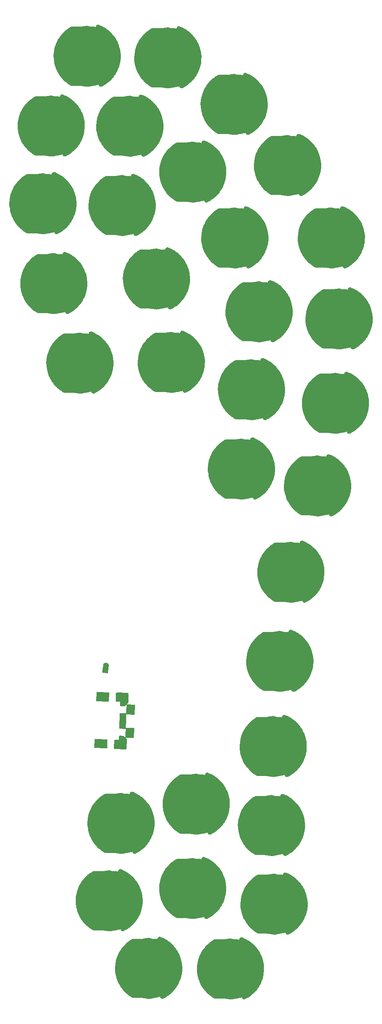
<source format=gts>
G04 #@! TF.GenerationSoftware,KiCad,Pcbnew,(5.0.0)*
G04 #@! TF.CreationDate,2020-01-29T13:36:11+01:00*
G04 #@! TF.ProjectId,Insole_PCB,496E736F6C655F5043422E6B69636164,rev?*
G04 #@! TF.SameCoordinates,Original*
G04 #@! TF.FileFunction,Soldermask,Top*
G04 #@! TF.FilePolarity,Negative*
%FSLAX46Y46*%
G04 Gerber Fmt 4.6, Leading zero omitted, Abs format (unit mm)*
G04 Created by KiCad (PCBNEW (5.0.0)) date 01/29/20 13:36:11*
%MOMM*%
%LPD*%
G01*
G04 APERTURE LIST*
%ADD10C,7.000000*%
%ADD11C,0.500000*%
%ADD12C,0.100000*%
%ADD13C,1.250000*%
%ADD14C,1.250000*%
%ADD15C,1.600000*%
%ADD16C,1.900000*%
%ADD17C,2.000000*%
%ADD18C,0.800000*%
G04 APERTURE END LIST*
D10*
G04 #@! TO.C,S4*
X186061015Y-57890707D02*
G75*
G03X186061015Y-57890707I-3201562J0D01*
G01*
G04 #@! TO.C,S9*
X218421015Y-68480707D02*
G75*
G03X218421015Y-68480707I-3201562J0D01*
G01*
G04 #@! TO.C,S0*
X184461015Y-125350707D02*
G75*
G03X184461015Y-125350707I-3201562J0D01*
G01*
G04 #@! TO.C,S1*
X178721015Y-107860707D02*
G75*
G03X178721015Y-107860707I-3201562J0D01*
G01*
G04 #@! TO.C,S2*
X176321015Y-90310707D02*
G75*
G03X176321015Y-90310707I-3201562J0D01*
G01*
G04 #@! TO.C,S3*
X178151015Y-73220707D02*
G75*
G03X178151015Y-73220707I-3201562J0D01*
G01*
G04 #@! TO.C,S5*
X195451015Y-73260707D02*
G75*
G03X195451015Y-73260707I-3201562J0D01*
G01*
G04 #@! TO.C,S6*
X193751015Y-90690707D02*
G75*
G03X193751015Y-90690707I-3201562J0D01*
G01*
G04 #@! TO.C,S7*
X201311015Y-106850707D02*
G75*
G03X201311015Y-106850707I-3201562J0D01*
G01*
G04 #@! TO.C,S8*
X203821015Y-58240707D02*
G75*
G03X203821015Y-58240707I-3201562J0D01*
G01*
G04 #@! TO.C,S10*
X209301015Y-83350707D02*
G75*
G03X209301015Y-83350707I-3201562J0D01*
G01*
G04 #@! TO.C,S11*
X230161015Y-81900707D02*
G75*
G03X230161015Y-81900707I-3201562J0D01*
G01*
G04 #@! TO.C,S12*
X218561015Y-97830707D02*
G75*
G03X218561015Y-97830707I-3201562J0D01*
G01*
G04 #@! TO.C,S13*
X239801015Y-97830707D02*
G75*
G03X239801015Y-97830707I-3201562J0D01*
G01*
G04 #@! TO.C,S14*
X204581015Y-125190707D02*
G75*
G03X204581015Y-125190707I-3201562J0D01*
G01*
G04 #@! TO.C,S15*
X223901015Y-114060707D02*
G75*
G03X223901015Y-114060707I-3201562J0D01*
G01*
G04 #@! TO.C,S16*
X241501015Y-115640707D02*
G75*
G03X241501015Y-115640707I-3201562J0D01*
G01*
G04 #@! TO.C,S17*
X240711015Y-134190707D02*
G75*
G03X240711015Y-134190707I-3201562J0D01*
G01*
G04 #@! TO.C,S18*
X222231015Y-131190707D02*
G75*
G03X222231015Y-131190707I-3201562J0D01*
G01*
G04 #@! TO.C,S19*
X220011015Y-148650707D02*
G75*
G03X220011015Y-148650707I-3201562J0D01*
G01*
G04 #@! TO.C,S20*
X236771015Y-152340707D02*
G75*
G03X236771015Y-152340707I-3201562J0D01*
G01*
G04 #@! TO.C,S21*
X230901015Y-171330707D02*
G75*
G03X230901015Y-171330707I-3201562J0D01*
G01*
G04 #@! TO.C,S22*
X228461015Y-190920707D02*
G75*
G03X228461015Y-190920707I-3201562J0D01*
G01*
G04 #@! TO.C,S23*
X227011015Y-209640707D02*
G75*
G03X227011015Y-209640707I-3201562J0D01*
G01*
G04 #@! TO.C,S24*
X193511015Y-226540707D02*
G75*
G03X193511015Y-226540707I-3201562J0D01*
G01*
G04 #@! TO.C,S25*
X190911015Y-243560707D02*
G75*
G03X190911015Y-243560707I-3201562J0D01*
G01*
G04 #@! TO.C,S26*
X199601015Y-258410707D02*
G75*
G03X199601015Y-258410707I-3201562J0D01*
G01*
G04 #@! TO.C,S27*
X217611015Y-258540707D02*
G75*
G03X217611015Y-258540707I-3201562J0D01*
G01*
G04 #@! TO.C,S28*
X227201015Y-244290707D02*
G75*
G03X227201015Y-244290707I-3201562J0D01*
G01*
G04 #@! TO.C,S29*
X209291015Y-240860707D02*
G75*
G03X209291015Y-240860707I-3201562J0D01*
G01*
G04 #@! TO.C,S30*
X226631015Y-227010707D02*
G75*
G03X226631015Y-227010707I-3201562J0D01*
G01*
G04 #@! TO.C,S31*
X210071015Y-222320707D02*
G75*
G03X210071015Y-222320707I-3201562J0D01*
G01*
G04 #@! TD*
D11*
G04 #@! TO.C,S4*
X176159453Y-59090707D03*
D12*
G36*
X183860838Y-51390712D02*
X183865027Y-51390741D01*
X183876204Y-51391131D01*
X183905456Y-51392972D01*
X183924869Y-51395150D01*
X183953802Y-51399836D01*
X183972916Y-51403898D01*
X184001253Y-51411385D01*
X184019874Y-51417292D01*
X184047346Y-51427508D01*
X184065314Y-51435209D01*
X184091657Y-51448058D01*
X184108776Y-51457470D01*
X184133740Y-51472828D01*
X184149865Y-51483868D01*
X184173211Y-51501589D01*
X184188174Y-51514145D01*
X184209680Y-51534059D01*
X184223357Y-51548025D01*
X184242816Y-51569943D01*
X184255057Y-51585168D01*
X184272285Y-51608880D01*
X184282984Y-51625230D01*
X184297816Y-51650510D01*
X184306870Y-51667828D01*
X184319164Y-51694435D01*
X184326484Y-51712553D01*
X184336123Y-51740233D01*
X184341639Y-51758976D01*
X184348531Y-51787464D01*
X184352193Y-51806659D01*
X184356272Y-51835683D01*
X184358042Y-51855138D01*
X184359270Y-51884422D01*
X184359134Y-51903964D01*
X184357498Y-51933229D01*
X184355456Y-51952664D01*
X184350972Y-51981628D01*
X184347043Y-52000768D01*
X184339754Y-52029157D01*
X184333975Y-52047824D01*
X184323950Y-52075367D01*
X184316379Y-52093379D01*
X184303715Y-52119811D01*
X184294419Y-52137002D01*
X184279235Y-52162073D01*
X184268310Y-52178269D01*
X184250753Y-52201738D01*
X184238297Y-52216796D01*
X184218533Y-52238440D01*
X184204670Y-52252206D01*
X184182889Y-52271818D01*
X184167743Y-52284170D01*
X184144151Y-52301563D01*
X184127879Y-52312375D01*
X184102703Y-52327383D01*
X184085453Y-52336555D01*
X184058933Y-52349035D01*
X184040865Y-52356482D01*
X184013254Y-52366314D01*
X183994548Y-52371962D01*
X183966108Y-52379053D01*
X183946936Y-52382849D01*
X183917941Y-52387130D01*
X183898499Y-52389036D01*
X183869224Y-52390468D01*
X183859453Y-52390707D01*
X179599002Y-52390707D01*
X179395253Y-52514048D01*
X178883339Y-52881066D01*
X178413455Y-53292982D01*
X177986020Y-53748773D01*
X177953772Y-53790707D01*
X187259453Y-53790707D01*
X187260838Y-53790712D01*
X187265027Y-53790741D01*
X187276204Y-53791131D01*
X187305456Y-53792972D01*
X187324869Y-53795150D01*
X187353802Y-53799836D01*
X187372916Y-53803898D01*
X187401253Y-53811385D01*
X187419874Y-53817292D01*
X187447346Y-53827508D01*
X187465314Y-53835209D01*
X187491657Y-53848058D01*
X187508776Y-53857470D01*
X187533740Y-53872828D01*
X187549865Y-53883868D01*
X187573211Y-53901589D01*
X187588174Y-53914145D01*
X187609680Y-53934059D01*
X187623357Y-53948025D01*
X187642816Y-53969943D01*
X187655057Y-53985168D01*
X187672285Y-54008880D01*
X187682984Y-54025230D01*
X187697816Y-54050510D01*
X187706870Y-54067828D01*
X187719164Y-54094435D01*
X187726484Y-54112553D01*
X187736123Y-54140233D01*
X187741639Y-54158976D01*
X187748531Y-54187464D01*
X187752193Y-54206659D01*
X187756272Y-54235683D01*
X187758042Y-54255138D01*
X187759270Y-54284422D01*
X187759134Y-54303964D01*
X187757498Y-54333229D01*
X187755456Y-54352664D01*
X187750972Y-54381628D01*
X187747043Y-54400768D01*
X187739754Y-54429157D01*
X187733975Y-54447824D01*
X187723950Y-54475367D01*
X187716379Y-54493379D01*
X187703715Y-54519811D01*
X187694419Y-54537002D01*
X187679235Y-54562073D01*
X187668310Y-54578269D01*
X187650753Y-54601738D01*
X187638297Y-54616796D01*
X187618533Y-54638440D01*
X187604670Y-54652206D01*
X187582889Y-54671818D01*
X187567743Y-54684170D01*
X187544151Y-54701563D01*
X187527879Y-54712375D01*
X187502703Y-54727383D01*
X187485453Y-54736555D01*
X187458933Y-54749035D01*
X187440865Y-54756482D01*
X187413254Y-54766314D01*
X187394548Y-54771962D01*
X187366108Y-54779053D01*
X187346936Y-54782849D01*
X187317941Y-54787130D01*
X187298499Y-54789036D01*
X187269224Y-54790468D01*
X187259453Y-54790707D01*
X177266168Y-54790707D01*
X176996869Y-55334131D01*
X176775369Y-55918423D01*
X176701590Y-56190707D01*
X188459453Y-56190707D01*
X188460838Y-56190712D01*
X188465027Y-56190741D01*
X188476204Y-56191131D01*
X188505456Y-56192972D01*
X188524869Y-56195150D01*
X188553802Y-56199836D01*
X188572916Y-56203898D01*
X188601253Y-56211385D01*
X188619874Y-56217292D01*
X188647346Y-56227508D01*
X188665314Y-56235209D01*
X188691657Y-56248058D01*
X188708776Y-56257470D01*
X188733740Y-56272828D01*
X188749865Y-56283868D01*
X188773211Y-56301589D01*
X188788174Y-56314145D01*
X188809680Y-56334059D01*
X188823357Y-56348025D01*
X188842816Y-56369943D01*
X188855057Y-56385168D01*
X188872285Y-56408880D01*
X188882984Y-56425230D01*
X188897816Y-56450510D01*
X188906870Y-56467828D01*
X188919164Y-56494435D01*
X188926484Y-56512553D01*
X188936123Y-56540233D01*
X188941639Y-56558976D01*
X188948531Y-56587464D01*
X188952193Y-56606659D01*
X188956272Y-56635683D01*
X188958042Y-56655138D01*
X188959270Y-56684422D01*
X188959134Y-56703964D01*
X188957498Y-56733229D01*
X188955456Y-56752664D01*
X188950972Y-56781628D01*
X188947043Y-56800768D01*
X188939754Y-56829157D01*
X188933975Y-56847824D01*
X188923950Y-56875367D01*
X188916379Y-56893379D01*
X188903715Y-56919811D01*
X188894419Y-56937002D01*
X188879235Y-56962073D01*
X188868310Y-56978269D01*
X188850753Y-57001738D01*
X188838297Y-57016796D01*
X188818533Y-57038440D01*
X188804670Y-57052206D01*
X188782889Y-57071818D01*
X188767743Y-57084170D01*
X188744151Y-57101563D01*
X188727879Y-57112375D01*
X188702703Y-57127383D01*
X188685453Y-57136555D01*
X188658933Y-57149035D01*
X188640865Y-57156482D01*
X188613254Y-57166314D01*
X188594548Y-57171962D01*
X188566108Y-57179053D01*
X188546936Y-57182849D01*
X188517941Y-57187130D01*
X188498499Y-57189036D01*
X188469224Y-57190468D01*
X188459453Y-57190707D01*
X176504486Y-57190707D01*
X176464989Y-57761092D01*
X176482857Y-58385693D01*
X176508898Y-58590707D01*
X188459453Y-58590707D01*
X188460838Y-58590712D01*
X188465027Y-58590741D01*
X188476204Y-58591131D01*
X188505456Y-58592972D01*
X188524869Y-58595150D01*
X188553802Y-58599836D01*
X188572916Y-58603898D01*
X188601253Y-58611385D01*
X188619874Y-58617292D01*
X188647346Y-58627508D01*
X188665314Y-58635209D01*
X188691657Y-58648058D01*
X188708776Y-58657470D01*
X188733740Y-58672828D01*
X188749865Y-58683868D01*
X188773211Y-58701589D01*
X188788174Y-58714145D01*
X188809680Y-58734059D01*
X188823357Y-58748025D01*
X188842816Y-58769943D01*
X188855057Y-58785168D01*
X188872285Y-58808880D01*
X188882984Y-58825230D01*
X188897816Y-58850510D01*
X188906870Y-58867828D01*
X188919164Y-58894435D01*
X188926484Y-58912553D01*
X188936123Y-58940233D01*
X188941639Y-58958976D01*
X188948531Y-58987464D01*
X188952193Y-59006659D01*
X188956272Y-59035683D01*
X188958042Y-59055138D01*
X188959270Y-59084422D01*
X188959134Y-59103964D01*
X188957498Y-59133229D01*
X188955456Y-59152664D01*
X188950972Y-59181628D01*
X188947043Y-59200768D01*
X188939754Y-59229157D01*
X188933975Y-59247824D01*
X188923950Y-59275367D01*
X188916379Y-59293379D01*
X188903715Y-59319811D01*
X188894419Y-59337002D01*
X188879235Y-59362073D01*
X188868310Y-59378269D01*
X188850753Y-59401738D01*
X188838297Y-59416796D01*
X188818533Y-59438440D01*
X188804670Y-59452206D01*
X188782889Y-59471818D01*
X188767743Y-59484170D01*
X188744151Y-59501563D01*
X188727879Y-59512375D01*
X188702703Y-59527383D01*
X188685453Y-59536555D01*
X188658933Y-59549035D01*
X188640865Y-59556482D01*
X188613254Y-59566314D01*
X188594548Y-59571962D01*
X188566108Y-59579053D01*
X188546936Y-59582849D01*
X188517941Y-59587130D01*
X188498499Y-59589036D01*
X188469224Y-59590468D01*
X188459453Y-59590707D01*
X176694947Y-59590707D01*
X176700445Y-59614832D01*
X176898081Y-60207608D01*
X177152628Y-60778288D01*
X177273489Y-60990707D01*
X187259453Y-60990707D01*
X187260838Y-60990712D01*
X187265027Y-60990741D01*
X187276204Y-60991131D01*
X187305456Y-60992972D01*
X187324869Y-60995150D01*
X187353802Y-60999836D01*
X187372916Y-61003898D01*
X187401253Y-61011385D01*
X187419874Y-61017292D01*
X187447346Y-61027508D01*
X187465314Y-61035209D01*
X187491657Y-61048058D01*
X187508776Y-61057470D01*
X187533740Y-61072828D01*
X187549865Y-61083868D01*
X187573211Y-61101589D01*
X187588174Y-61114145D01*
X187609680Y-61134059D01*
X187623357Y-61148025D01*
X187642816Y-61169943D01*
X187655057Y-61185168D01*
X187672285Y-61208880D01*
X187682984Y-61225230D01*
X187697816Y-61250510D01*
X187706870Y-61267828D01*
X187719164Y-61294435D01*
X187726484Y-61312553D01*
X187736123Y-61340233D01*
X187741639Y-61358976D01*
X187748531Y-61387464D01*
X187752193Y-61406659D01*
X187756272Y-61435683D01*
X187758042Y-61455138D01*
X187759270Y-61484422D01*
X187759134Y-61503964D01*
X187757498Y-61533229D01*
X187755456Y-61552664D01*
X187750972Y-61581628D01*
X187747043Y-61600768D01*
X187739754Y-61629157D01*
X187733975Y-61647824D01*
X187723950Y-61675367D01*
X187716379Y-61693379D01*
X187703715Y-61719811D01*
X187694419Y-61737002D01*
X187679235Y-61762073D01*
X187668310Y-61778269D01*
X187650753Y-61801738D01*
X187638297Y-61816796D01*
X187618533Y-61838440D01*
X187604670Y-61852206D01*
X187582889Y-61871818D01*
X187567743Y-61884170D01*
X187544151Y-61901563D01*
X187527879Y-61912375D01*
X187502703Y-61927383D01*
X187485453Y-61936555D01*
X187458933Y-61949035D01*
X187440865Y-61956482D01*
X187413254Y-61966314D01*
X187394548Y-61971962D01*
X187366108Y-61979053D01*
X187346936Y-61982849D01*
X187317941Y-61987130D01*
X187298499Y-61989036D01*
X187269224Y-61990468D01*
X187259453Y-61990707D01*
X177959573Y-61990707D01*
X178230799Y-62304495D01*
X178683598Y-62735107D01*
X179176254Y-63119477D01*
X179604285Y-63390707D01*
X184259453Y-63390707D01*
X184260838Y-63390712D01*
X184265027Y-63390741D01*
X184276204Y-63391131D01*
X184305456Y-63392972D01*
X184324869Y-63395150D01*
X184353802Y-63399836D01*
X184372916Y-63403898D01*
X184401253Y-63411385D01*
X184419874Y-63417292D01*
X184447346Y-63427508D01*
X184465314Y-63435209D01*
X184491657Y-63448058D01*
X184508776Y-63457470D01*
X184533740Y-63472828D01*
X184549865Y-63483868D01*
X184573211Y-63501589D01*
X184588174Y-63514145D01*
X184609680Y-63534059D01*
X184623357Y-63548025D01*
X184642816Y-63569943D01*
X184655057Y-63585168D01*
X184672285Y-63608880D01*
X184682984Y-63625230D01*
X184697816Y-63650510D01*
X184706870Y-63667828D01*
X184719164Y-63694435D01*
X184726484Y-63712553D01*
X184736123Y-63740233D01*
X184741639Y-63758976D01*
X184748531Y-63787464D01*
X184752193Y-63806659D01*
X184756272Y-63835683D01*
X184758042Y-63855138D01*
X184759270Y-63884422D01*
X184759134Y-63903964D01*
X184757498Y-63933229D01*
X184755456Y-63952664D01*
X184750972Y-63981628D01*
X184747043Y-64000768D01*
X184739754Y-64029157D01*
X184733975Y-64047824D01*
X184723950Y-64075367D01*
X184716379Y-64093379D01*
X184703715Y-64119811D01*
X184694419Y-64137002D01*
X184679235Y-64162073D01*
X184668310Y-64178269D01*
X184650753Y-64201738D01*
X184638297Y-64216796D01*
X184618533Y-64238440D01*
X184604670Y-64252206D01*
X184582889Y-64271818D01*
X184567743Y-64284170D01*
X184544151Y-64301563D01*
X184527879Y-64312375D01*
X184502703Y-64327383D01*
X184485453Y-64336555D01*
X184458933Y-64349035D01*
X184440865Y-64356482D01*
X184413254Y-64366314D01*
X184394548Y-64371962D01*
X184366108Y-64379053D01*
X184346936Y-64382849D01*
X184317941Y-64387130D01*
X184298499Y-64389036D01*
X184269224Y-64390468D01*
X184259453Y-64390707D01*
X179459453Y-64390707D01*
X179458068Y-64390702D01*
X179453879Y-64390673D01*
X179442702Y-64390283D01*
X179413450Y-64388442D01*
X179394037Y-64386264D01*
X179365104Y-64381578D01*
X179345990Y-64377516D01*
X179317653Y-64370029D01*
X179299032Y-64364122D01*
X179271560Y-64353906D01*
X179253591Y-64346205D01*
X179241738Y-64340424D01*
X179240794Y-64340004D01*
X179232081Y-64335611D01*
X179232041Y-64335693D01*
X179227242Y-64333352D01*
X179210136Y-64323948D01*
X179205235Y-64320933D01*
X179197853Y-64316746D01*
X179189476Y-64311720D01*
X178620347Y-63951080D01*
X178619150Y-63950316D01*
X178615628Y-63948049D01*
X178606434Y-63941762D01*
X178597403Y-63935210D01*
X178588255Y-63928766D01*
X178580410Y-63922948D01*
X178049189Y-63508491D01*
X178048070Y-63507611D01*
X178044786Y-63505011D01*
X178036250Y-63497858D01*
X178027923Y-63490475D01*
X178019428Y-63483152D01*
X178012190Y-63476598D01*
X177523947Y-63012282D01*
X177522929Y-63011307D01*
X177519914Y-63008399D01*
X177512101Y-63000430D01*
X177504526Y-62992260D01*
X177496807Y-62984166D01*
X177490235Y-62976928D01*
X177049633Y-62467183D01*
X177048726Y-62466126D01*
X177046009Y-62462938D01*
X177039001Y-62454235D01*
X177032223Y-62445318D01*
X177025365Y-62436552D01*
X177019533Y-62428710D01*
X176630776Y-61878403D01*
X176629983Y-61877272D01*
X176627589Y-61873833D01*
X176621455Y-61864474D01*
X176615558Y-61854902D01*
X176609616Y-61845554D01*
X176604573Y-61837175D01*
X176271372Y-61251559D01*
X176270687Y-61250345D01*
X176268641Y-61246690D01*
X176263461Y-61236799D01*
X176258549Y-61226746D01*
X176253511Y-61216788D01*
X176249317Y-61207971D01*
X175974852Y-60592635D01*
X175974290Y-60591363D01*
X175972610Y-60587525D01*
X175968417Y-60577169D01*
X175964496Y-60566649D01*
X175960472Y-60556294D01*
X175957156Y-60547102D01*
X175744048Y-59907920D01*
X175743609Y-59906588D01*
X175742312Y-59902605D01*
X175739152Y-59891896D01*
X175736287Y-59881081D01*
X175733285Y-59870359D01*
X175730879Y-59860880D01*
X175581161Y-59203952D01*
X175580852Y-59202573D01*
X175579950Y-59198482D01*
X175577852Y-59187522D01*
X175576062Y-59176516D01*
X175574114Y-59165511D01*
X175572646Y-59155849D01*
X175487747Y-58487447D01*
X175487577Y-58486066D01*
X175487078Y-58481906D01*
X175486058Y-58470785D01*
X175485350Y-58459652D01*
X175484484Y-58448493D01*
X175483967Y-58438743D01*
X175464699Y-57765245D01*
X175464664Y-57763871D01*
X175464573Y-57759683D01*
X175464644Y-57748480D01*
X175465026Y-57737347D01*
X175465252Y-57726177D01*
X175465689Y-57716407D01*
X175512234Y-57044243D01*
X175512333Y-57042877D01*
X175512651Y-57038700D01*
X175513813Y-57027563D01*
X175515284Y-57016483D01*
X175516596Y-57005413D01*
X175517984Y-56995734D01*
X175629898Y-56331321D01*
X175630138Y-56329928D01*
X175630863Y-56325802D01*
X175633099Y-56314874D01*
X175635648Y-56303974D01*
X175638031Y-56293099D01*
X175640356Y-56283603D01*
X175816572Y-55633282D01*
X175816943Y-55631932D01*
X175818067Y-55627896D01*
X175821360Y-55617232D01*
X175824958Y-55606639D01*
X175828398Y-55596028D01*
X175831636Y-55586813D01*
X176070471Y-54956791D01*
X176070964Y-54955503D01*
X176072476Y-54951596D01*
X176076808Y-54941272D01*
X176081401Y-54931130D01*
X176085872Y-54920877D01*
X176089997Y-54912015D01*
X176389171Y-54308305D01*
X176389795Y-54307057D01*
X176391681Y-54303317D01*
X176396990Y-54293483D01*
X176402556Y-54283828D01*
X176408004Y-54274064D01*
X176412975Y-54265646D01*
X176769634Y-53694013D01*
X176770365Y-53692850D01*
X176772607Y-53689311D01*
X176778865Y-53680019D01*
X176785366Y-53670927D01*
X176791714Y-53661779D01*
X176797486Y-53653881D01*
X177208225Y-53119780D01*
X177209057Y-53118706D01*
X177211633Y-53115403D01*
X177218774Y-53106757D01*
X177226108Y-53098369D01*
X177233345Y-53089853D01*
X177239858Y-53082559D01*
X177700754Y-52591087D01*
X177701708Y-52590077D01*
X177704595Y-52587041D01*
X177712518Y-52579162D01*
X177720626Y-52571538D01*
X177728686Y-52563744D01*
X177735871Y-52557128D01*
X178242528Y-52112978D01*
X178243586Y-52112058D01*
X178246755Y-52109319D01*
X178255400Y-52102258D01*
X178264244Y-52095438D01*
X178272990Y-52088496D01*
X178280790Y-52082610D01*
X178828370Y-51690021D01*
X178829522Y-51689202D01*
X178832944Y-51686785D01*
X178842229Y-51680607D01*
X178847437Y-51677348D01*
X178852537Y-51673909D01*
X178860777Y-51668641D01*
X179200523Y-51462974D01*
X179201737Y-51462245D01*
X179205336Y-51460101D01*
X179215060Y-51454669D01*
X179215654Y-51454358D01*
X179216212Y-51454026D01*
X179233461Y-51444855D01*
X179237278Y-51443059D01*
X179241038Y-51441094D01*
X179258776Y-51432902D01*
X179259374Y-51432661D01*
X179259985Y-51432373D01*
X179278044Y-51424931D01*
X179282039Y-51423508D01*
X179285963Y-51421924D01*
X179304417Y-51415501D01*
X179305043Y-51415317D01*
X179305652Y-51415100D01*
X179324370Y-51409449D01*
X179328483Y-51408424D01*
X179332524Y-51407235D01*
X179351519Y-51402642D01*
X179352173Y-51402517D01*
X179352804Y-51402360D01*
X179371966Y-51398566D01*
X179376142Y-51397949D01*
X179380321Y-51397153D01*
X179399681Y-51394437D01*
X179400316Y-51394379D01*
X179400962Y-51394284D01*
X179420399Y-51392378D01*
X179424636Y-51392171D01*
X179428874Y-51391786D01*
X179448389Y-51390973D01*
X179449030Y-51390978D01*
X179449676Y-51390946D01*
X179459453Y-51390707D01*
X183859453Y-51390707D01*
X183860838Y-51390712D01*
X183860838Y-51390712D01*
G37*
D11*
X189659453Y-57890707D03*
D12*
G36*
X185298763Y-50943029D02*
X185328009Y-50944960D01*
X185347428Y-50947199D01*
X185376346Y-50951976D01*
X185395446Y-50956099D01*
X185423760Y-50963675D01*
X185442363Y-50969640D01*
X185469802Y-50979942D01*
X185478865Y-50983600D01*
X186096541Y-51250623D01*
X186097826Y-51251184D01*
X186101659Y-51252873D01*
X186111750Y-51257660D01*
X186121691Y-51262721D01*
X186131712Y-51267647D01*
X186140380Y-51272175D01*
X186729051Y-51598199D01*
X186730273Y-51598881D01*
X186733923Y-51600936D01*
X186743502Y-51606687D01*
X186752897Y-51612691D01*
X186762395Y-51618575D01*
X186770577Y-51623925D01*
X187324624Y-52005837D01*
X187325741Y-52006613D01*
X187329174Y-52009014D01*
X187338176Y-52015693D01*
X187346943Y-52022587D01*
X187355824Y-52029372D01*
X187363441Y-52035492D01*
X187877576Y-52469646D01*
X187878656Y-52470565D01*
X187881837Y-52473290D01*
X187890105Y-52480783D01*
X187898134Y-52488477D01*
X187906329Y-52496114D01*
X187913314Y-52502949D01*
X188382629Y-52985201D01*
X188383601Y-52986207D01*
X188386502Y-52989230D01*
X188394003Y-52997497D01*
X188401237Y-53005930D01*
X188408662Y-53014346D01*
X188414949Y-53021833D01*
X188834963Y-53547582D01*
X188835823Y-53548667D01*
X188838415Y-53551958D01*
X188845089Y-53560937D01*
X188851488Y-53570069D01*
X188858024Y-53579124D01*
X188863552Y-53587192D01*
X189230258Y-54151418D01*
X189230995Y-54152560D01*
X189233254Y-54156088D01*
X189239038Y-54165705D01*
X189244532Y-54175448D01*
X189250129Y-54185056D01*
X189254846Y-54193628D01*
X189564744Y-54790945D01*
X189565388Y-54792197D01*
X189567291Y-54795929D01*
X189572084Y-54806014D01*
X189576596Y-54816236D01*
X189581240Y-54826368D01*
X189585096Y-54835355D01*
X189835226Y-55460062D01*
X189835741Y-55461361D01*
X189837271Y-55465261D01*
X189841059Y-55475770D01*
X189844552Y-55486380D01*
X189848189Y-55496932D01*
X189851146Y-55506243D01*
X190039122Y-56152377D01*
X190039495Y-56153674D01*
X190040638Y-56157704D01*
X190043397Y-56168587D01*
X190045845Y-56179525D01*
X190048424Y-56190330D01*
X190050461Y-56199893D01*
X190174489Y-56861288D01*
X190174735Y-56862625D01*
X190175479Y-56866747D01*
X190177159Y-56877825D01*
X190178521Y-56888882D01*
X190180044Y-56899972D01*
X190181137Y-56909683D01*
X190240031Y-57580023D01*
X190240146Y-57581388D01*
X190240484Y-57585563D01*
X190241075Y-57596754D01*
X190241352Y-57607965D01*
X190241783Y-57619057D01*
X190241924Y-57628836D01*
X190235124Y-58301724D01*
X190235104Y-58303141D01*
X190235032Y-58307329D01*
X190234530Y-58318473D01*
X190233714Y-58329629D01*
X190233059Y-58340740D01*
X190232244Y-58350489D01*
X190159814Y-59019502D01*
X190159658Y-59020894D01*
X190159178Y-59025055D01*
X190157590Y-59036104D01*
X190155705Y-59047040D01*
X190153952Y-59058137D01*
X190152190Y-59067754D01*
X190014821Y-59726505D01*
X190014530Y-59727879D01*
X190013646Y-59731974D01*
X190010986Y-59742818D01*
X190008036Y-59753542D01*
X190005215Y-59764388D01*
X190002525Y-59773781D01*
X189801530Y-60415984D01*
X189801110Y-60417310D01*
X189799831Y-60421299D01*
X189796124Y-60431838D01*
X189792132Y-60442249D01*
X189788271Y-60452754D01*
X189784679Y-60461836D01*
X189521974Y-61081360D01*
X189521435Y-61082618D01*
X189519773Y-61086464D01*
X189515045Y-61096614D01*
X189510044Y-61106611D01*
X189505193Y-61116654D01*
X189500729Y-61125348D01*
X189178823Y-61716280D01*
X189178166Y-61717475D01*
X189176137Y-61721140D01*
X189170436Y-61730789D01*
X189164496Y-61740229D01*
X189158680Y-61749765D01*
X189153387Y-61757985D01*
X188775352Y-62314685D01*
X188774574Y-62315823D01*
X188772197Y-62319272D01*
X188765593Y-62328302D01*
X188758793Y-62337075D01*
X188752034Y-62346051D01*
X188745969Y-62353709D01*
X188315415Y-62870862D01*
X188314519Y-62871930D01*
X188311816Y-62875131D01*
X188304372Y-62883463D01*
X188296681Y-62891602D01*
X188289151Y-62899797D01*
X188282362Y-62906833D01*
X187803397Y-63379503D01*
X187802388Y-63380491D01*
X187799386Y-63383412D01*
X187791179Y-63390964D01*
X187782766Y-63398283D01*
X187774429Y-63405742D01*
X187766992Y-63412076D01*
X187244188Y-63835751D01*
X187243130Y-63836602D01*
X187239858Y-63839217D01*
X187230912Y-63845965D01*
X187221802Y-63852444D01*
X187212801Y-63859037D01*
X187204779Y-63864616D01*
X186643127Y-64235252D01*
X186641953Y-64236022D01*
X186638440Y-64238305D01*
X186628915Y-64244123D01*
X186620733Y-64248813D01*
X186612664Y-64253665D01*
X186604171Y-64258494D01*
X186095890Y-64531272D01*
X186094651Y-64531931D01*
X186090946Y-64533886D01*
X186080934Y-64538817D01*
X186054289Y-64551028D01*
X186036144Y-64558293D01*
X186008434Y-64567845D01*
X185989677Y-64573302D01*
X185961168Y-64580105D01*
X185941966Y-64583706D01*
X185912929Y-64587695D01*
X185893461Y-64589406D01*
X185864174Y-64590542D01*
X185844631Y-64590344D01*
X185815372Y-64588616D01*
X185795945Y-64586513D01*
X185766994Y-64581938D01*
X185747873Y-64577950D01*
X185719507Y-64570573D01*
X185700853Y-64564735D01*
X185673342Y-64554624D01*
X185655354Y-64546996D01*
X185628961Y-64534249D01*
X185611805Y-64524904D01*
X185586782Y-64509643D01*
X185570611Y-64498662D01*
X185547197Y-64481031D01*
X185532187Y-64468534D01*
X185510604Y-64448703D01*
X185496875Y-64434791D01*
X185477331Y-64412948D01*
X185465027Y-64397765D01*
X185447709Y-64374120D01*
X185436953Y-64357821D01*
X185422023Y-64332599D01*
X185412899Y-64315311D01*
X185400502Y-64288751D01*
X185393114Y-64270666D01*
X185383368Y-64243025D01*
X185377776Y-64224291D01*
X185370775Y-64195829D01*
X185367041Y-64176656D01*
X185362850Y-64147647D01*
X185361004Y-64128200D01*
X185359663Y-64098921D01*
X185359725Y-64079371D01*
X185361249Y-64050100D01*
X185363216Y-64030665D01*
X185367588Y-64001684D01*
X185371444Y-63982525D01*
X185378624Y-63954108D01*
X185384328Y-63935425D01*
X185394246Y-63907844D01*
X185401752Y-63889795D01*
X185414315Y-63863314D01*
X185423538Y-63846097D01*
X185438624Y-63820968D01*
X185449487Y-63804727D01*
X185466953Y-63781190D01*
X185479353Y-63766083D01*
X185499033Y-63744363D01*
X185512842Y-63730544D01*
X185534548Y-63710847D01*
X185549649Y-63698433D01*
X185573173Y-63680950D01*
X185589402Y-63670077D01*
X185614520Y-63654972D01*
X185623016Y-63650142D01*
X186111293Y-63388099D01*
X186410416Y-63190707D01*
X179459453Y-63190707D01*
X179458068Y-63190702D01*
X179453879Y-63190673D01*
X179442702Y-63190283D01*
X179413450Y-63188442D01*
X179394037Y-63186264D01*
X179365104Y-63181578D01*
X179345990Y-63177516D01*
X179317653Y-63170029D01*
X179299032Y-63164122D01*
X179271560Y-63153906D01*
X179253592Y-63146205D01*
X179227249Y-63133356D01*
X179210130Y-63123944D01*
X179185166Y-63108586D01*
X179169041Y-63097546D01*
X179145695Y-63079825D01*
X179130732Y-63067269D01*
X179109226Y-63047355D01*
X179095549Y-63033389D01*
X179076090Y-63011471D01*
X179063849Y-62996246D01*
X179046621Y-62972534D01*
X179035922Y-62956184D01*
X179021090Y-62930904D01*
X179012036Y-62913586D01*
X178999742Y-62886979D01*
X178992422Y-62868861D01*
X178982783Y-62841181D01*
X178977267Y-62822438D01*
X178970375Y-62793950D01*
X178966713Y-62774755D01*
X178962634Y-62745731D01*
X178960864Y-62726276D01*
X178959636Y-62696992D01*
X178959772Y-62677450D01*
X178961408Y-62648185D01*
X178963450Y-62628750D01*
X178967934Y-62599786D01*
X178971863Y-62580646D01*
X178979152Y-62552257D01*
X178984931Y-62533590D01*
X178994956Y-62506047D01*
X179002527Y-62488035D01*
X179015191Y-62461603D01*
X179024487Y-62444412D01*
X179039671Y-62419341D01*
X179050596Y-62403145D01*
X179068153Y-62379676D01*
X179080609Y-62364618D01*
X179100373Y-62342974D01*
X179114236Y-62329208D01*
X179136017Y-62309596D01*
X179151163Y-62297244D01*
X179174755Y-62279851D01*
X179191027Y-62269039D01*
X179216203Y-62254031D01*
X179233453Y-62244859D01*
X179259973Y-62232379D01*
X179278041Y-62224932D01*
X179305652Y-62215100D01*
X179324358Y-62209452D01*
X179352798Y-62202361D01*
X179371970Y-62198565D01*
X179400965Y-62194284D01*
X179420407Y-62192378D01*
X179449682Y-62190946D01*
X179459453Y-62190707D01*
X187580470Y-62190707D01*
X187961806Y-61732671D01*
X188312363Y-61216436D01*
X188544276Y-60790707D01*
X177859453Y-60790707D01*
X177858068Y-60790702D01*
X177853879Y-60790673D01*
X177842702Y-60790283D01*
X177813450Y-60788442D01*
X177794037Y-60786264D01*
X177765104Y-60781578D01*
X177745990Y-60777516D01*
X177717653Y-60770029D01*
X177699032Y-60764122D01*
X177671560Y-60753906D01*
X177653592Y-60746205D01*
X177627249Y-60733356D01*
X177610130Y-60723944D01*
X177585166Y-60708586D01*
X177569041Y-60697546D01*
X177545695Y-60679825D01*
X177530732Y-60667269D01*
X177509226Y-60647355D01*
X177495549Y-60633389D01*
X177476090Y-60611471D01*
X177463849Y-60596246D01*
X177446621Y-60572534D01*
X177435922Y-60556184D01*
X177421090Y-60530904D01*
X177412036Y-60513586D01*
X177399742Y-60486979D01*
X177392422Y-60468861D01*
X177382783Y-60441181D01*
X177377267Y-60422438D01*
X177370375Y-60393950D01*
X177366713Y-60374755D01*
X177362634Y-60345731D01*
X177360864Y-60326276D01*
X177359636Y-60296992D01*
X177359772Y-60277450D01*
X177361408Y-60248185D01*
X177363450Y-60228750D01*
X177367934Y-60199786D01*
X177371863Y-60180646D01*
X177379152Y-60152257D01*
X177384931Y-60133590D01*
X177394956Y-60106047D01*
X177402527Y-60088035D01*
X177415191Y-60061603D01*
X177424487Y-60044412D01*
X177439671Y-60019341D01*
X177450596Y-60003145D01*
X177468153Y-59979676D01*
X177480609Y-59964618D01*
X177500373Y-59942974D01*
X177514236Y-59929208D01*
X177536017Y-59909596D01*
X177551163Y-59897244D01*
X177574755Y-59879851D01*
X177591027Y-59869039D01*
X177616203Y-59854031D01*
X177633453Y-59844859D01*
X177659973Y-59832379D01*
X177678041Y-59824932D01*
X177705652Y-59815100D01*
X177724358Y-59809452D01*
X177752798Y-59802361D01*
X177771970Y-59798565D01*
X177800965Y-59794284D01*
X177820407Y-59792378D01*
X177849682Y-59790946D01*
X177859453Y-59790707D01*
X188949395Y-59790707D01*
X189040871Y-59498429D01*
X189168257Y-58887553D01*
X189222047Y-58390707D01*
X177259453Y-58390707D01*
X177258068Y-58390702D01*
X177253879Y-58390673D01*
X177242702Y-58390283D01*
X177213450Y-58388442D01*
X177194037Y-58386264D01*
X177165104Y-58381578D01*
X177145990Y-58377516D01*
X177117653Y-58370029D01*
X177099032Y-58364122D01*
X177071560Y-58353906D01*
X177053592Y-58346205D01*
X177027249Y-58333356D01*
X177010130Y-58323944D01*
X176985166Y-58308586D01*
X176969041Y-58297546D01*
X176945695Y-58279825D01*
X176930732Y-58267269D01*
X176909226Y-58247355D01*
X176895549Y-58233389D01*
X176876090Y-58211471D01*
X176863849Y-58196246D01*
X176846621Y-58172534D01*
X176835922Y-58156184D01*
X176821090Y-58130904D01*
X176812036Y-58113586D01*
X176799742Y-58086979D01*
X176792422Y-58068861D01*
X176782783Y-58041181D01*
X176777267Y-58022438D01*
X176770375Y-57993950D01*
X176766713Y-57974755D01*
X176762634Y-57945731D01*
X176760864Y-57926276D01*
X176759636Y-57896992D01*
X176759772Y-57877450D01*
X176761408Y-57848185D01*
X176763450Y-57828750D01*
X176767934Y-57799786D01*
X176771863Y-57780646D01*
X176779152Y-57752257D01*
X176784931Y-57733590D01*
X176794956Y-57706047D01*
X176802527Y-57688035D01*
X176815191Y-57661603D01*
X176824487Y-57644412D01*
X176839671Y-57619341D01*
X176850596Y-57603145D01*
X176868153Y-57579676D01*
X176880609Y-57564618D01*
X176900373Y-57542974D01*
X176914236Y-57529208D01*
X176936017Y-57509596D01*
X176951163Y-57497244D01*
X176974755Y-57479851D01*
X176991027Y-57469039D01*
X177016203Y-57454031D01*
X177033453Y-57444859D01*
X177059973Y-57432379D01*
X177078041Y-57424932D01*
X177105652Y-57415100D01*
X177124358Y-57409452D01*
X177152798Y-57402361D01*
X177171970Y-57398565D01*
X177200965Y-57394284D01*
X177220407Y-57392378D01*
X177249682Y-57390946D01*
X177259453Y-57390707D01*
X189219545Y-57390707D01*
X189187113Y-57021560D01*
X189072098Y-56408232D01*
X188950630Y-55990707D01*
X177659453Y-55990707D01*
X177658068Y-55990702D01*
X177653879Y-55990673D01*
X177642702Y-55990283D01*
X177613450Y-55988442D01*
X177594037Y-55986264D01*
X177565104Y-55981578D01*
X177545990Y-55977516D01*
X177517653Y-55970029D01*
X177499032Y-55964122D01*
X177471560Y-55953906D01*
X177453592Y-55946205D01*
X177427249Y-55933356D01*
X177410130Y-55923944D01*
X177385166Y-55908586D01*
X177369041Y-55897546D01*
X177345695Y-55879825D01*
X177330732Y-55867269D01*
X177309226Y-55847355D01*
X177295549Y-55833389D01*
X177276090Y-55811471D01*
X177263849Y-55796246D01*
X177246621Y-55772534D01*
X177235922Y-55756184D01*
X177221090Y-55730904D01*
X177212036Y-55713586D01*
X177199742Y-55686979D01*
X177192422Y-55668861D01*
X177182783Y-55641181D01*
X177177267Y-55622438D01*
X177170375Y-55593950D01*
X177166713Y-55574755D01*
X177162634Y-55545731D01*
X177160864Y-55526276D01*
X177159636Y-55496992D01*
X177159772Y-55477450D01*
X177161408Y-55448185D01*
X177163450Y-55428750D01*
X177167934Y-55399786D01*
X177171863Y-55380646D01*
X177179152Y-55352257D01*
X177184931Y-55333590D01*
X177194956Y-55306047D01*
X177202527Y-55288035D01*
X177215191Y-55261603D01*
X177224487Y-55244412D01*
X177239671Y-55219341D01*
X177250596Y-55203145D01*
X177268153Y-55179676D01*
X177280609Y-55164618D01*
X177300373Y-55142974D01*
X177314236Y-55129208D01*
X177336017Y-55109596D01*
X177351163Y-55097244D01*
X177374755Y-55079851D01*
X177391027Y-55069039D01*
X177416203Y-55054031D01*
X177433453Y-55044859D01*
X177459973Y-55032379D01*
X177478041Y-55024932D01*
X177505652Y-55015100D01*
X177524358Y-55009452D01*
X177552798Y-55002361D01*
X177571970Y-54998565D01*
X177600965Y-54994284D01*
X177620407Y-54992378D01*
X177649682Y-54990946D01*
X177659453Y-54990707D01*
X188541809Y-54990707D01*
X188378468Y-54675872D01*
X188038402Y-54152634D01*
X187648922Y-53665107D01*
X187576518Y-53590707D01*
X179659453Y-53590707D01*
X179658068Y-53590702D01*
X179653879Y-53590673D01*
X179642702Y-53590283D01*
X179613450Y-53588442D01*
X179594037Y-53586264D01*
X179565104Y-53581578D01*
X179545990Y-53577516D01*
X179517653Y-53570029D01*
X179499032Y-53564122D01*
X179471560Y-53553906D01*
X179453592Y-53546205D01*
X179427249Y-53533356D01*
X179410130Y-53523944D01*
X179385166Y-53508586D01*
X179369041Y-53497546D01*
X179345695Y-53479825D01*
X179330732Y-53467269D01*
X179309226Y-53447355D01*
X179295549Y-53433389D01*
X179276090Y-53411471D01*
X179263849Y-53396246D01*
X179246621Y-53372534D01*
X179235922Y-53356184D01*
X179221090Y-53330904D01*
X179212036Y-53313586D01*
X179199742Y-53286979D01*
X179192422Y-53268861D01*
X179182783Y-53241181D01*
X179177267Y-53222438D01*
X179170375Y-53193950D01*
X179166713Y-53174755D01*
X179162634Y-53145731D01*
X179160864Y-53126276D01*
X179159636Y-53096992D01*
X179159772Y-53077450D01*
X179161408Y-53048185D01*
X179163450Y-53028750D01*
X179167934Y-52999786D01*
X179171863Y-52980646D01*
X179179152Y-52952257D01*
X179184931Y-52933590D01*
X179194956Y-52906047D01*
X179202527Y-52888035D01*
X179215191Y-52861603D01*
X179224487Y-52844412D01*
X179239671Y-52819341D01*
X179250596Y-52803145D01*
X179268153Y-52779676D01*
X179280609Y-52764618D01*
X179300373Y-52742974D01*
X179314236Y-52729208D01*
X179336017Y-52709596D01*
X179351163Y-52697244D01*
X179374755Y-52679851D01*
X179391027Y-52669039D01*
X179416203Y-52654031D01*
X179433453Y-52644859D01*
X179459973Y-52632379D01*
X179478041Y-52624932D01*
X179505652Y-52615100D01*
X179524358Y-52609452D01*
X179552798Y-52602361D01*
X179571970Y-52598565D01*
X179600965Y-52594284D01*
X179620407Y-52592378D01*
X179649682Y-52590946D01*
X179659453Y-52590707D01*
X186411123Y-52590707D01*
X186223168Y-52461147D01*
X185677283Y-52158819D01*
X185082055Y-51901500D01*
X185080788Y-51900947D01*
X185076954Y-51899258D01*
X185066849Y-51894465D01*
X185040729Y-51881168D01*
X185023772Y-51871465D01*
X184999074Y-51855683D01*
X184983141Y-51844369D01*
X184960101Y-51826252D01*
X184945348Y-51813437D01*
X184924186Y-51793158D01*
X184910756Y-51778966D01*
X184891674Y-51756719D01*
X184879692Y-51741283D01*
X184862872Y-51717280D01*
X184852455Y-51700752D01*
X184838057Y-51675222D01*
X184829301Y-51657754D01*
X184817463Y-51630941D01*
X184810452Y-51612696D01*
X184801288Y-51584856D01*
X184796093Y-51566021D01*
X184789689Y-51537419D01*
X184786357Y-51518170D01*
X184782774Y-51489080D01*
X184781336Y-51469592D01*
X184780609Y-51440291D01*
X184781079Y-51420755D01*
X184783215Y-51391523D01*
X184785589Y-51372130D01*
X184790567Y-51343246D01*
X184794823Y-51324173D01*
X184802596Y-51295913D01*
X184808690Y-51277353D01*
X184819183Y-51249986D01*
X184827065Y-51232098D01*
X184840180Y-51205885D01*
X184849764Y-51188861D01*
X184865373Y-51164054D01*
X184876572Y-51148047D01*
X184894527Y-51124881D01*
X184907246Y-51110031D01*
X184927378Y-51088728D01*
X184941470Y-51075205D01*
X184963583Y-51055968D01*
X184978937Y-51043877D01*
X185002822Y-51026890D01*
X185019276Y-51016358D01*
X185044705Y-51001782D01*
X185062118Y-50992902D01*
X185088848Y-50980878D01*
X185107032Y-50973744D01*
X185134807Y-50964385D01*
X185153608Y-50959058D01*
X185182165Y-50952454D01*
X185201399Y-50948986D01*
X185230463Y-50945201D01*
X185249931Y-50943627D01*
X185279226Y-50942695D01*
X185298763Y-50943029D01*
X185298763Y-50943029D01*
G37*
G04 #@! TD*
D11*
G04 #@! TO.C,S9*
X208519453Y-69680707D03*
D12*
G36*
X216220838Y-61980712D02*
X216225027Y-61980741D01*
X216236204Y-61981131D01*
X216265456Y-61982972D01*
X216284869Y-61985150D01*
X216313802Y-61989836D01*
X216332916Y-61993898D01*
X216361253Y-62001385D01*
X216379874Y-62007292D01*
X216407346Y-62017508D01*
X216425314Y-62025209D01*
X216451657Y-62038058D01*
X216468776Y-62047470D01*
X216493740Y-62062828D01*
X216509865Y-62073868D01*
X216533211Y-62091589D01*
X216548174Y-62104145D01*
X216569680Y-62124059D01*
X216583357Y-62138025D01*
X216602816Y-62159943D01*
X216615057Y-62175168D01*
X216632285Y-62198880D01*
X216642984Y-62215230D01*
X216657816Y-62240510D01*
X216666870Y-62257828D01*
X216679164Y-62284435D01*
X216686484Y-62302553D01*
X216696123Y-62330233D01*
X216701639Y-62348976D01*
X216708531Y-62377464D01*
X216712193Y-62396659D01*
X216716272Y-62425683D01*
X216718042Y-62445138D01*
X216719270Y-62474422D01*
X216719134Y-62493964D01*
X216717498Y-62523229D01*
X216715456Y-62542664D01*
X216710972Y-62571628D01*
X216707043Y-62590768D01*
X216699754Y-62619157D01*
X216693975Y-62637824D01*
X216683950Y-62665367D01*
X216676379Y-62683379D01*
X216663715Y-62709811D01*
X216654419Y-62727002D01*
X216639235Y-62752073D01*
X216628310Y-62768269D01*
X216610753Y-62791738D01*
X216598297Y-62806796D01*
X216578533Y-62828440D01*
X216564670Y-62842206D01*
X216542889Y-62861818D01*
X216527743Y-62874170D01*
X216504151Y-62891563D01*
X216487879Y-62902375D01*
X216462703Y-62917383D01*
X216445453Y-62926555D01*
X216418933Y-62939035D01*
X216400865Y-62946482D01*
X216373254Y-62956314D01*
X216354548Y-62961962D01*
X216326108Y-62969053D01*
X216306936Y-62972849D01*
X216277941Y-62977130D01*
X216258499Y-62979036D01*
X216229224Y-62980468D01*
X216219453Y-62980707D01*
X211959002Y-62980707D01*
X211755253Y-63104048D01*
X211243339Y-63471066D01*
X210773455Y-63882982D01*
X210346020Y-64338773D01*
X210313772Y-64380707D01*
X219619453Y-64380707D01*
X219620838Y-64380712D01*
X219625027Y-64380741D01*
X219636204Y-64381131D01*
X219665456Y-64382972D01*
X219684869Y-64385150D01*
X219713802Y-64389836D01*
X219732916Y-64393898D01*
X219761253Y-64401385D01*
X219779874Y-64407292D01*
X219807346Y-64417508D01*
X219825314Y-64425209D01*
X219851657Y-64438058D01*
X219868776Y-64447470D01*
X219893740Y-64462828D01*
X219909865Y-64473868D01*
X219933211Y-64491589D01*
X219948174Y-64504145D01*
X219969680Y-64524059D01*
X219983357Y-64538025D01*
X220002816Y-64559943D01*
X220015057Y-64575168D01*
X220032285Y-64598880D01*
X220042984Y-64615230D01*
X220057816Y-64640510D01*
X220066870Y-64657828D01*
X220079164Y-64684435D01*
X220086484Y-64702553D01*
X220096123Y-64730233D01*
X220101639Y-64748976D01*
X220108531Y-64777464D01*
X220112193Y-64796659D01*
X220116272Y-64825683D01*
X220118042Y-64845138D01*
X220119270Y-64874422D01*
X220119134Y-64893964D01*
X220117498Y-64923229D01*
X220115456Y-64942664D01*
X220110972Y-64971628D01*
X220107043Y-64990768D01*
X220099754Y-65019157D01*
X220093975Y-65037824D01*
X220083950Y-65065367D01*
X220076379Y-65083379D01*
X220063715Y-65109811D01*
X220054419Y-65127002D01*
X220039235Y-65152073D01*
X220028310Y-65168269D01*
X220010753Y-65191738D01*
X219998297Y-65206796D01*
X219978533Y-65228440D01*
X219964670Y-65242206D01*
X219942889Y-65261818D01*
X219927743Y-65274170D01*
X219904151Y-65291563D01*
X219887879Y-65302375D01*
X219862703Y-65317383D01*
X219845453Y-65326555D01*
X219818933Y-65339035D01*
X219800865Y-65346482D01*
X219773254Y-65356314D01*
X219754548Y-65361962D01*
X219726108Y-65369053D01*
X219706936Y-65372849D01*
X219677941Y-65377130D01*
X219658499Y-65379036D01*
X219629224Y-65380468D01*
X219619453Y-65380707D01*
X209626168Y-65380707D01*
X209356869Y-65924131D01*
X209135369Y-66508423D01*
X209061590Y-66780707D01*
X220819453Y-66780707D01*
X220820838Y-66780712D01*
X220825027Y-66780741D01*
X220836204Y-66781131D01*
X220865456Y-66782972D01*
X220884869Y-66785150D01*
X220913802Y-66789836D01*
X220932916Y-66793898D01*
X220961253Y-66801385D01*
X220979874Y-66807292D01*
X221007346Y-66817508D01*
X221025314Y-66825209D01*
X221051657Y-66838058D01*
X221068776Y-66847470D01*
X221093740Y-66862828D01*
X221109865Y-66873868D01*
X221133211Y-66891589D01*
X221148174Y-66904145D01*
X221169680Y-66924059D01*
X221183357Y-66938025D01*
X221202816Y-66959943D01*
X221215057Y-66975168D01*
X221232285Y-66998880D01*
X221242984Y-67015230D01*
X221257816Y-67040510D01*
X221266870Y-67057828D01*
X221279164Y-67084435D01*
X221286484Y-67102553D01*
X221296123Y-67130233D01*
X221301639Y-67148976D01*
X221308531Y-67177464D01*
X221312193Y-67196659D01*
X221316272Y-67225683D01*
X221318042Y-67245138D01*
X221319270Y-67274422D01*
X221319134Y-67293964D01*
X221317498Y-67323229D01*
X221315456Y-67342664D01*
X221310972Y-67371628D01*
X221307043Y-67390768D01*
X221299754Y-67419157D01*
X221293975Y-67437824D01*
X221283950Y-67465367D01*
X221276379Y-67483379D01*
X221263715Y-67509811D01*
X221254419Y-67527002D01*
X221239235Y-67552073D01*
X221228310Y-67568269D01*
X221210753Y-67591738D01*
X221198297Y-67606796D01*
X221178533Y-67628440D01*
X221164670Y-67642206D01*
X221142889Y-67661818D01*
X221127743Y-67674170D01*
X221104151Y-67691563D01*
X221087879Y-67702375D01*
X221062703Y-67717383D01*
X221045453Y-67726555D01*
X221018933Y-67739035D01*
X221000865Y-67746482D01*
X220973254Y-67756314D01*
X220954548Y-67761962D01*
X220926108Y-67769053D01*
X220906936Y-67772849D01*
X220877941Y-67777130D01*
X220858499Y-67779036D01*
X220829224Y-67780468D01*
X220819453Y-67780707D01*
X208864486Y-67780707D01*
X208824989Y-68351092D01*
X208842857Y-68975693D01*
X208868898Y-69180707D01*
X220819453Y-69180707D01*
X220820838Y-69180712D01*
X220825027Y-69180741D01*
X220836204Y-69181131D01*
X220865456Y-69182972D01*
X220884869Y-69185150D01*
X220913802Y-69189836D01*
X220932916Y-69193898D01*
X220961253Y-69201385D01*
X220979874Y-69207292D01*
X221007346Y-69217508D01*
X221025314Y-69225209D01*
X221051657Y-69238058D01*
X221068776Y-69247470D01*
X221093740Y-69262828D01*
X221109865Y-69273868D01*
X221133211Y-69291589D01*
X221148174Y-69304145D01*
X221169680Y-69324059D01*
X221183357Y-69338025D01*
X221202816Y-69359943D01*
X221215057Y-69375168D01*
X221232285Y-69398880D01*
X221242984Y-69415230D01*
X221257816Y-69440510D01*
X221266870Y-69457828D01*
X221279164Y-69484435D01*
X221286484Y-69502553D01*
X221296123Y-69530233D01*
X221301639Y-69548976D01*
X221308531Y-69577464D01*
X221312193Y-69596659D01*
X221316272Y-69625683D01*
X221318042Y-69645138D01*
X221319270Y-69674422D01*
X221319134Y-69693964D01*
X221317498Y-69723229D01*
X221315456Y-69742664D01*
X221310972Y-69771628D01*
X221307043Y-69790768D01*
X221299754Y-69819157D01*
X221293975Y-69837824D01*
X221283950Y-69865367D01*
X221276379Y-69883379D01*
X221263715Y-69909811D01*
X221254419Y-69927002D01*
X221239235Y-69952073D01*
X221228310Y-69968269D01*
X221210753Y-69991738D01*
X221198297Y-70006796D01*
X221178533Y-70028440D01*
X221164670Y-70042206D01*
X221142889Y-70061818D01*
X221127743Y-70074170D01*
X221104151Y-70091563D01*
X221087879Y-70102375D01*
X221062703Y-70117383D01*
X221045453Y-70126555D01*
X221018933Y-70139035D01*
X221000865Y-70146482D01*
X220973254Y-70156314D01*
X220954548Y-70161962D01*
X220926108Y-70169053D01*
X220906936Y-70172849D01*
X220877941Y-70177130D01*
X220858499Y-70179036D01*
X220829224Y-70180468D01*
X220819453Y-70180707D01*
X209054947Y-70180707D01*
X209060445Y-70204832D01*
X209258081Y-70797608D01*
X209512628Y-71368288D01*
X209633489Y-71580707D01*
X219619453Y-71580707D01*
X219620838Y-71580712D01*
X219625027Y-71580741D01*
X219636204Y-71581131D01*
X219665456Y-71582972D01*
X219684869Y-71585150D01*
X219713802Y-71589836D01*
X219732916Y-71593898D01*
X219761253Y-71601385D01*
X219779874Y-71607292D01*
X219807346Y-71617508D01*
X219825314Y-71625209D01*
X219851657Y-71638058D01*
X219868776Y-71647470D01*
X219893740Y-71662828D01*
X219909865Y-71673868D01*
X219933211Y-71691589D01*
X219948174Y-71704145D01*
X219969680Y-71724059D01*
X219983357Y-71738025D01*
X220002816Y-71759943D01*
X220015057Y-71775168D01*
X220032285Y-71798880D01*
X220042984Y-71815230D01*
X220057816Y-71840510D01*
X220066870Y-71857828D01*
X220079164Y-71884435D01*
X220086484Y-71902553D01*
X220096123Y-71930233D01*
X220101639Y-71948976D01*
X220108531Y-71977464D01*
X220112193Y-71996659D01*
X220116272Y-72025683D01*
X220118042Y-72045138D01*
X220119270Y-72074422D01*
X220119134Y-72093964D01*
X220117498Y-72123229D01*
X220115456Y-72142664D01*
X220110972Y-72171628D01*
X220107043Y-72190768D01*
X220099754Y-72219157D01*
X220093975Y-72237824D01*
X220083950Y-72265367D01*
X220076379Y-72283379D01*
X220063715Y-72309811D01*
X220054419Y-72327002D01*
X220039235Y-72352073D01*
X220028310Y-72368269D01*
X220010753Y-72391738D01*
X219998297Y-72406796D01*
X219978533Y-72428440D01*
X219964670Y-72442206D01*
X219942889Y-72461818D01*
X219927743Y-72474170D01*
X219904151Y-72491563D01*
X219887879Y-72502375D01*
X219862703Y-72517383D01*
X219845453Y-72526555D01*
X219818933Y-72539035D01*
X219800865Y-72546482D01*
X219773254Y-72556314D01*
X219754548Y-72561962D01*
X219726108Y-72569053D01*
X219706936Y-72572849D01*
X219677941Y-72577130D01*
X219658499Y-72579036D01*
X219629224Y-72580468D01*
X219619453Y-72580707D01*
X210319573Y-72580707D01*
X210590799Y-72894495D01*
X211043598Y-73325107D01*
X211536254Y-73709477D01*
X211964285Y-73980707D01*
X216619453Y-73980707D01*
X216620838Y-73980712D01*
X216625027Y-73980741D01*
X216636204Y-73981131D01*
X216665456Y-73982972D01*
X216684869Y-73985150D01*
X216713802Y-73989836D01*
X216732916Y-73993898D01*
X216761253Y-74001385D01*
X216779874Y-74007292D01*
X216807346Y-74017508D01*
X216825314Y-74025209D01*
X216851657Y-74038058D01*
X216868776Y-74047470D01*
X216893740Y-74062828D01*
X216909865Y-74073868D01*
X216933211Y-74091589D01*
X216948174Y-74104145D01*
X216969680Y-74124059D01*
X216983357Y-74138025D01*
X217002816Y-74159943D01*
X217015057Y-74175168D01*
X217032285Y-74198880D01*
X217042984Y-74215230D01*
X217057816Y-74240510D01*
X217066870Y-74257828D01*
X217079164Y-74284435D01*
X217086484Y-74302553D01*
X217096123Y-74330233D01*
X217101639Y-74348976D01*
X217108531Y-74377464D01*
X217112193Y-74396659D01*
X217116272Y-74425683D01*
X217118042Y-74445138D01*
X217119270Y-74474422D01*
X217119134Y-74493964D01*
X217117498Y-74523229D01*
X217115456Y-74542664D01*
X217110972Y-74571628D01*
X217107043Y-74590768D01*
X217099754Y-74619157D01*
X217093975Y-74637824D01*
X217083950Y-74665367D01*
X217076379Y-74683379D01*
X217063715Y-74709811D01*
X217054419Y-74727002D01*
X217039235Y-74752073D01*
X217028310Y-74768269D01*
X217010753Y-74791738D01*
X216998297Y-74806796D01*
X216978533Y-74828440D01*
X216964670Y-74842206D01*
X216942889Y-74861818D01*
X216927743Y-74874170D01*
X216904151Y-74891563D01*
X216887879Y-74902375D01*
X216862703Y-74917383D01*
X216845453Y-74926555D01*
X216818933Y-74939035D01*
X216800865Y-74946482D01*
X216773254Y-74956314D01*
X216754548Y-74961962D01*
X216726108Y-74969053D01*
X216706936Y-74972849D01*
X216677941Y-74977130D01*
X216658499Y-74979036D01*
X216629224Y-74980468D01*
X216619453Y-74980707D01*
X211819453Y-74980707D01*
X211818068Y-74980702D01*
X211813879Y-74980673D01*
X211802702Y-74980283D01*
X211773450Y-74978442D01*
X211754037Y-74976264D01*
X211725104Y-74971578D01*
X211705990Y-74967516D01*
X211677653Y-74960029D01*
X211659032Y-74954122D01*
X211631560Y-74943906D01*
X211613591Y-74936205D01*
X211601738Y-74930424D01*
X211600794Y-74930004D01*
X211592081Y-74925611D01*
X211592041Y-74925693D01*
X211587242Y-74923352D01*
X211570136Y-74913948D01*
X211565235Y-74910933D01*
X211557853Y-74906746D01*
X211549476Y-74901720D01*
X210980347Y-74541080D01*
X210979150Y-74540316D01*
X210975628Y-74538049D01*
X210966434Y-74531762D01*
X210957403Y-74525210D01*
X210948255Y-74518766D01*
X210940410Y-74512948D01*
X210409189Y-74098491D01*
X210408070Y-74097611D01*
X210404786Y-74095011D01*
X210396250Y-74087858D01*
X210387923Y-74080475D01*
X210379428Y-74073152D01*
X210372190Y-74066598D01*
X209883947Y-73602282D01*
X209882929Y-73601307D01*
X209879914Y-73598399D01*
X209872101Y-73590430D01*
X209864526Y-73582260D01*
X209856807Y-73574166D01*
X209850235Y-73566928D01*
X209409633Y-73057183D01*
X209408726Y-73056126D01*
X209406009Y-73052938D01*
X209399001Y-73044235D01*
X209392223Y-73035318D01*
X209385365Y-73026552D01*
X209379533Y-73018710D01*
X208990776Y-72468403D01*
X208989983Y-72467272D01*
X208987589Y-72463833D01*
X208981455Y-72454474D01*
X208975558Y-72444902D01*
X208969616Y-72435554D01*
X208964573Y-72427175D01*
X208631372Y-71841559D01*
X208630687Y-71840345D01*
X208628641Y-71836690D01*
X208623461Y-71826799D01*
X208618549Y-71816746D01*
X208613511Y-71806788D01*
X208609317Y-71797971D01*
X208334852Y-71182635D01*
X208334290Y-71181363D01*
X208332610Y-71177525D01*
X208328417Y-71167169D01*
X208324496Y-71156649D01*
X208320472Y-71146294D01*
X208317156Y-71137102D01*
X208104048Y-70497920D01*
X208103609Y-70496588D01*
X208102312Y-70492605D01*
X208099152Y-70481896D01*
X208096287Y-70471081D01*
X208093285Y-70460359D01*
X208090879Y-70450880D01*
X207941161Y-69793952D01*
X207940852Y-69792573D01*
X207939950Y-69788482D01*
X207937852Y-69777522D01*
X207936062Y-69766516D01*
X207934114Y-69755511D01*
X207932646Y-69745849D01*
X207847747Y-69077447D01*
X207847577Y-69076066D01*
X207847078Y-69071906D01*
X207846058Y-69060785D01*
X207845350Y-69049652D01*
X207844484Y-69038493D01*
X207843967Y-69028743D01*
X207824699Y-68355245D01*
X207824664Y-68353871D01*
X207824573Y-68349683D01*
X207824644Y-68338480D01*
X207825026Y-68327347D01*
X207825252Y-68316177D01*
X207825689Y-68306407D01*
X207872234Y-67634243D01*
X207872333Y-67632877D01*
X207872651Y-67628700D01*
X207873813Y-67617563D01*
X207875284Y-67606483D01*
X207876596Y-67595413D01*
X207877984Y-67585734D01*
X207989898Y-66921321D01*
X207990138Y-66919928D01*
X207990863Y-66915802D01*
X207993099Y-66904874D01*
X207995648Y-66893974D01*
X207998031Y-66883099D01*
X208000356Y-66873603D01*
X208176572Y-66223282D01*
X208176943Y-66221932D01*
X208178067Y-66217896D01*
X208181360Y-66207232D01*
X208184958Y-66196639D01*
X208188398Y-66186028D01*
X208191636Y-66176813D01*
X208430471Y-65546791D01*
X208430964Y-65545503D01*
X208432476Y-65541596D01*
X208436808Y-65531272D01*
X208441401Y-65521130D01*
X208445872Y-65510877D01*
X208449997Y-65502015D01*
X208749171Y-64898305D01*
X208749795Y-64897057D01*
X208751681Y-64893317D01*
X208756990Y-64883483D01*
X208762556Y-64873828D01*
X208768004Y-64864064D01*
X208772975Y-64855646D01*
X209129634Y-64284013D01*
X209130365Y-64282850D01*
X209132607Y-64279311D01*
X209138865Y-64270019D01*
X209145366Y-64260927D01*
X209151714Y-64251779D01*
X209157486Y-64243881D01*
X209568225Y-63709780D01*
X209569057Y-63708706D01*
X209571633Y-63705403D01*
X209578774Y-63696757D01*
X209586108Y-63688369D01*
X209593345Y-63679853D01*
X209599858Y-63672559D01*
X210060754Y-63181087D01*
X210061708Y-63180077D01*
X210064595Y-63177041D01*
X210072518Y-63169162D01*
X210080626Y-63161538D01*
X210088686Y-63153744D01*
X210095871Y-63147128D01*
X210602528Y-62702978D01*
X210603586Y-62702058D01*
X210606755Y-62699319D01*
X210615400Y-62692258D01*
X210624244Y-62685438D01*
X210632990Y-62678496D01*
X210640790Y-62672610D01*
X211188370Y-62280021D01*
X211189522Y-62279202D01*
X211192944Y-62276785D01*
X211202229Y-62270607D01*
X211207437Y-62267348D01*
X211212537Y-62263909D01*
X211220777Y-62258641D01*
X211560523Y-62052974D01*
X211561737Y-62052245D01*
X211565336Y-62050101D01*
X211575060Y-62044669D01*
X211575654Y-62044358D01*
X211576212Y-62044026D01*
X211593461Y-62034855D01*
X211597278Y-62033059D01*
X211601038Y-62031094D01*
X211618776Y-62022902D01*
X211619374Y-62022661D01*
X211619985Y-62022373D01*
X211638044Y-62014931D01*
X211642039Y-62013508D01*
X211645963Y-62011924D01*
X211664417Y-62005501D01*
X211665043Y-62005317D01*
X211665652Y-62005100D01*
X211684370Y-61999449D01*
X211688483Y-61998424D01*
X211692524Y-61997235D01*
X211711519Y-61992642D01*
X211712173Y-61992517D01*
X211712804Y-61992360D01*
X211731966Y-61988566D01*
X211736142Y-61987949D01*
X211740321Y-61987153D01*
X211759681Y-61984437D01*
X211760316Y-61984379D01*
X211760962Y-61984284D01*
X211780399Y-61982378D01*
X211784636Y-61982171D01*
X211788874Y-61981786D01*
X211808389Y-61980973D01*
X211809030Y-61980978D01*
X211809676Y-61980946D01*
X211819453Y-61980707D01*
X216219453Y-61980707D01*
X216220838Y-61980712D01*
X216220838Y-61980712D01*
G37*
D11*
X222019453Y-68480707D03*
D12*
G36*
X217658763Y-61533029D02*
X217688009Y-61534960D01*
X217707428Y-61537199D01*
X217736346Y-61541976D01*
X217755446Y-61546099D01*
X217783760Y-61553675D01*
X217802363Y-61559640D01*
X217829802Y-61569942D01*
X217838865Y-61573600D01*
X218456541Y-61840623D01*
X218457826Y-61841184D01*
X218461659Y-61842873D01*
X218471750Y-61847660D01*
X218481691Y-61852721D01*
X218491712Y-61857647D01*
X218500380Y-61862175D01*
X219089051Y-62188199D01*
X219090273Y-62188881D01*
X219093923Y-62190936D01*
X219103502Y-62196687D01*
X219112897Y-62202691D01*
X219122395Y-62208575D01*
X219130577Y-62213925D01*
X219684624Y-62595837D01*
X219685741Y-62596613D01*
X219689174Y-62599014D01*
X219698176Y-62605693D01*
X219706943Y-62612587D01*
X219715824Y-62619372D01*
X219723441Y-62625492D01*
X220237576Y-63059646D01*
X220238656Y-63060565D01*
X220241837Y-63063290D01*
X220250105Y-63070783D01*
X220258134Y-63078477D01*
X220266329Y-63086114D01*
X220273314Y-63092949D01*
X220742629Y-63575201D01*
X220743601Y-63576207D01*
X220746502Y-63579230D01*
X220754003Y-63587497D01*
X220761237Y-63595930D01*
X220768662Y-63604346D01*
X220774949Y-63611833D01*
X221194963Y-64137582D01*
X221195823Y-64138667D01*
X221198415Y-64141958D01*
X221205089Y-64150937D01*
X221211488Y-64160069D01*
X221218024Y-64169124D01*
X221223552Y-64177192D01*
X221590258Y-64741418D01*
X221590995Y-64742560D01*
X221593254Y-64746088D01*
X221599038Y-64755705D01*
X221604532Y-64765448D01*
X221610129Y-64775056D01*
X221614846Y-64783628D01*
X221924744Y-65380945D01*
X221925388Y-65382197D01*
X221927291Y-65385929D01*
X221932084Y-65396014D01*
X221936596Y-65406236D01*
X221941240Y-65416368D01*
X221945096Y-65425355D01*
X222195226Y-66050062D01*
X222195741Y-66051361D01*
X222197271Y-66055261D01*
X222201059Y-66065770D01*
X222204552Y-66076380D01*
X222208189Y-66086932D01*
X222211146Y-66096243D01*
X222399122Y-66742377D01*
X222399495Y-66743674D01*
X222400638Y-66747704D01*
X222403397Y-66758587D01*
X222405845Y-66769525D01*
X222408424Y-66780330D01*
X222410461Y-66789893D01*
X222534489Y-67451288D01*
X222534735Y-67452625D01*
X222535479Y-67456747D01*
X222537159Y-67467825D01*
X222538521Y-67478882D01*
X222540044Y-67489972D01*
X222541137Y-67499683D01*
X222600031Y-68170023D01*
X222600146Y-68171388D01*
X222600484Y-68175563D01*
X222601075Y-68186754D01*
X222601352Y-68197965D01*
X222601783Y-68209057D01*
X222601924Y-68218836D01*
X222595124Y-68891724D01*
X222595104Y-68893141D01*
X222595032Y-68897329D01*
X222594530Y-68908473D01*
X222593714Y-68919629D01*
X222593059Y-68930740D01*
X222592244Y-68940489D01*
X222519814Y-69609502D01*
X222519658Y-69610894D01*
X222519178Y-69615055D01*
X222517590Y-69626104D01*
X222515705Y-69637040D01*
X222513952Y-69648137D01*
X222512190Y-69657754D01*
X222374821Y-70316505D01*
X222374530Y-70317879D01*
X222373646Y-70321974D01*
X222370986Y-70332818D01*
X222368036Y-70343542D01*
X222365215Y-70354388D01*
X222362525Y-70363781D01*
X222161530Y-71005984D01*
X222161110Y-71007310D01*
X222159831Y-71011299D01*
X222156124Y-71021838D01*
X222152132Y-71032249D01*
X222148271Y-71042754D01*
X222144679Y-71051836D01*
X221881974Y-71671360D01*
X221881435Y-71672618D01*
X221879773Y-71676464D01*
X221875045Y-71686614D01*
X221870044Y-71696611D01*
X221865193Y-71706654D01*
X221860729Y-71715348D01*
X221538823Y-72306280D01*
X221538166Y-72307475D01*
X221536137Y-72311140D01*
X221530436Y-72320789D01*
X221524496Y-72330229D01*
X221518680Y-72339765D01*
X221513387Y-72347985D01*
X221135352Y-72904685D01*
X221134574Y-72905823D01*
X221132197Y-72909272D01*
X221125593Y-72918302D01*
X221118793Y-72927075D01*
X221112034Y-72936051D01*
X221105969Y-72943709D01*
X220675415Y-73460862D01*
X220674519Y-73461930D01*
X220671816Y-73465131D01*
X220664372Y-73473463D01*
X220656681Y-73481602D01*
X220649151Y-73489797D01*
X220642362Y-73496833D01*
X220163397Y-73969503D01*
X220162388Y-73970491D01*
X220159386Y-73973412D01*
X220151179Y-73980964D01*
X220142766Y-73988283D01*
X220134429Y-73995742D01*
X220126992Y-74002076D01*
X219604188Y-74425751D01*
X219603130Y-74426602D01*
X219599858Y-74429217D01*
X219590912Y-74435965D01*
X219581802Y-74442444D01*
X219572801Y-74449037D01*
X219564779Y-74454616D01*
X219003127Y-74825252D01*
X219001953Y-74826022D01*
X218998440Y-74828305D01*
X218988915Y-74834123D01*
X218980733Y-74838813D01*
X218972664Y-74843665D01*
X218964171Y-74848494D01*
X218455890Y-75121272D01*
X218454651Y-75121931D01*
X218450946Y-75123886D01*
X218440934Y-75128817D01*
X218414289Y-75141028D01*
X218396144Y-75148293D01*
X218368434Y-75157845D01*
X218349677Y-75163302D01*
X218321168Y-75170105D01*
X218301966Y-75173706D01*
X218272929Y-75177695D01*
X218253461Y-75179406D01*
X218224174Y-75180542D01*
X218204631Y-75180344D01*
X218175372Y-75178616D01*
X218155945Y-75176513D01*
X218126994Y-75171938D01*
X218107873Y-75167950D01*
X218079507Y-75160573D01*
X218060853Y-75154735D01*
X218033342Y-75144624D01*
X218015354Y-75136996D01*
X217988961Y-75124249D01*
X217971805Y-75114904D01*
X217946782Y-75099643D01*
X217930611Y-75088662D01*
X217907197Y-75071031D01*
X217892187Y-75058534D01*
X217870604Y-75038703D01*
X217856875Y-75024791D01*
X217837331Y-75002948D01*
X217825027Y-74987765D01*
X217807709Y-74964120D01*
X217796953Y-74947821D01*
X217782023Y-74922599D01*
X217772899Y-74905311D01*
X217760502Y-74878751D01*
X217753114Y-74860666D01*
X217743368Y-74833025D01*
X217737776Y-74814291D01*
X217730775Y-74785829D01*
X217727041Y-74766656D01*
X217722850Y-74737647D01*
X217721004Y-74718200D01*
X217719663Y-74688921D01*
X217719725Y-74669371D01*
X217721249Y-74640100D01*
X217723216Y-74620665D01*
X217727588Y-74591684D01*
X217731444Y-74572525D01*
X217738624Y-74544108D01*
X217744328Y-74525425D01*
X217754246Y-74497844D01*
X217761752Y-74479795D01*
X217774315Y-74453314D01*
X217783538Y-74436097D01*
X217798624Y-74410968D01*
X217809487Y-74394727D01*
X217826953Y-74371190D01*
X217839353Y-74356083D01*
X217859033Y-74334363D01*
X217872842Y-74320544D01*
X217894548Y-74300847D01*
X217909649Y-74288433D01*
X217933173Y-74270950D01*
X217949402Y-74260077D01*
X217974520Y-74244972D01*
X217983016Y-74240142D01*
X218471293Y-73978099D01*
X218770416Y-73780707D01*
X211819453Y-73780707D01*
X211818068Y-73780702D01*
X211813879Y-73780673D01*
X211802702Y-73780283D01*
X211773450Y-73778442D01*
X211754037Y-73776264D01*
X211725104Y-73771578D01*
X211705990Y-73767516D01*
X211677653Y-73760029D01*
X211659032Y-73754122D01*
X211631560Y-73743906D01*
X211613592Y-73736205D01*
X211587249Y-73723356D01*
X211570130Y-73713944D01*
X211545166Y-73698586D01*
X211529041Y-73687546D01*
X211505695Y-73669825D01*
X211490732Y-73657269D01*
X211469226Y-73637355D01*
X211455549Y-73623389D01*
X211436090Y-73601471D01*
X211423849Y-73586246D01*
X211406621Y-73562534D01*
X211395922Y-73546184D01*
X211381090Y-73520904D01*
X211372036Y-73503586D01*
X211359742Y-73476979D01*
X211352422Y-73458861D01*
X211342783Y-73431181D01*
X211337267Y-73412438D01*
X211330375Y-73383950D01*
X211326713Y-73364755D01*
X211322634Y-73335731D01*
X211320864Y-73316276D01*
X211319636Y-73286992D01*
X211319772Y-73267450D01*
X211321408Y-73238185D01*
X211323450Y-73218750D01*
X211327934Y-73189786D01*
X211331863Y-73170646D01*
X211339152Y-73142257D01*
X211344931Y-73123590D01*
X211354956Y-73096047D01*
X211362527Y-73078035D01*
X211375191Y-73051603D01*
X211384487Y-73034412D01*
X211399671Y-73009341D01*
X211410596Y-72993145D01*
X211428153Y-72969676D01*
X211440609Y-72954618D01*
X211460373Y-72932974D01*
X211474236Y-72919208D01*
X211496017Y-72899596D01*
X211511163Y-72887244D01*
X211534755Y-72869851D01*
X211551027Y-72859039D01*
X211576203Y-72844031D01*
X211593453Y-72834859D01*
X211619973Y-72822379D01*
X211638041Y-72814932D01*
X211665652Y-72805100D01*
X211684358Y-72799452D01*
X211712798Y-72792361D01*
X211731970Y-72788565D01*
X211760965Y-72784284D01*
X211780407Y-72782378D01*
X211809682Y-72780946D01*
X211819453Y-72780707D01*
X219940470Y-72780707D01*
X220321806Y-72322671D01*
X220672363Y-71806436D01*
X220904276Y-71380707D01*
X210219453Y-71380707D01*
X210218068Y-71380702D01*
X210213879Y-71380673D01*
X210202702Y-71380283D01*
X210173450Y-71378442D01*
X210154037Y-71376264D01*
X210125104Y-71371578D01*
X210105990Y-71367516D01*
X210077653Y-71360029D01*
X210059032Y-71354122D01*
X210031560Y-71343906D01*
X210013592Y-71336205D01*
X209987249Y-71323356D01*
X209970130Y-71313944D01*
X209945166Y-71298586D01*
X209929041Y-71287546D01*
X209905695Y-71269825D01*
X209890732Y-71257269D01*
X209869226Y-71237355D01*
X209855549Y-71223389D01*
X209836090Y-71201471D01*
X209823849Y-71186246D01*
X209806621Y-71162534D01*
X209795922Y-71146184D01*
X209781090Y-71120904D01*
X209772036Y-71103586D01*
X209759742Y-71076979D01*
X209752422Y-71058861D01*
X209742783Y-71031181D01*
X209737267Y-71012438D01*
X209730375Y-70983950D01*
X209726713Y-70964755D01*
X209722634Y-70935731D01*
X209720864Y-70916276D01*
X209719636Y-70886992D01*
X209719772Y-70867450D01*
X209721408Y-70838185D01*
X209723450Y-70818750D01*
X209727934Y-70789786D01*
X209731863Y-70770646D01*
X209739152Y-70742257D01*
X209744931Y-70723590D01*
X209754956Y-70696047D01*
X209762527Y-70678035D01*
X209775191Y-70651603D01*
X209784487Y-70634412D01*
X209799671Y-70609341D01*
X209810596Y-70593145D01*
X209828153Y-70569676D01*
X209840609Y-70554618D01*
X209860373Y-70532974D01*
X209874236Y-70519208D01*
X209896017Y-70499596D01*
X209911163Y-70487244D01*
X209934755Y-70469851D01*
X209951027Y-70459039D01*
X209976203Y-70444031D01*
X209993453Y-70434859D01*
X210019973Y-70422379D01*
X210038041Y-70414932D01*
X210065652Y-70405100D01*
X210084358Y-70399452D01*
X210112798Y-70392361D01*
X210131970Y-70388565D01*
X210160965Y-70384284D01*
X210180407Y-70382378D01*
X210209682Y-70380946D01*
X210219453Y-70380707D01*
X221309395Y-70380707D01*
X221400871Y-70088429D01*
X221528257Y-69477553D01*
X221582047Y-68980707D01*
X209619453Y-68980707D01*
X209618068Y-68980702D01*
X209613879Y-68980673D01*
X209602702Y-68980283D01*
X209573450Y-68978442D01*
X209554037Y-68976264D01*
X209525104Y-68971578D01*
X209505990Y-68967516D01*
X209477653Y-68960029D01*
X209459032Y-68954122D01*
X209431560Y-68943906D01*
X209413592Y-68936205D01*
X209387249Y-68923356D01*
X209370130Y-68913944D01*
X209345166Y-68898586D01*
X209329041Y-68887546D01*
X209305695Y-68869825D01*
X209290732Y-68857269D01*
X209269226Y-68837355D01*
X209255549Y-68823389D01*
X209236090Y-68801471D01*
X209223849Y-68786246D01*
X209206621Y-68762534D01*
X209195922Y-68746184D01*
X209181090Y-68720904D01*
X209172036Y-68703586D01*
X209159742Y-68676979D01*
X209152422Y-68658861D01*
X209142783Y-68631181D01*
X209137267Y-68612438D01*
X209130375Y-68583950D01*
X209126713Y-68564755D01*
X209122634Y-68535731D01*
X209120864Y-68516276D01*
X209119636Y-68486992D01*
X209119772Y-68467450D01*
X209121408Y-68438185D01*
X209123450Y-68418750D01*
X209127934Y-68389786D01*
X209131863Y-68370646D01*
X209139152Y-68342257D01*
X209144931Y-68323590D01*
X209154956Y-68296047D01*
X209162527Y-68278035D01*
X209175191Y-68251603D01*
X209184487Y-68234412D01*
X209199671Y-68209341D01*
X209210596Y-68193145D01*
X209228153Y-68169676D01*
X209240609Y-68154618D01*
X209260373Y-68132974D01*
X209274236Y-68119208D01*
X209296017Y-68099596D01*
X209311163Y-68087244D01*
X209334755Y-68069851D01*
X209351027Y-68059039D01*
X209376203Y-68044031D01*
X209393453Y-68034859D01*
X209419973Y-68022379D01*
X209438041Y-68014932D01*
X209465652Y-68005100D01*
X209484358Y-67999452D01*
X209512798Y-67992361D01*
X209531970Y-67988565D01*
X209560965Y-67984284D01*
X209580407Y-67982378D01*
X209609682Y-67980946D01*
X209619453Y-67980707D01*
X221579545Y-67980707D01*
X221547113Y-67611560D01*
X221432098Y-66998232D01*
X221310630Y-66580707D01*
X210019453Y-66580707D01*
X210018068Y-66580702D01*
X210013879Y-66580673D01*
X210002702Y-66580283D01*
X209973450Y-66578442D01*
X209954037Y-66576264D01*
X209925104Y-66571578D01*
X209905990Y-66567516D01*
X209877653Y-66560029D01*
X209859032Y-66554122D01*
X209831560Y-66543906D01*
X209813592Y-66536205D01*
X209787249Y-66523356D01*
X209770130Y-66513944D01*
X209745166Y-66498586D01*
X209729041Y-66487546D01*
X209705695Y-66469825D01*
X209690732Y-66457269D01*
X209669226Y-66437355D01*
X209655549Y-66423389D01*
X209636090Y-66401471D01*
X209623849Y-66386246D01*
X209606621Y-66362534D01*
X209595922Y-66346184D01*
X209581090Y-66320904D01*
X209572036Y-66303586D01*
X209559742Y-66276979D01*
X209552422Y-66258861D01*
X209542783Y-66231181D01*
X209537267Y-66212438D01*
X209530375Y-66183950D01*
X209526713Y-66164755D01*
X209522634Y-66135731D01*
X209520864Y-66116276D01*
X209519636Y-66086992D01*
X209519772Y-66067450D01*
X209521408Y-66038185D01*
X209523450Y-66018750D01*
X209527934Y-65989786D01*
X209531863Y-65970646D01*
X209539152Y-65942257D01*
X209544931Y-65923590D01*
X209554956Y-65896047D01*
X209562527Y-65878035D01*
X209575191Y-65851603D01*
X209584487Y-65834412D01*
X209599671Y-65809341D01*
X209610596Y-65793145D01*
X209628153Y-65769676D01*
X209640609Y-65754618D01*
X209660373Y-65732974D01*
X209674236Y-65719208D01*
X209696017Y-65699596D01*
X209711163Y-65687244D01*
X209734755Y-65669851D01*
X209751027Y-65659039D01*
X209776203Y-65644031D01*
X209793453Y-65634859D01*
X209819973Y-65622379D01*
X209838041Y-65614932D01*
X209865652Y-65605100D01*
X209884358Y-65599452D01*
X209912798Y-65592361D01*
X209931970Y-65588565D01*
X209960965Y-65584284D01*
X209980407Y-65582378D01*
X210009682Y-65580946D01*
X210019453Y-65580707D01*
X220901809Y-65580707D01*
X220738468Y-65265872D01*
X220398402Y-64742634D01*
X220008922Y-64255107D01*
X219936518Y-64180707D01*
X212019453Y-64180707D01*
X212018068Y-64180702D01*
X212013879Y-64180673D01*
X212002702Y-64180283D01*
X211973450Y-64178442D01*
X211954037Y-64176264D01*
X211925104Y-64171578D01*
X211905990Y-64167516D01*
X211877653Y-64160029D01*
X211859032Y-64154122D01*
X211831560Y-64143906D01*
X211813592Y-64136205D01*
X211787249Y-64123356D01*
X211770130Y-64113944D01*
X211745166Y-64098586D01*
X211729041Y-64087546D01*
X211705695Y-64069825D01*
X211690732Y-64057269D01*
X211669226Y-64037355D01*
X211655549Y-64023389D01*
X211636090Y-64001471D01*
X211623849Y-63986246D01*
X211606621Y-63962534D01*
X211595922Y-63946184D01*
X211581090Y-63920904D01*
X211572036Y-63903586D01*
X211559742Y-63876979D01*
X211552422Y-63858861D01*
X211542783Y-63831181D01*
X211537267Y-63812438D01*
X211530375Y-63783950D01*
X211526713Y-63764755D01*
X211522634Y-63735731D01*
X211520864Y-63716276D01*
X211519636Y-63686992D01*
X211519772Y-63667450D01*
X211521408Y-63638185D01*
X211523450Y-63618750D01*
X211527934Y-63589786D01*
X211531863Y-63570646D01*
X211539152Y-63542257D01*
X211544931Y-63523590D01*
X211554956Y-63496047D01*
X211562527Y-63478035D01*
X211575191Y-63451603D01*
X211584487Y-63434412D01*
X211599671Y-63409341D01*
X211610596Y-63393145D01*
X211628153Y-63369676D01*
X211640609Y-63354618D01*
X211660373Y-63332974D01*
X211674236Y-63319208D01*
X211696017Y-63299596D01*
X211711163Y-63287244D01*
X211734755Y-63269851D01*
X211751027Y-63259039D01*
X211776203Y-63244031D01*
X211793453Y-63234859D01*
X211819973Y-63222379D01*
X211838041Y-63214932D01*
X211865652Y-63205100D01*
X211884358Y-63199452D01*
X211912798Y-63192361D01*
X211931970Y-63188565D01*
X211960965Y-63184284D01*
X211980407Y-63182378D01*
X212009682Y-63180946D01*
X212019453Y-63180707D01*
X218771123Y-63180707D01*
X218583168Y-63051147D01*
X218037283Y-62748819D01*
X217442055Y-62491500D01*
X217440788Y-62490947D01*
X217436954Y-62489258D01*
X217426849Y-62484465D01*
X217400729Y-62471168D01*
X217383772Y-62461465D01*
X217359074Y-62445683D01*
X217343141Y-62434369D01*
X217320101Y-62416252D01*
X217305348Y-62403437D01*
X217284186Y-62383158D01*
X217270756Y-62368966D01*
X217251674Y-62346719D01*
X217239692Y-62331283D01*
X217222872Y-62307280D01*
X217212455Y-62290752D01*
X217198057Y-62265222D01*
X217189301Y-62247754D01*
X217177463Y-62220941D01*
X217170452Y-62202696D01*
X217161288Y-62174856D01*
X217156093Y-62156021D01*
X217149689Y-62127419D01*
X217146357Y-62108170D01*
X217142774Y-62079080D01*
X217141336Y-62059592D01*
X217140609Y-62030291D01*
X217141079Y-62010755D01*
X217143215Y-61981523D01*
X217145589Y-61962130D01*
X217150567Y-61933246D01*
X217154823Y-61914173D01*
X217162596Y-61885913D01*
X217168690Y-61867353D01*
X217179183Y-61839986D01*
X217187065Y-61822098D01*
X217200180Y-61795885D01*
X217209764Y-61778861D01*
X217225373Y-61754054D01*
X217236572Y-61738047D01*
X217254527Y-61714881D01*
X217267246Y-61700031D01*
X217287378Y-61678728D01*
X217301470Y-61665205D01*
X217323583Y-61645968D01*
X217338937Y-61633877D01*
X217362822Y-61616890D01*
X217379276Y-61606358D01*
X217404705Y-61591782D01*
X217422118Y-61582902D01*
X217448848Y-61570878D01*
X217467032Y-61563744D01*
X217494807Y-61554385D01*
X217513608Y-61549058D01*
X217542165Y-61542454D01*
X217561399Y-61538986D01*
X217590463Y-61535201D01*
X217609931Y-61533627D01*
X217639226Y-61532695D01*
X217658763Y-61533029D01*
X217658763Y-61533029D01*
G37*
G04 #@! TD*
D13*
G04 #@! TO.C,J2*
X186929209Y-191863143D03*
D14*
X186929209Y-191863143D02*
X186929209Y-191863143D01*
D13*
X186859453Y-192860707D03*
D12*
G36*
X187526528Y-192280827D02*
X187439333Y-193527782D01*
X186192378Y-193440587D01*
X186279573Y-192193632D01*
X187526528Y-192280827D01*
X187526528Y-192280827D01*
G37*
G04 #@! TD*
D15*
G04 #@! TO.C,J1*
X190549347Y-198824613D03*
D12*
G36*
X191907520Y-199936708D02*
X191894836Y-199973807D01*
X191875159Y-200007718D01*
X191862379Y-200023682D01*
X191237442Y-200727300D01*
X191208659Y-200753921D01*
X191175234Y-200774415D01*
X191138454Y-200787994D01*
X191080927Y-200794365D01*
X190281415Y-200766445D01*
X190242555Y-200761243D01*
X190205456Y-200748559D01*
X190171545Y-200728882D01*
X190142124Y-200702966D01*
X190118324Y-200671810D01*
X190101060Y-200636609D01*
X190090996Y-200598715D01*
X190088517Y-200559587D01*
X190114691Y-199810044D01*
X189315179Y-199782124D01*
X189276318Y-199776922D01*
X189239219Y-199764239D01*
X189205309Y-199744561D01*
X189175888Y-199718646D01*
X189152088Y-199687489D01*
X189134824Y-199652288D01*
X189124759Y-199614395D01*
X189122280Y-199575266D01*
X189178119Y-197976241D01*
X189183322Y-197937381D01*
X189196005Y-197900282D01*
X189215683Y-197866371D01*
X189241598Y-197836951D01*
X189272755Y-197813150D01*
X189307956Y-197795886D01*
X189345849Y-197785822D01*
X189384978Y-197783343D01*
X191783515Y-197867102D01*
X191822376Y-197872304D01*
X191859475Y-197884987D01*
X191893385Y-197904665D01*
X191922806Y-197930580D01*
X191946606Y-197961737D01*
X191963870Y-197996938D01*
X191973935Y-198034831D01*
X191976414Y-198073960D01*
X191912722Y-199897848D01*
X191907520Y-199936708D01*
X191907520Y-199936708D01*
G37*
D15*
X190186392Y-209218278D03*
D12*
G36*
X191552417Y-210105510D02*
X191539734Y-210142609D01*
X191520056Y-210176520D01*
X191494141Y-210205940D01*
X191462984Y-210229741D01*
X191427783Y-210247005D01*
X191389890Y-210257069D01*
X191350761Y-210259548D01*
X188952224Y-210175789D01*
X188913363Y-210170587D01*
X188876264Y-210157904D01*
X188842354Y-210138226D01*
X188812933Y-210112311D01*
X188789133Y-210081154D01*
X188771869Y-210045953D01*
X188761804Y-210008060D01*
X188759325Y-209968931D01*
X188815164Y-208369906D01*
X188820367Y-208331046D01*
X188833050Y-208293947D01*
X188852728Y-208260036D01*
X188878643Y-208230616D01*
X188909800Y-208206815D01*
X188945001Y-208189551D01*
X188982894Y-208179487D01*
X189022023Y-208177008D01*
X189821535Y-208204927D01*
X189847710Y-207455384D01*
X189852912Y-207416524D01*
X189865596Y-207379425D01*
X189885273Y-207345514D01*
X189911189Y-207316094D01*
X189942345Y-207292294D01*
X189977546Y-207275030D01*
X190015440Y-207264965D01*
X190054568Y-207262486D01*
X190854081Y-207290406D01*
X190892941Y-207295608D01*
X190930040Y-207308291D01*
X190963951Y-207327969D01*
X191005536Y-207368225D01*
X191579868Y-208113723D01*
X191600636Y-208146978D01*
X191614518Y-208183645D01*
X191620979Y-208222316D01*
X191621311Y-208242762D01*
X191557620Y-210066650D01*
X191552417Y-210105510D01*
X191552417Y-210105510D01*
G37*
D16*
X192227688Y-206637946D03*
D12*
G36*
X191316656Y-205505462D02*
X193215499Y-205571771D01*
X193138720Y-207770430D01*
X191239877Y-207704121D01*
X191316656Y-205505462D01*
X191316656Y-205505462D01*
G37*
D16*
X192405675Y-201541053D03*
D12*
G36*
X191494643Y-200408569D02*
X193393486Y-200474878D01*
X193316707Y-202673537D01*
X191417864Y-202607228D01*
X191494643Y-200408569D01*
X191494643Y-200408569D01*
G37*
D17*
X185890756Y-209018241D03*
D12*
G36*
X184526508Y-207969991D02*
X187324803Y-208067709D01*
X187255004Y-210066491D01*
X184456709Y-209968773D01*
X184526508Y-207969991D01*
X184526508Y-207969991D01*
G37*
D17*
X186250221Y-198724515D03*
D12*
G36*
X184885973Y-197676265D02*
X187684268Y-197773983D01*
X187614469Y-199772765D01*
X184816174Y-199675047D01*
X184885973Y-197676265D01*
X184885973Y-197676265D01*
G37*
D18*
X190647302Y-205331996D03*
D12*
G36*
X189936703Y-204906938D02*
X191385820Y-204957542D01*
X191357901Y-205757054D01*
X189908784Y-205706450D01*
X189936703Y-204906938D01*
X189936703Y-204906938D01*
G37*
D18*
X190669986Y-204682392D03*
D12*
G36*
X189959387Y-204257334D02*
X191408504Y-204307938D01*
X191380585Y-205107450D01*
X189931468Y-205056846D01*
X189959387Y-204257334D01*
X189959387Y-204257334D01*
G37*
D18*
X190692671Y-204032788D03*
D12*
G36*
X189982072Y-203607730D02*
X191431189Y-203658334D01*
X191403270Y-204457846D01*
X189954153Y-204407242D01*
X189982072Y-203607730D01*
X189982072Y-203607730D01*
G37*
D18*
X190715356Y-203383184D03*
D12*
G36*
X190004757Y-202958126D02*
X191453874Y-203008730D01*
X191425955Y-203808242D01*
X189976838Y-203757638D01*
X190004757Y-202958126D01*
X190004757Y-202958126D01*
G37*
D18*
X190738041Y-202733580D03*
D12*
G36*
X190027442Y-202308522D02*
X191476559Y-202359126D01*
X191448640Y-203158638D01*
X189999523Y-203108034D01*
X190027442Y-202308522D01*
X190027442Y-202308522D01*
G37*
G04 #@! TD*
D11*
G04 #@! TO.C,S0*
X174559453Y-126550707D03*
D12*
G36*
X182260838Y-118850712D02*
X182265027Y-118850741D01*
X182276204Y-118851131D01*
X182305456Y-118852972D01*
X182324869Y-118855150D01*
X182353802Y-118859836D01*
X182372916Y-118863898D01*
X182401253Y-118871385D01*
X182419874Y-118877292D01*
X182447346Y-118887508D01*
X182465314Y-118895209D01*
X182491657Y-118908058D01*
X182508776Y-118917470D01*
X182533740Y-118932828D01*
X182549865Y-118943868D01*
X182573211Y-118961589D01*
X182588174Y-118974145D01*
X182609680Y-118994059D01*
X182623357Y-119008025D01*
X182642816Y-119029943D01*
X182655057Y-119045168D01*
X182672285Y-119068880D01*
X182682984Y-119085230D01*
X182697816Y-119110510D01*
X182706870Y-119127828D01*
X182719164Y-119154435D01*
X182726484Y-119172553D01*
X182736123Y-119200233D01*
X182741639Y-119218976D01*
X182748531Y-119247464D01*
X182752193Y-119266659D01*
X182756272Y-119295683D01*
X182758042Y-119315138D01*
X182759270Y-119344422D01*
X182759134Y-119363964D01*
X182757498Y-119393229D01*
X182755456Y-119412664D01*
X182750972Y-119441628D01*
X182747043Y-119460768D01*
X182739754Y-119489157D01*
X182733975Y-119507824D01*
X182723950Y-119535367D01*
X182716379Y-119553379D01*
X182703715Y-119579811D01*
X182694419Y-119597002D01*
X182679235Y-119622073D01*
X182668310Y-119638269D01*
X182650753Y-119661738D01*
X182638297Y-119676796D01*
X182618533Y-119698440D01*
X182604670Y-119712206D01*
X182582889Y-119731818D01*
X182567743Y-119744170D01*
X182544151Y-119761563D01*
X182527879Y-119772375D01*
X182502703Y-119787383D01*
X182485453Y-119796555D01*
X182458933Y-119809035D01*
X182440865Y-119816482D01*
X182413254Y-119826314D01*
X182394548Y-119831962D01*
X182366108Y-119839053D01*
X182346936Y-119842849D01*
X182317941Y-119847130D01*
X182298499Y-119849036D01*
X182269224Y-119850468D01*
X182259453Y-119850707D01*
X177999002Y-119850707D01*
X177795253Y-119974048D01*
X177283339Y-120341066D01*
X176813455Y-120752982D01*
X176386020Y-121208773D01*
X176353772Y-121250707D01*
X185659453Y-121250707D01*
X185660838Y-121250712D01*
X185665027Y-121250741D01*
X185676204Y-121251131D01*
X185705456Y-121252972D01*
X185724869Y-121255150D01*
X185753802Y-121259836D01*
X185772916Y-121263898D01*
X185801253Y-121271385D01*
X185819874Y-121277292D01*
X185847346Y-121287508D01*
X185865314Y-121295209D01*
X185891657Y-121308058D01*
X185908776Y-121317470D01*
X185933740Y-121332828D01*
X185949865Y-121343868D01*
X185973211Y-121361589D01*
X185988174Y-121374145D01*
X186009680Y-121394059D01*
X186023357Y-121408025D01*
X186042816Y-121429943D01*
X186055057Y-121445168D01*
X186072285Y-121468880D01*
X186082984Y-121485230D01*
X186097816Y-121510510D01*
X186106870Y-121527828D01*
X186119164Y-121554435D01*
X186126484Y-121572553D01*
X186136123Y-121600233D01*
X186141639Y-121618976D01*
X186148531Y-121647464D01*
X186152193Y-121666659D01*
X186156272Y-121695683D01*
X186158042Y-121715138D01*
X186159270Y-121744422D01*
X186159134Y-121763964D01*
X186157498Y-121793229D01*
X186155456Y-121812664D01*
X186150972Y-121841628D01*
X186147043Y-121860768D01*
X186139754Y-121889157D01*
X186133975Y-121907824D01*
X186123950Y-121935367D01*
X186116379Y-121953379D01*
X186103715Y-121979811D01*
X186094419Y-121997002D01*
X186079235Y-122022073D01*
X186068310Y-122038269D01*
X186050753Y-122061738D01*
X186038297Y-122076796D01*
X186018533Y-122098440D01*
X186004670Y-122112206D01*
X185982889Y-122131818D01*
X185967743Y-122144170D01*
X185944151Y-122161563D01*
X185927879Y-122172375D01*
X185902703Y-122187383D01*
X185885453Y-122196555D01*
X185858933Y-122209035D01*
X185840865Y-122216482D01*
X185813254Y-122226314D01*
X185794548Y-122231962D01*
X185766108Y-122239053D01*
X185746936Y-122242849D01*
X185717941Y-122247130D01*
X185698499Y-122249036D01*
X185669224Y-122250468D01*
X185659453Y-122250707D01*
X175666168Y-122250707D01*
X175396869Y-122794131D01*
X175175369Y-123378423D01*
X175101590Y-123650707D01*
X186859453Y-123650707D01*
X186860838Y-123650712D01*
X186865027Y-123650741D01*
X186876204Y-123651131D01*
X186905456Y-123652972D01*
X186924869Y-123655150D01*
X186953802Y-123659836D01*
X186972916Y-123663898D01*
X187001253Y-123671385D01*
X187019874Y-123677292D01*
X187047346Y-123687508D01*
X187065314Y-123695209D01*
X187091657Y-123708058D01*
X187108776Y-123717470D01*
X187133740Y-123732828D01*
X187149865Y-123743868D01*
X187173211Y-123761589D01*
X187188174Y-123774145D01*
X187209680Y-123794059D01*
X187223357Y-123808025D01*
X187242816Y-123829943D01*
X187255057Y-123845168D01*
X187272285Y-123868880D01*
X187282984Y-123885230D01*
X187297816Y-123910510D01*
X187306870Y-123927828D01*
X187319164Y-123954435D01*
X187326484Y-123972553D01*
X187336123Y-124000233D01*
X187341639Y-124018976D01*
X187348531Y-124047464D01*
X187352193Y-124066659D01*
X187356272Y-124095683D01*
X187358042Y-124115138D01*
X187359270Y-124144422D01*
X187359134Y-124163964D01*
X187357498Y-124193229D01*
X187355456Y-124212664D01*
X187350972Y-124241628D01*
X187347043Y-124260768D01*
X187339754Y-124289157D01*
X187333975Y-124307824D01*
X187323950Y-124335367D01*
X187316379Y-124353379D01*
X187303715Y-124379811D01*
X187294419Y-124397002D01*
X187279235Y-124422073D01*
X187268310Y-124438269D01*
X187250753Y-124461738D01*
X187238297Y-124476796D01*
X187218533Y-124498440D01*
X187204670Y-124512206D01*
X187182889Y-124531818D01*
X187167743Y-124544170D01*
X187144151Y-124561563D01*
X187127879Y-124572375D01*
X187102703Y-124587383D01*
X187085453Y-124596555D01*
X187058933Y-124609035D01*
X187040865Y-124616482D01*
X187013254Y-124626314D01*
X186994548Y-124631962D01*
X186966108Y-124639053D01*
X186946936Y-124642849D01*
X186917941Y-124647130D01*
X186898499Y-124649036D01*
X186869224Y-124650468D01*
X186859453Y-124650707D01*
X174904486Y-124650707D01*
X174864989Y-125221092D01*
X174882857Y-125845693D01*
X174908898Y-126050707D01*
X186859453Y-126050707D01*
X186860838Y-126050712D01*
X186865027Y-126050741D01*
X186876204Y-126051131D01*
X186905456Y-126052972D01*
X186924869Y-126055150D01*
X186953802Y-126059836D01*
X186972916Y-126063898D01*
X187001253Y-126071385D01*
X187019874Y-126077292D01*
X187047346Y-126087508D01*
X187065314Y-126095209D01*
X187091657Y-126108058D01*
X187108776Y-126117470D01*
X187133740Y-126132828D01*
X187149865Y-126143868D01*
X187173211Y-126161589D01*
X187188174Y-126174145D01*
X187209680Y-126194059D01*
X187223357Y-126208025D01*
X187242816Y-126229943D01*
X187255057Y-126245168D01*
X187272285Y-126268880D01*
X187282984Y-126285230D01*
X187297816Y-126310510D01*
X187306870Y-126327828D01*
X187319164Y-126354435D01*
X187326484Y-126372553D01*
X187336123Y-126400233D01*
X187341639Y-126418976D01*
X187348531Y-126447464D01*
X187352193Y-126466659D01*
X187356272Y-126495683D01*
X187358042Y-126515138D01*
X187359270Y-126544422D01*
X187359134Y-126563964D01*
X187357498Y-126593229D01*
X187355456Y-126612664D01*
X187350972Y-126641628D01*
X187347043Y-126660768D01*
X187339754Y-126689157D01*
X187333975Y-126707824D01*
X187323950Y-126735367D01*
X187316379Y-126753379D01*
X187303715Y-126779811D01*
X187294419Y-126797002D01*
X187279235Y-126822073D01*
X187268310Y-126838269D01*
X187250753Y-126861738D01*
X187238297Y-126876796D01*
X187218533Y-126898440D01*
X187204670Y-126912206D01*
X187182889Y-126931818D01*
X187167743Y-126944170D01*
X187144151Y-126961563D01*
X187127879Y-126972375D01*
X187102703Y-126987383D01*
X187085453Y-126996555D01*
X187058933Y-127009035D01*
X187040865Y-127016482D01*
X187013254Y-127026314D01*
X186994548Y-127031962D01*
X186966108Y-127039053D01*
X186946936Y-127042849D01*
X186917941Y-127047130D01*
X186898499Y-127049036D01*
X186869224Y-127050468D01*
X186859453Y-127050707D01*
X175094947Y-127050707D01*
X175100445Y-127074832D01*
X175298081Y-127667608D01*
X175552628Y-128238288D01*
X175673489Y-128450707D01*
X185659453Y-128450707D01*
X185660838Y-128450712D01*
X185665027Y-128450741D01*
X185676204Y-128451131D01*
X185705456Y-128452972D01*
X185724869Y-128455150D01*
X185753802Y-128459836D01*
X185772916Y-128463898D01*
X185801253Y-128471385D01*
X185819874Y-128477292D01*
X185847346Y-128487508D01*
X185865314Y-128495209D01*
X185891657Y-128508058D01*
X185908776Y-128517470D01*
X185933740Y-128532828D01*
X185949865Y-128543868D01*
X185973211Y-128561589D01*
X185988174Y-128574145D01*
X186009680Y-128594059D01*
X186023357Y-128608025D01*
X186042816Y-128629943D01*
X186055057Y-128645168D01*
X186072285Y-128668880D01*
X186082984Y-128685230D01*
X186097816Y-128710510D01*
X186106870Y-128727828D01*
X186119164Y-128754435D01*
X186126484Y-128772553D01*
X186136123Y-128800233D01*
X186141639Y-128818976D01*
X186148531Y-128847464D01*
X186152193Y-128866659D01*
X186156272Y-128895683D01*
X186158042Y-128915138D01*
X186159270Y-128944422D01*
X186159134Y-128963964D01*
X186157498Y-128993229D01*
X186155456Y-129012664D01*
X186150972Y-129041628D01*
X186147043Y-129060768D01*
X186139754Y-129089157D01*
X186133975Y-129107824D01*
X186123950Y-129135367D01*
X186116379Y-129153379D01*
X186103715Y-129179811D01*
X186094419Y-129197002D01*
X186079235Y-129222073D01*
X186068310Y-129238269D01*
X186050753Y-129261738D01*
X186038297Y-129276796D01*
X186018533Y-129298440D01*
X186004670Y-129312206D01*
X185982889Y-129331818D01*
X185967743Y-129344170D01*
X185944151Y-129361563D01*
X185927879Y-129372375D01*
X185902703Y-129387383D01*
X185885453Y-129396555D01*
X185858933Y-129409035D01*
X185840865Y-129416482D01*
X185813254Y-129426314D01*
X185794548Y-129431962D01*
X185766108Y-129439053D01*
X185746936Y-129442849D01*
X185717941Y-129447130D01*
X185698499Y-129449036D01*
X185669224Y-129450468D01*
X185659453Y-129450707D01*
X176359573Y-129450707D01*
X176630799Y-129764495D01*
X177083598Y-130195107D01*
X177576254Y-130579477D01*
X178004285Y-130850707D01*
X182659453Y-130850707D01*
X182660838Y-130850712D01*
X182665027Y-130850741D01*
X182676204Y-130851131D01*
X182705456Y-130852972D01*
X182724869Y-130855150D01*
X182753802Y-130859836D01*
X182772916Y-130863898D01*
X182801253Y-130871385D01*
X182819874Y-130877292D01*
X182847346Y-130887508D01*
X182865314Y-130895209D01*
X182891657Y-130908058D01*
X182908776Y-130917470D01*
X182933740Y-130932828D01*
X182949865Y-130943868D01*
X182973211Y-130961589D01*
X182988174Y-130974145D01*
X183009680Y-130994059D01*
X183023357Y-131008025D01*
X183042816Y-131029943D01*
X183055057Y-131045168D01*
X183072285Y-131068880D01*
X183082984Y-131085230D01*
X183097816Y-131110510D01*
X183106870Y-131127828D01*
X183119164Y-131154435D01*
X183126484Y-131172553D01*
X183136123Y-131200233D01*
X183141639Y-131218976D01*
X183148531Y-131247464D01*
X183152193Y-131266659D01*
X183156272Y-131295683D01*
X183158042Y-131315138D01*
X183159270Y-131344422D01*
X183159134Y-131363964D01*
X183157498Y-131393229D01*
X183155456Y-131412664D01*
X183150972Y-131441628D01*
X183147043Y-131460768D01*
X183139754Y-131489157D01*
X183133975Y-131507824D01*
X183123950Y-131535367D01*
X183116379Y-131553379D01*
X183103715Y-131579811D01*
X183094419Y-131597002D01*
X183079235Y-131622073D01*
X183068310Y-131638269D01*
X183050753Y-131661738D01*
X183038297Y-131676796D01*
X183018533Y-131698440D01*
X183004670Y-131712206D01*
X182982889Y-131731818D01*
X182967743Y-131744170D01*
X182944151Y-131761563D01*
X182927879Y-131772375D01*
X182902703Y-131787383D01*
X182885453Y-131796555D01*
X182858933Y-131809035D01*
X182840865Y-131816482D01*
X182813254Y-131826314D01*
X182794548Y-131831962D01*
X182766108Y-131839053D01*
X182746936Y-131842849D01*
X182717941Y-131847130D01*
X182698499Y-131849036D01*
X182669224Y-131850468D01*
X182659453Y-131850707D01*
X177859453Y-131850707D01*
X177858068Y-131850702D01*
X177853879Y-131850673D01*
X177842702Y-131850283D01*
X177813450Y-131848442D01*
X177794037Y-131846264D01*
X177765104Y-131841578D01*
X177745990Y-131837516D01*
X177717653Y-131830029D01*
X177699032Y-131824122D01*
X177671560Y-131813906D01*
X177653591Y-131806205D01*
X177641738Y-131800424D01*
X177640794Y-131800004D01*
X177632081Y-131795611D01*
X177632041Y-131795693D01*
X177627242Y-131793352D01*
X177610136Y-131783948D01*
X177605235Y-131780933D01*
X177597853Y-131776746D01*
X177589476Y-131771720D01*
X177020347Y-131411080D01*
X177019150Y-131410316D01*
X177015628Y-131408049D01*
X177006434Y-131401762D01*
X176997403Y-131395210D01*
X176988255Y-131388766D01*
X176980410Y-131382948D01*
X176449189Y-130968491D01*
X176448070Y-130967611D01*
X176444786Y-130965011D01*
X176436250Y-130957858D01*
X176427923Y-130950475D01*
X176419428Y-130943152D01*
X176412190Y-130936598D01*
X175923947Y-130472282D01*
X175922929Y-130471307D01*
X175919914Y-130468399D01*
X175912101Y-130460430D01*
X175904526Y-130452260D01*
X175896807Y-130444166D01*
X175890235Y-130436928D01*
X175449633Y-129927183D01*
X175448726Y-129926126D01*
X175446009Y-129922938D01*
X175439001Y-129914235D01*
X175432223Y-129905318D01*
X175425365Y-129896552D01*
X175419533Y-129888710D01*
X175030776Y-129338403D01*
X175029983Y-129337272D01*
X175027589Y-129333833D01*
X175021455Y-129324474D01*
X175015558Y-129314902D01*
X175009616Y-129305554D01*
X175004573Y-129297175D01*
X174671372Y-128711559D01*
X174670687Y-128710345D01*
X174668641Y-128706690D01*
X174663461Y-128696799D01*
X174658549Y-128686746D01*
X174653511Y-128676788D01*
X174649317Y-128667971D01*
X174374852Y-128052635D01*
X174374290Y-128051363D01*
X174372610Y-128047525D01*
X174368417Y-128037169D01*
X174364496Y-128026649D01*
X174360472Y-128016294D01*
X174357156Y-128007102D01*
X174144048Y-127367920D01*
X174143609Y-127366588D01*
X174142312Y-127362605D01*
X174139152Y-127351896D01*
X174136287Y-127341081D01*
X174133285Y-127330359D01*
X174130879Y-127320880D01*
X173981161Y-126663952D01*
X173980852Y-126662573D01*
X173979950Y-126658482D01*
X173977852Y-126647522D01*
X173976062Y-126636516D01*
X173974114Y-126625511D01*
X173972646Y-126615849D01*
X173887747Y-125947447D01*
X173887577Y-125946066D01*
X173887078Y-125941906D01*
X173886058Y-125930785D01*
X173885350Y-125919652D01*
X173884484Y-125908493D01*
X173883967Y-125898743D01*
X173864699Y-125225245D01*
X173864664Y-125223871D01*
X173864573Y-125219683D01*
X173864644Y-125208480D01*
X173865026Y-125197347D01*
X173865252Y-125186177D01*
X173865689Y-125176407D01*
X173912234Y-124504243D01*
X173912333Y-124502877D01*
X173912651Y-124498700D01*
X173913813Y-124487563D01*
X173915284Y-124476483D01*
X173916596Y-124465413D01*
X173917984Y-124455734D01*
X174029898Y-123791321D01*
X174030138Y-123789928D01*
X174030863Y-123785802D01*
X174033099Y-123774874D01*
X174035648Y-123763974D01*
X174038031Y-123753099D01*
X174040356Y-123743603D01*
X174216572Y-123093282D01*
X174216943Y-123091932D01*
X174218067Y-123087896D01*
X174221360Y-123077232D01*
X174224958Y-123066639D01*
X174228398Y-123056028D01*
X174231636Y-123046813D01*
X174470471Y-122416791D01*
X174470964Y-122415503D01*
X174472476Y-122411596D01*
X174476808Y-122401272D01*
X174481401Y-122391130D01*
X174485872Y-122380877D01*
X174489997Y-122372015D01*
X174789171Y-121768305D01*
X174789795Y-121767057D01*
X174791681Y-121763317D01*
X174796990Y-121753483D01*
X174802556Y-121743828D01*
X174808004Y-121734064D01*
X174812975Y-121725646D01*
X175169634Y-121154013D01*
X175170365Y-121152850D01*
X175172607Y-121149311D01*
X175178865Y-121140019D01*
X175185366Y-121130927D01*
X175191714Y-121121779D01*
X175197486Y-121113881D01*
X175608225Y-120579780D01*
X175609057Y-120578706D01*
X175611633Y-120575403D01*
X175618774Y-120566757D01*
X175626108Y-120558369D01*
X175633345Y-120549853D01*
X175639858Y-120542559D01*
X176100754Y-120051087D01*
X176101708Y-120050077D01*
X176104595Y-120047041D01*
X176112518Y-120039162D01*
X176120626Y-120031538D01*
X176128686Y-120023744D01*
X176135871Y-120017128D01*
X176642528Y-119572978D01*
X176643586Y-119572058D01*
X176646755Y-119569319D01*
X176655400Y-119562258D01*
X176664244Y-119555438D01*
X176672990Y-119548496D01*
X176680790Y-119542610D01*
X177228370Y-119150021D01*
X177229522Y-119149202D01*
X177232944Y-119146785D01*
X177242229Y-119140607D01*
X177247437Y-119137348D01*
X177252537Y-119133909D01*
X177260777Y-119128641D01*
X177600523Y-118922974D01*
X177601737Y-118922245D01*
X177605336Y-118920101D01*
X177615060Y-118914669D01*
X177615654Y-118914358D01*
X177616212Y-118914026D01*
X177633461Y-118904855D01*
X177637278Y-118903059D01*
X177641038Y-118901094D01*
X177658776Y-118892902D01*
X177659374Y-118892661D01*
X177659985Y-118892373D01*
X177678044Y-118884931D01*
X177682039Y-118883508D01*
X177685963Y-118881924D01*
X177704417Y-118875501D01*
X177705043Y-118875317D01*
X177705652Y-118875100D01*
X177724370Y-118869449D01*
X177728483Y-118868424D01*
X177732524Y-118867235D01*
X177751519Y-118862642D01*
X177752173Y-118862517D01*
X177752804Y-118862360D01*
X177771966Y-118858566D01*
X177776142Y-118857949D01*
X177780321Y-118857153D01*
X177799681Y-118854437D01*
X177800316Y-118854379D01*
X177800962Y-118854284D01*
X177820399Y-118852378D01*
X177824636Y-118852171D01*
X177828874Y-118851786D01*
X177848389Y-118850973D01*
X177849030Y-118850978D01*
X177849676Y-118850946D01*
X177859453Y-118850707D01*
X182259453Y-118850707D01*
X182260838Y-118850712D01*
X182260838Y-118850712D01*
G37*
D11*
X188059453Y-125350707D03*
D12*
G36*
X183698763Y-118403029D02*
X183728009Y-118404960D01*
X183747428Y-118407199D01*
X183776346Y-118411976D01*
X183795446Y-118416099D01*
X183823760Y-118423675D01*
X183842363Y-118429640D01*
X183869802Y-118439942D01*
X183878865Y-118443600D01*
X184496541Y-118710623D01*
X184497826Y-118711184D01*
X184501659Y-118712873D01*
X184511750Y-118717660D01*
X184521691Y-118722721D01*
X184531712Y-118727647D01*
X184540380Y-118732175D01*
X185129051Y-119058199D01*
X185130273Y-119058881D01*
X185133923Y-119060936D01*
X185143502Y-119066687D01*
X185152897Y-119072691D01*
X185162395Y-119078575D01*
X185170577Y-119083925D01*
X185724624Y-119465837D01*
X185725741Y-119466613D01*
X185729174Y-119469014D01*
X185738176Y-119475693D01*
X185746943Y-119482587D01*
X185755824Y-119489372D01*
X185763441Y-119495492D01*
X186277576Y-119929646D01*
X186278656Y-119930565D01*
X186281837Y-119933290D01*
X186290105Y-119940783D01*
X186298134Y-119948477D01*
X186306329Y-119956114D01*
X186313314Y-119962949D01*
X186782629Y-120445201D01*
X186783601Y-120446207D01*
X186786502Y-120449230D01*
X186794003Y-120457497D01*
X186801237Y-120465930D01*
X186808662Y-120474346D01*
X186814949Y-120481833D01*
X187234963Y-121007582D01*
X187235823Y-121008667D01*
X187238415Y-121011958D01*
X187245089Y-121020937D01*
X187251488Y-121030069D01*
X187258024Y-121039124D01*
X187263552Y-121047192D01*
X187630258Y-121611418D01*
X187630995Y-121612560D01*
X187633254Y-121616088D01*
X187639038Y-121625705D01*
X187644532Y-121635448D01*
X187650129Y-121645056D01*
X187654846Y-121653628D01*
X187964744Y-122250945D01*
X187965388Y-122252197D01*
X187967291Y-122255929D01*
X187972084Y-122266014D01*
X187976596Y-122276236D01*
X187981240Y-122286368D01*
X187985096Y-122295355D01*
X188235226Y-122920062D01*
X188235741Y-122921361D01*
X188237271Y-122925261D01*
X188241059Y-122935770D01*
X188244552Y-122946380D01*
X188248189Y-122956932D01*
X188251146Y-122966243D01*
X188439122Y-123612377D01*
X188439495Y-123613674D01*
X188440638Y-123617704D01*
X188443397Y-123628587D01*
X188445845Y-123639525D01*
X188448424Y-123650330D01*
X188450461Y-123659893D01*
X188574489Y-124321288D01*
X188574735Y-124322625D01*
X188575479Y-124326747D01*
X188577159Y-124337825D01*
X188578521Y-124348882D01*
X188580044Y-124359972D01*
X188581137Y-124369683D01*
X188640031Y-125040023D01*
X188640146Y-125041388D01*
X188640484Y-125045563D01*
X188641075Y-125056754D01*
X188641352Y-125067965D01*
X188641783Y-125079057D01*
X188641924Y-125088836D01*
X188635124Y-125761724D01*
X188635104Y-125763141D01*
X188635032Y-125767329D01*
X188634530Y-125778473D01*
X188633714Y-125789629D01*
X188633059Y-125800740D01*
X188632244Y-125810489D01*
X188559814Y-126479502D01*
X188559658Y-126480894D01*
X188559178Y-126485055D01*
X188557590Y-126496104D01*
X188555705Y-126507040D01*
X188553952Y-126518137D01*
X188552190Y-126527754D01*
X188414821Y-127186505D01*
X188414530Y-127187879D01*
X188413646Y-127191974D01*
X188410986Y-127202818D01*
X188408036Y-127213542D01*
X188405215Y-127224388D01*
X188402525Y-127233781D01*
X188201530Y-127875984D01*
X188201110Y-127877310D01*
X188199831Y-127881299D01*
X188196124Y-127891838D01*
X188192132Y-127902249D01*
X188188271Y-127912754D01*
X188184679Y-127921836D01*
X187921974Y-128541360D01*
X187921435Y-128542618D01*
X187919773Y-128546464D01*
X187915045Y-128556614D01*
X187910044Y-128566611D01*
X187905193Y-128576654D01*
X187900729Y-128585348D01*
X187578823Y-129176280D01*
X187578166Y-129177475D01*
X187576137Y-129181140D01*
X187570436Y-129190789D01*
X187564496Y-129200229D01*
X187558680Y-129209765D01*
X187553387Y-129217985D01*
X187175352Y-129774685D01*
X187174574Y-129775823D01*
X187172197Y-129779272D01*
X187165593Y-129788302D01*
X187158793Y-129797075D01*
X187152034Y-129806051D01*
X187145969Y-129813709D01*
X186715415Y-130330862D01*
X186714519Y-130331930D01*
X186711816Y-130335131D01*
X186704372Y-130343463D01*
X186696681Y-130351602D01*
X186689151Y-130359797D01*
X186682362Y-130366833D01*
X186203397Y-130839503D01*
X186202388Y-130840491D01*
X186199386Y-130843412D01*
X186191179Y-130850964D01*
X186182766Y-130858283D01*
X186174429Y-130865742D01*
X186166992Y-130872076D01*
X185644188Y-131295751D01*
X185643130Y-131296602D01*
X185639858Y-131299217D01*
X185630912Y-131305965D01*
X185621802Y-131312444D01*
X185612801Y-131319037D01*
X185604779Y-131324616D01*
X185043127Y-131695252D01*
X185041953Y-131696022D01*
X185038440Y-131698305D01*
X185028915Y-131704123D01*
X185020733Y-131708813D01*
X185012664Y-131713665D01*
X185004171Y-131718494D01*
X184495890Y-131991272D01*
X184494651Y-131991931D01*
X184490946Y-131993886D01*
X184480934Y-131998817D01*
X184454289Y-132011028D01*
X184436144Y-132018293D01*
X184408434Y-132027845D01*
X184389677Y-132033302D01*
X184361168Y-132040105D01*
X184341966Y-132043706D01*
X184312929Y-132047695D01*
X184293461Y-132049406D01*
X184264174Y-132050542D01*
X184244631Y-132050344D01*
X184215372Y-132048616D01*
X184195945Y-132046513D01*
X184166994Y-132041938D01*
X184147873Y-132037950D01*
X184119507Y-132030573D01*
X184100853Y-132024735D01*
X184073342Y-132014624D01*
X184055354Y-132006996D01*
X184028961Y-131994249D01*
X184011805Y-131984904D01*
X183986782Y-131969643D01*
X183970611Y-131958662D01*
X183947197Y-131941031D01*
X183932187Y-131928534D01*
X183910604Y-131908703D01*
X183896875Y-131894791D01*
X183877331Y-131872948D01*
X183865027Y-131857765D01*
X183847709Y-131834120D01*
X183836953Y-131817821D01*
X183822023Y-131792599D01*
X183812899Y-131775311D01*
X183800502Y-131748751D01*
X183793114Y-131730666D01*
X183783368Y-131703025D01*
X183777776Y-131684291D01*
X183770775Y-131655829D01*
X183767041Y-131636656D01*
X183762850Y-131607647D01*
X183761004Y-131588200D01*
X183759663Y-131558921D01*
X183759725Y-131539371D01*
X183761249Y-131510100D01*
X183763216Y-131490665D01*
X183767588Y-131461684D01*
X183771444Y-131442525D01*
X183778624Y-131414108D01*
X183784328Y-131395425D01*
X183794246Y-131367844D01*
X183801752Y-131349795D01*
X183814315Y-131323314D01*
X183823538Y-131306097D01*
X183838624Y-131280968D01*
X183849487Y-131264727D01*
X183866953Y-131241190D01*
X183879353Y-131226083D01*
X183899033Y-131204363D01*
X183912842Y-131190544D01*
X183934548Y-131170847D01*
X183949649Y-131158433D01*
X183973173Y-131140950D01*
X183989402Y-131130077D01*
X184014520Y-131114972D01*
X184023016Y-131110142D01*
X184511293Y-130848099D01*
X184810416Y-130650707D01*
X177859453Y-130650707D01*
X177858068Y-130650702D01*
X177853879Y-130650673D01*
X177842702Y-130650283D01*
X177813450Y-130648442D01*
X177794037Y-130646264D01*
X177765104Y-130641578D01*
X177745990Y-130637516D01*
X177717653Y-130630029D01*
X177699032Y-130624122D01*
X177671560Y-130613906D01*
X177653592Y-130606205D01*
X177627249Y-130593356D01*
X177610130Y-130583944D01*
X177585166Y-130568586D01*
X177569041Y-130557546D01*
X177545695Y-130539825D01*
X177530732Y-130527269D01*
X177509226Y-130507355D01*
X177495549Y-130493389D01*
X177476090Y-130471471D01*
X177463849Y-130456246D01*
X177446621Y-130432534D01*
X177435922Y-130416184D01*
X177421090Y-130390904D01*
X177412036Y-130373586D01*
X177399742Y-130346979D01*
X177392422Y-130328861D01*
X177382783Y-130301181D01*
X177377267Y-130282438D01*
X177370375Y-130253950D01*
X177366713Y-130234755D01*
X177362634Y-130205731D01*
X177360864Y-130186276D01*
X177359636Y-130156992D01*
X177359772Y-130137450D01*
X177361408Y-130108185D01*
X177363450Y-130088750D01*
X177367934Y-130059786D01*
X177371863Y-130040646D01*
X177379152Y-130012257D01*
X177384931Y-129993590D01*
X177394956Y-129966047D01*
X177402527Y-129948035D01*
X177415191Y-129921603D01*
X177424487Y-129904412D01*
X177439671Y-129879341D01*
X177450596Y-129863145D01*
X177468153Y-129839676D01*
X177480609Y-129824618D01*
X177500373Y-129802974D01*
X177514236Y-129789208D01*
X177536017Y-129769596D01*
X177551163Y-129757244D01*
X177574755Y-129739851D01*
X177591027Y-129729039D01*
X177616203Y-129714031D01*
X177633453Y-129704859D01*
X177659973Y-129692379D01*
X177678041Y-129684932D01*
X177705652Y-129675100D01*
X177724358Y-129669452D01*
X177752798Y-129662361D01*
X177771970Y-129658565D01*
X177800965Y-129654284D01*
X177820407Y-129652378D01*
X177849682Y-129650946D01*
X177859453Y-129650707D01*
X185980470Y-129650707D01*
X186361806Y-129192671D01*
X186712363Y-128676436D01*
X186944276Y-128250707D01*
X176259453Y-128250707D01*
X176258068Y-128250702D01*
X176253879Y-128250673D01*
X176242702Y-128250283D01*
X176213450Y-128248442D01*
X176194037Y-128246264D01*
X176165104Y-128241578D01*
X176145990Y-128237516D01*
X176117653Y-128230029D01*
X176099032Y-128224122D01*
X176071560Y-128213906D01*
X176053592Y-128206205D01*
X176027249Y-128193356D01*
X176010130Y-128183944D01*
X175985166Y-128168586D01*
X175969041Y-128157546D01*
X175945695Y-128139825D01*
X175930732Y-128127269D01*
X175909226Y-128107355D01*
X175895549Y-128093389D01*
X175876090Y-128071471D01*
X175863849Y-128056246D01*
X175846621Y-128032534D01*
X175835922Y-128016184D01*
X175821090Y-127990904D01*
X175812036Y-127973586D01*
X175799742Y-127946979D01*
X175792422Y-127928861D01*
X175782783Y-127901181D01*
X175777267Y-127882438D01*
X175770375Y-127853950D01*
X175766713Y-127834755D01*
X175762634Y-127805731D01*
X175760864Y-127786276D01*
X175759636Y-127756992D01*
X175759772Y-127737450D01*
X175761408Y-127708185D01*
X175763450Y-127688750D01*
X175767934Y-127659786D01*
X175771863Y-127640646D01*
X175779152Y-127612257D01*
X175784931Y-127593590D01*
X175794956Y-127566047D01*
X175802527Y-127548035D01*
X175815191Y-127521603D01*
X175824487Y-127504412D01*
X175839671Y-127479341D01*
X175850596Y-127463145D01*
X175868153Y-127439676D01*
X175880609Y-127424618D01*
X175900373Y-127402974D01*
X175914236Y-127389208D01*
X175936017Y-127369596D01*
X175951163Y-127357244D01*
X175974755Y-127339851D01*
X175991027Y-127329039D01*
X176016203Y-127314031D01*
X176033453Y-127304859D01*
X176059973Y-127292379D01*
X176078041Y-127284932D01*
X176105652Y-127275100D01*
X176124358Y-127269452D01*
X176152798Y-127262361D01*
X176171970Y-127258565D01*
X176200965Y-127254284D01*
X176220407Y-127252378D01*
X176249682Y-127250946D01*
X176259453Y-127250707D01*
X187349395Y-127250707D01*
X187440871Y-126958429D01*
X187568257Y-126347553D01*
X187622047Y-125850707D01*
X175659453Y-125850707D01*
X175658068Y-125850702D01*
X175653879Y-125850673D01*
X175642702Y-125850283D01*
X175613450Y-125848442D01*
X175594037Y-125846264D01*
X175565104Y-125841578D01*
X175545990Y-125837516D01*
X175517653Y-125830029D01*
X175499032Y-125824122D01*
X175471560Y-125813906D01*
X175453592Y-125806205D01*
X175427249Y-125793356D01*
X175410130Y-125783944D01*
X175385166Y-125768586D01*
X175369041Y-125757546D01*
X175345695Y-125739825D01*
X175330732Y-125727269D01*
X175309226Y-125707355D01*
X175295549Y-125693389D01*
X175276090Y-125671471D01*
X175263849Y-125656246D01*
X175246621Y-125632534D01*
X175235922Y-125616184D01*
X175221090Y-125590904D01*
X175212036Y-125573586D01*
X175199742Y-125546979D01*
X175192422Y-125528861D01*
X175182783Y-125501181D01*
X175177267Y-125482438D01*
X175170375Y-125453950D01*
X175166713Y-125434755D01*
X175162634Y-125405731D01*
X175160864Y-125386276D01*
X175159636Y-125356992D01*
X175159772Y-125337450D01*
X175161408Y-125308185D01*
X175163450Y-125288750D01*
X175167934Y-125259786D01*
X175171863Y-125240646D01*
X175179152Y-125212257D01*
X175184931Y-125193590D01*
X175194956Y-125166047D01*
X175202527Y-125148035D01*
X175215191Y-125121603D01*
X175224487Y-125104412D01*
X175239671Y-125079341D01*
X175250596Y-125063145D01*
X175268153Y-125039676D01*
X175280609Y-125024618D01*
X175300373Y-125002974D01*
X175314236Y-124989208D01*
X175336017Y-124969596D01*
X175351163Y-124957244D01*
X175374755Y-124939851D01*
X175391027Y-124929039D01*
X175416203Y-124914031D01*
X175433453Y-124904859D01*
X175459973Y-124892379D01*
X175478041Y-124884932D01*
X175505652Y-124875100D01*
X175524358Y-124869452D01*
X175552798Y-124862361D01*
X175571970Y-124858565D01*
X175600965Y-124854284D01*
X175620407Y-124852378D01*
X175649682Y-124850946D01*
X175659453Y-124850707D01*
X187619545Y-124850707D01*
X187587113Y-124481560D01*
X187472098Y-123868232D01*
X187350630Y-123450707D01*
X176059453Y-123450707D01*
X176058068Y-123450702D01*
X176053879Y-123450673D01*
X176042702Y-123450283D01*
X176013450Y-123448442D01*
X175994037Y-123446264D01*
X175965104Y-123441578D01*
X175945990Y-123437516D01*
X175917653Y-123430029D01*
X175899032Y-123424122D01*
X175871560Y-123413906D01*
X175853592Y-123406205D01*
X175827249Y-123393356D01*
X175810130Y-123383944D01*
X175785166Y-123368586D01*
X175769041Y-123357546D01*
X175745695Y-123339825D01*
X175730732Y-123327269D01*
X175709226Y-123307355D01*
X175695549Y-123293389D01*
X175676090Y-123271471D01*
X175663849Y-123256246D01*
X175646621Y-123232534D01*
X175635922Y-123216184D01*
X175621090Y-123190904D01*
X175612036Y-123173586D01*
X175599742Y-123146979D01*
X175592422Y-123128861D01*
X175582783Y-123101181D01*
X175577267Y-123082438D01*
X175570375Y-123053950D01*
X175566713Y-123034755D01*
X175562634Y-123005731D01*
X175560864Y-122986276D01*
X175559636Y-122956992D01*
X175559772Y-122937450D01*
X175561408Y-122908185D01*
X175563450Y-122888750D01*
X175567934Y-122859786D01*
X175571863Y-122840646D01*
X175579152Y-122812257D01*
X175584931Y-122793590D01*
X175594956Y-122766047D01*
X175602527Y-122748035D01*
X175615191Y-122721603D01*
X175624487Y-122704412D01*
X175639671Y-122679341D01*
X175650596Y-122663145D01*
X175668153Y-122639676D01*
X175680609Y-122624618D01*
X175700373Y-122602974D01*
X175714236Y-122589208D01*
X175736017Y-122569596D01*
X175751163Y-122557244D01*
X175774755Y-122539851D01*
X175791027Y-122529039D01*
X175816203Y-122514031D01*
X175833453Y-122504859D01*
X175859973Y-122492379D01*
X175878041Y-122484932D01*
X175905652Y-122475100D01*
X175924358Y-122469452D01*
X175952798Y-122462361D01*
X175971970Y-122458565D01*
X176000965Y-122454284D01*
X176020407Y-122452378D01*
X176049682Y-122450946D01*
X176059453Y-122450707D01*
X186941809Y-122450707D01*
X186778468Y-122135872D01*
X186438402Y-121612634D01*
X186048922Y-121125107D01*
X185976518Y-121050707D01*
X178059453Y-121050707D01*
X178058068Y-121050702D01*
X178053879Y-121050673D01*
X178042702Y-121050283D01*
X178013450Y-121048442D01*
X177994037Y-121046264D01*
X177965104Y-121041578D01*
X177945990Y-121037516D01*
X177917653Y-121030029D01*
X177899032Y-121024122D01*
X177871560Y-121013906D01*
X177853592Y-121006205D01*
X177827249Y-120993356D01*
X177810130Y-120983944D01*
X177785166Y-120968586D01*
X177769041Y-120957546D01*
X177745695Y-120939825D01*
X177730732Y-120927269D01*
X177709226Y-120907355D01*
X177695549Y-120893389D01*
X177676090Y-120871471D01*
X177663849Y-120856246D01*
X177646621Y-120832534D01*
X177635922Y-120816184D01*
X177621090Y-120790904D01*
X177612036Y-120773586D01*
X177599742Y-120746979D01*
X177592422Y-120728861D01*
X177582783Y-120701181D01*
X177577267Y-120682438D01*
X177570375Y-120653950D01*
X177566713Y-120634755D01*
X177562634Y-120605731D01*
X177560864Y-120586276D01*
X177559636Y-120556992D01*
X177559772Y-120537450D01*
X177561408Y-120508185D01*
X177563450Y-120488750D01*
X177567934Y-120459786D01*
X177571863Y-120440646D01*
X177579152Y-120412257D01*
X177584931Y-120393590D01*
X177594956Y-120366047D01*
X177602527Y-120348035D01*
X177615191Y-120321603D01*
X177624487Y-120304412D01*
X177639671Y-120279341D01*
X177650596Y-120263145D01*
X177668153Y-120239676D01*
X177680609Y-120224618D01*
X177700373Y-120202974D01*
X177714236Y-120189208D01*
X177736017Y-120169596D01*
X177751163Y-120157244D01*
X177774755Y-120139851D01*
X177791027Y-120129039D01*
X177816203Y-120114031D01*
X177833453Y-120104859D01*
X177859973Y-120092379D01*
X177878041Y-120084932D01*
X177905652Y-120075100D01*
X177924358Y-120069452D01*
X177952798Y-120062361D01*
X177971970Y-120058565D01*
X178000965Y-120054284D01*
X178020407Y-120052378D01*
X178049682Y-120050946D01*
X178059453Y-120050707D01*
X184811123Y-120050707D01*
X184623168Y-119921147D01*
X184077283Y-119618819D01*
X183482055Y-119361500D01*
X183480788Y-119360947D01*
X183476954Y-119359258D01*
X183466849Y-119354465D01*
X183440729Y-119341168D01*
X183423772Y-119331465D01*
X183399074Y-119315683D01*
X183383141Y-119304369D01*
X183360101Y-119286252D01*
X183345348Y-119273437D01*
X183324186Y-119253158D01*
X183310756Y-119238966D01*
X183291674Y-119216719D01*
X183279692Y-119201283D01*
X183262872Y-119177280D01*
X183252455Y-119160752D01*
X183238057Y-119135222D01*
X183229301Y-119117754D01*
X183217463Y-119090941D01*
X183210452Y-119072696D01*
X183201288Y-119044856D01*
X183196093Y-119026021D01*
X183189689Y-118997419D01*
X183186357Y-118978170D01*
X183182774Y-118949080D01*
X183181336Y-118929592D01*
X183180609Y-118900291D01*
X183181079Y-118880755D01*
X183183215Y-118851523D01*
X183185589Y-118832130D01*
X183190567Y-118803246D01*
X183194823Y-118784173D01*
X183202596Y-118755913D01*
X183208690Y-118737353D01*
X183219183Y-118709986D01*
X183227065Y-118692098D01*
X183240180Y-118665885D01*
X183249764Y-118648861D01*
X183265373Y-118624054D01*
X183276572Y-118608047D01*
X183294527Y-118584881D01*
X183307246Y-118570031D01*
X183327378Y-118548728D01*
X183341470Y-118535205D01*
X183363583Y-118515968D01*
X183378937Y-118503877D01*
X183402822Y-118486890D01*
X183419276Y-118476358D01*
X183444705Y-118461782D01*
X183462118Y-118452902D01*
X183488848Y-118440878D01*
X183507032Y-118433744D01*
X183534807Y-118424385D01*
X183553608Y-118419058D01*
X183582165Y-118412454D01*
X183601399Y-118408986D01*
X183630463Y-118405201D01*
X183649931Y-118403627D01*
X183679226Y-118402695D01*
X183698763Y-118403029D01*
X183698763Y-118403029D01*
G37*
G04 #@! TD*
D11*
G04 #@! TO.C,S1*
X168819453Y-109060707D03*
D12*
G36*
X176520838Y-101360712D02*
X176525027Y-101360741D01*
X176536204Y-101361131D01*
X176565456Y-101362972D01*
X176584869Y-101365150D01*
X176613802Y-101369836D01*
X176632916Y-101373898D01*
X176661253Y-101381385D01*
X176679874Y-101387292D01*
X176707346Y-101397508D01*
X176725314Y-101405209D01*
X176751657Y-101418058D01*
X176768776Y-101427470D01*
X176793740Y-101442828D01*
X176809865Y-101453868D01*
X176833211Y-101471589D01*
X176848174Y-101484145D01*
X176869680Y-101504059D01*
X176883357Y-101518025D01*
X176902816Y-101539943D01*
X176915057Y-101555168D01*
X176932285Y-101578880D01*
X176942984Y-101595230D01*
X176957816Y-101620510D01*
X176966870Y-101637828D01*
X176979164Y-101664435D01*
X176986484Y-101682553D01*
X176996123Y-101710233D01*
X177001639Y-101728976D01*
X177008531Y-101757464D01*
X177012193Y-101776659D01*
X177016272Y-101805683D01*
X177018042Y-101825138D01*
X177019270Y-101854422D01*
X177019134Y-101873964D01*
X177017498Y-101903229D01*
X177015456Y-101922664D01*
X177010972Y-101951628D01*
X177007043Y-101970768D01*
X176999754Y-101999157D01*
X176993975Y-102017824D01*
X176983950Y-102045367D01*
X176976379Y-102063379D01*
X176963715Y-102089811D01*
X176954419Y-102107002D01*
X176939235Y-102132073D01*
X176928310Y-102148269D01*
X176910753Y-102171738D01*
X176898297Y-102186796D01*
X176878533Y-102208440D01*
X176864670Y-102222206D01*
X176842889Y-102241818D01*
X176827743Y-102254170D01*
X176804151Y-102271563D01*
X176787879Y-102282375D01*
X176762703Y-102297383D01*
X176745453Y-102306555D01*
X176718933Y-102319035D01*
X176700865Y-102326482D01*
X176673254Y-102336314D01*
X176654548Y-102341962D01*
X176626108Y-102349053D01*
X176606936Y-102352849D01*
X176577941Y-102357130D01*
X176558499Y-102359036D01*
X176529224Y-102360468D01*
X176519453Y-102360707D01*
X172259002Y-102360707D01*
X172055253Y-102484048D01*
X171543339Y-102851066D01*
X171073455Y-103262982D01*
X170646020Y-103718773D01*
X170613772Y-103760707D01*
X179919453Y-103760707D01*
X179920838Y-103760712D01*
X179925027Y-103760741D01*
X179936204Y-103761131D01*
X179965456Y-103762972D01*
X179984869Y-103765150D01*
X180013802Y-103769836D01*
X180032916Y-103773898D01*
X180061253Y-103781385D01*
X180079874Y-103787292D01*
X180107346Y-103797508D01*
X180125314Y-103805209D01*
X180151657Y-103818058D01*
X180168776Y-103827470D01*
X180193740Y-103842828D01*
X180209865Y-103853868D01*
X180233211Y-103871589D01*
X180248174Y-103884145D01*
X180269680Y-103904059D01*
X180283357Y-103918025D01*
X180302816Y-103939943D01*
X180315057Y-103955168D01*
X180332285Y-103978880D01*
X180342984Y-103995230D01*
X180357816Y-104020510D01*
X180366870Y-104037828D01*
X180379164Y-104064435D01*
X180386484Y-104082553D01*
X180396123Y-104110233D01*
X180401639Y-104128976D01*
X180408531Y-104157464D01*
X180412193Y-104176659D01*
X180416272Y-104205683D01*
X180418042Y-104225138D01*
X180419270Y-104254422D01*
X180419134Y-104273964D01*
X180417498Y-104303229D01*
X180415456Y-104322664D01*
X180410972Y-104351628D01*
X180407043Y-104370768D01*
X180399754Y-104399157D01*
X180393975Y-104417824D01*
X180383950Y-104445367D01*
X180376379Y-104463379D01*
X180363715Y-104489811D01*
X180354419Y-104507002D01*
X180339235Y-104532073D01*
X180328310Y-104548269D01*
X180310753Y-104571738D01*
X180298297Y-104586796D01*
X180278533Y-104608440D01*
X180264670Y-104622206D01*
X180242889Y-104641818D01*
X180227743Y-104654170D01*
X180204151Y-104671563D01*
X180187879Y-104682375D01*
X180162703Y-104697383D01*
X180145453Y-104706555D01*
X180118933Y-104719035D01*
X180100865Y-104726482D01*
X180073254Y-104736314D01*
X180054548Y-104741962D01*
X180026108Y-104749053D01*
X180006936Y-104752849D01*
X179977941Y-104757130D01*
X179958499Y-104759036D01*
X179929224Y-104760468D01*
X179919453Y-104760707D01*
X169926168Y-104760707D01*
X169656869Y-105304131D01*
X169435369Y-105888423D01*
X169361590Y-106160707D01*
X181119453Y-106160707D01*
X181120838Y-106160712D01*
X181125027Y-106160741D01*
X181136204Y-106161131D01*
X181165456Y-106162972D01*
X181184869Y-106165150D01*
X181213802Y-106169836D01*
X181232916Y-106173898D01*
X181261253Y-106181385D01*
X181279874Y-106187292D01*
X181307346Y-106197508D01*
X181325314Y-106205209D01*
X181351657Y-106218058D01*
X181368776Y-106227470D01*
X181393740Y-106242828D01*
X181409865Y-106253868D01*
X181433211Y-106271589D01*
X181448174Y-106284145D01*
X181469680Y-106304059D01*
X181483357Y-106318025D01*
X181502816Y-106339943D01*
X181515057Y-106355168D01*
X181532285Y-106378880D01*
X181542984Y-106395230D01*
X181557816Y-106420510D01*
X181566870Y-106437828D01*
X181579164Y-106464435D01*
X181586484Y-106482553D01*
X181596123Y-106510233D01*
X181601639Y-106528976D01*
X181608531Y-106557464D01*
X181612193Y-106576659D01*
X181616272Y-106605683D01*
X181618042Y-106625138D01*
X181619270Y-106654422D01*
X181619134Y-106673964D01*
X181617498Y-106703229D01*
X181615456Y-106722664D01*
X181610972Y-106751628D01*
X181607043Y-106770768D01*
X181599754Y-106799157D01*
X181593975Y-106817824D01*
X181583950Y-106845367D01*
X181576379Y-106863379D01*
X181563715Y-106889811D01*
X181554419Y-106907002D01*
X181539235Y-106932073D01*
X181528310Y-106948269D01*
X181510753Y-106971738D01*
X181498297Y-106986796D01*
X181478533Y-107008440D01*
X181464670Y-107022206D01*
X181442889Y-107041818D01*
X181427743Y-107054170D01*
X181404151Y-107071563D01*
X181387879Y-107082375D01*
X181362703Y-107097383D01*
X181345453Y-107106555D01*
X181318933Y-107119035D01*
X181300865Y-107126482D01*
X181273254Y-107136314D01*
X181254548Y-107141962D01*
X181226108Y-107149053D01*
X181206936Y-107152849D01*
X181177941Y-107157130D01*
X181158499Y-107159036D01*
X181129224Y-107160468D01*
X181119453Y-107160707D01*
X169164486Y-107160707D01*
X169124989Y-107731092D01*
X169142857Y-108355693D01*
X169168898Y-108560707D01*
X181119453Y-108560707D01*
X181120838Y-108560712D01*
X181125027Y-108560741D01*
X181136204Y-108561131D01*
X181165456Y-108562972D01*
X181184869Y-108565150D01*
X181213802Y-108569836D01*
X181232916Y-108573898D01*
X181261253Y-108581385D01*
X181279874Y-108587292D01*
X181307346Y-108597508D01*
X181325314Y-108605209D01*
X181351657Y-108618058D01*
X181368776Y-108627470D01*
X181393740Y-108642828D01*
X181409865Y-108653868D01*
X181433211Y-108671589D01*
X181448174Y-108684145D01*
X181469680Y-108704059D01*
X181483357Y-108718025D01*
X181502816Y-108739943D01*
X181515057Y-108755168D01*
X181532285Y-108778880D01*
X181542984Y-108795230D01*
X181557816Y-108820510D01*
X181566870Y-108837828D01*
X181579164Y-108864435D01*
X181586484Y-108882553D01*
X181596123Y-108910233D01*
X181601639Y-108928976D01*
X181608531Y-108957464D01*
X181612193Y-108976659D01*
X181616272Y-109005683D01*
X181618042Y-109025138D01*
X181619270Y-109054422D01*
X181619134Y-109073964D01*
X181617498Y-109103229D01*
X181615456Y-109122664D01*
X181610972Y-109151628D01*
X181607043Y-109170768D01*
X181599754Y-109199157D01*
X181593975Y-109217824D01*
X181583950Y-109245367D01*
X181576379Y-109263379D01*
X181563715Y-109289811D01*
X181554419Y-109307002D01*
X181539235Y-109332073D01*
X181528310Y-109348269D01*
X181510753Y-109371738D01*
X181498297Y-109386796D01*
X181478533Y-109408440D01*
X181464670Y-109422206D01*
X181442889Y-109441818D01*
X181427743Y-109454170D01*
X181404151Y-109471563D01*
X181387879Y-109482375D01*
X181362703Y-109497383D01*
X181345453Y-109506555D01*
X181318933Y-109519035D01*
X181300865Y-109526482D01*
X181273254Y-109536314D01*
X181254548Y-109541962D01*
X181226108Y-109549053D01*
X181206936Y-109552849D01*
X181177941Y-109557130D01*
X181158499Y-109559036D01*
X181129224Y-109560468D01*
X181119453Y-109560707D01*
X169354947Y-109560707D01*
X169360445Y-109584832D01*
X169558081Y-110177608D01*
X169812628Y-110748288D01*
X169933489Y-110960707D01*
X179919453Y-110960707D01*
X179920838Y-110960712D01*
X179925027Y-110960741D01*
X179936204Y-110961131D01*
X179965456Y-110962972D01*
X179984869Y-110965150D01*
X180013802Y-110969836D01*
X180032916Y-110973898D01*
X180061253Y-110981385D01*
X180079874Y-110987292D01*
X180107346Y-110997508D01*
X180125314Y-111005209D01*
X180151657Y-111018058D01*
X180168776Y-111027470D01*
X180193740Y-111042828D01*
X180209865Y-111053868D01*
X180233211Y-111071589D01*
X180248174Y-111084145D01*
X180269680Y-111104059D01*
X180283357Y-111118025D01*
X180302816Y-111139943D01*
X180315057Y-111155168D01*
X180332285Y-111178880D01*
X180342984Y-111195230D01*
X180357816Y-111220510D01*
X180366870Y-111237828D01*
X180379164Y-111264435D01*
X180386484Y-111282553D01*
X180396123Y-111310233D01*
X180401639Y-111328976D01*
X180408531Y-111357464D01*
X180412193Y-111376659D01*
X180416272Y-111405683D01*
X180418042Y-111425138D01*
X180419270Y-111454422D01*
X180419134Y-111473964D01*
X180417498Y-111503229D01*
X180415456Y-111522664D01*
X180410972Y-111551628D01*
X180407043Y-111570768D01*
X180399754Y-111599157D01*
X180393975Y-111617824D01*
X180383950Y-111645367D01*
X180376379Y-111663379D01*
X180363715Y-111689811D01*
X180354419Y-111707002D01*
X180339235Y-111732073D01*
X180328310Y-111748269D01*
X180310753Y-111771738D01*
X180298297Y-111786796D01*
X180278533Y-111808440D01*
X180264670Y-111822206D01*
X180242889Y-111841818D01*
X180227743Y-111854170D01*
X180204151Y-111871563D01*
X180187879Y-111882375D01*
X180162703Y-111897383D01*
X180145453Y-111906555D01*
X180118933Y-111919035D01*
X180100865Y-111926482D01*
X180073254Y-111936314D01*
X180054548Y-111941962D01*
X180026108Y-111949053D01*
X180006936Y-111952849D01*
X179977941Y-111957130D01*
X179958499Y-111959036D01*
X179929224Y-111960468D01*
X179919453Y-111960707D01*
X170619573Y-111960707D01*
X170890799Y-112274495D01*
X171343598Y-112705107D01*
X171836254Y-113089477D01*
X172264285Y-113360707D01*
X176919453Y-113360707D01*
X176920838Y-113360712D01*
X176925027Y-113360741D01*
X176936204Y-113361131D01*
X176965456Y-113362972D01*
X176984869Y-113365150D01*
X177013802Y-113369836D01*
X177032916Y-113373898D01*
X177061253Y-113381385D01*
X177079874Y-113387292D01*
X177107346Y-113397508D01*
X177125314Y-113405209D01*
X177151657Y-113418058D01*
X177168776Y-113427470D01*
X177193740Y-113442828D01*
X177209865Y-113453868D01*
X177233211Y-113471589D01*
X177248174Y-113484145D01*
X177269680Y-113504059D01*
X177283357Y-113518025D01*
X177302816Y-113539943D01*
X177315057Y-113555168D01*
X177332285Y-113578880D01*
X177342984Y-113595230D01*
X177357816Y-113620510D01*
X177366870Y-113637828D01*
X177379164Y-113664435D01*
X177386484Y-113682553D01*
X177396123Y-113710233D01*
X177401639Y-113728976D01*
X177408531Y-113757464D01*
X177412193Y-113776659D01*
X177416272Y-113805683D01*
X177418042Y-113825138D01*
X177419270Y-113854422D01*
X177419134Y-113873964D01*
X177417498Y-113903229D01*
X177415456Y-113922664D01*
X177410972Y-113951628D01*
X177407043Y-113970768D01*
X177399754Y-113999157D01*
X177393975Y-114017824D01*
X177383950Y-114045367D01*
X177376379Y-114063379D01*
X177363715Y-114089811D01*
X177354419Y-114107002D01*
X177339235Y-114132073D01*
X177328310Y-114148269D01*
X177310753Y-114171738D01*
X177298297Y-114186796D01*
X177278533Y-114208440D01*
X177264670Y-114222206D01*
X177242889Y-114241818D01*
X177227743Y-114254170D01*
X177204151Y-114271563D01*
X177187879Y-114282375D01*
X177162703Y-114297383D01*
X177145453Y-114306555D01*
X177118933Y-114319035D01*
X177100865Y-114326482D01*
X177073254Y-114336314D01*
X177054548Y-114341962D01*
X177026108Y-114349053D01*
X177006936Y-114352849D01*
X176977941Y-114357130D01*
X176958499Y-114359036D01*
X176929224Y-114360468D01*
X176919453Y-114360707D01*
X172119453Y-114360707D01*
X172118068Y-114360702D01*
X172113879Y-114360673D01*
X172102702Y-114360283D01*
X172073450Y-114358442D01*
X172054037Y-114356264D01*
X172025104Y-114351578D01*
X172005990Y-114347516D01*
X171977653Y-114340029D01*
X171959032Y-114334122D01*
X171931560Y-114323906D01*
X171913591Y-114316205D01*
X171901738Y-114310424D01*
X171900794Y-114310004D01*
X171892081Y-114305611D01*
X171892041Y-114305693D01*
X171887242Y-114303352D01*
X171870136Y-114293948D01*
X171865235Y-114290933D01*
X171857853Y-114286746D01*
X171849476Y-114281720D01*
X171280347Y-113921080D01*
X171279150Y-113920316D01*
X171275628Y-113918049D01*
X171266434Y-113911762D01*
X171257403Y-113905210D01*
X171248255Y-113898766D01*
X171240410Y-113892948D01*
X170709189Y-113478491D01*
X170708070Y-113477611D01*
X170704786Y-113475011D01*
X170696250Y-113467858D01*
X170687923Y-113460475D01*
X170679428Y-113453152D01*
X170672190Y-113446598D01*
X170183947Y-112982282D01*
X170182929Y-112981307D01*
X170179914Y-112978399D01*
X170172101Y-112970430D01*
X170164526Y-112962260D01*
X170156807Y-112954166D01*
X170150235Y-112946928D01*
X169709633Y-112437183D01*
X169708726Y-112436126D01*
X169706009Y-112432938D01*
X169699001Y-112424235D01*
X169692223Y-112415318D01*
X169685365Y-112406552D01*
X169679533Y-112398710D01*
X169290776Y-111848403D01*
X169289983Y-111847272D01*
X169287589Y-111843833D01*
X169281455Y-111834474D01*
X169275558Y-111824902D01*
X169269616Y-111815554D01*
X169264573Y-111807175D01*
X168931372Y-111221559D01*
X168930687Y-111220345D01*
X168928641Y-111216690D01*
X168923461Y-111206799D01*
X168918549Y-111196746D01*
X168913511Y-111186788D01*
X168909317Y-111177971D01*
X168634852Y-110562635D01*
X168634290Y-110561363D01*
X168632610Y-110557525D01*
X168628417Y-110547169D01*
X168624496Y-110536649D01*
X168620472Y-110526294D01*
X168617156Y-110517102D01*
X168404048Y-109877920D01*
X168403609Y-109876588D01*
X168402312Y-109872605D01*
X168399152Y-109861896D01*
X168396287Y-109851081D01*
X168393285Y-109840359D01*
X168390879Y-109830880D01*
X168241161Y-109173952D01*
X168240852Y-109172573D01*
X168239950Y-109168482D01*
X168237852Y-109157522D01*
X168236062Y-109146516D01*
X168234114Y-109135511D01*
X168232646Y-109125849D01*
X168147747Y-108457447D01*
X168147577Y-108456066D01*
X168147078Y-108451906D01*
X168146058Y-108440785D01*
X168145350Y-108429652D01*
X168144484Y-108418493D01*
X168143967Y-108408743D01*
X168124699Y-107735245D01*
X168124664Y-107733871D01*
X168124573Y-107729683D01*
X168124644Y-107718480D01*
X168125026Y-107707347D01*
X168125252Y-107696177D01*
X168125689Y-107686407D01*
X168172234Y-107014243D01*
X168172333Y-107012877D01*
X168172651Y-107008700D01*
X168173813Y-106997563D01*
X168175284Y-106986483D01*
X168176596Y-106975413D01*
X168177984Y-106965734D01*
X168289898Y-106301321D01*
X168290138Y-106299928D01*
X168290863Y-106295802D01*
X168293099Y-106284874D01*
X168295648Y-106273974D01*
X168298031Y-106263099D01*
X168300356Y-106253603D01*
X168476572Y-105603282D01*
X168476943Y-105601932D01*
X168478067Y-105597896D01*
X168481360Y-105587232D01*
X168484958Y-105576639D01*
X168488398Y-105566028D01*
X168491636Y-105556813D01*
X168730471Y-104926791D01*
X168730964Y-104925503D01*
X168732476Y-104921596D01*
X168736808Y-104911272D01*
X168741401Y-104901130D01*
X168745872Y-104890877D01*
X168749997Y-104882015D01*
X169049171Y-104278305D01*
X169049795Y-104277057D01*
X169051681Y-104273317D01*
X169056990Y-104263483D01*
X169062556Y-104253828D01*
X169068004Y-104244064D01*
X169072975Y-104235646D01*
X169429634Y-103664013D01*
X169430365Y-103662850D01*
X169432607Y-103659311D01*
X169438865Y-103650019D01*
X169445366Y-103640927D01*
X169451714Y-103631779D01*
X169457486Y-103623881D01*
X169868225Y-103089780D01*
X169869057Y-103088706D01*
X169871633Y-103085403D01*
X169878774Y-103076757D01*
X169886108Y-103068369D01*
X169893345Y-103059853D01*
X169899858Y-103052559D01*
X170360754Y-102561087D01*
X170361708Y-102560077D01*
X170364595Y-102557041D01*
X170372518Y-102549162D01*
X170380626Y-102541538D01*
X170388686Y-102533744D01*
X170395871Y-102527128D01*
X170902528Y-102082978D01*
X170903586Y-102082058D01*
X170906755Y-102079319D01*
X170915400Y-102072258D01*
X170924244Y-102065438D01*
X170932990Y-102058496D01*
X170940790Y-102052610D01*
X171488370Y-101660021D01*
X171489522Y-101659202D01*
X171492944Y-101656785D01*
X171502229Y-101650607D01*
X171507437Y-101647348D01*
X171512537Y-101643909D01*
X171520777Y-101638641D01*
X171860523Y-101432974D01*
X171861737Y-101432245D01*
X171865336Y-101430101D01*
X171875060Y-101424669D01*
X171875654Y-101424358D01*
X171876212Y-101424026D01*
X171893461Y-101414855D01*
X171897278Y-101413059D01*
X171901038Y-101411094D01*
X171918776Y-101402902D01*
X171919374Y-101402661D01*
X171919985Y-101402373D01*
X171938044Y-101394931D01*
X171942039Y-101393508D01*
X171945963Y-101391924D01*
X171964417Y-101385501D01*
X171965043Y-101385317D01*
X171965652Y-101385100D01*
X171984370Y-101379449D01*
X171988483Y-101378424D01*
X171992524Y-101377235D01*
X172011519Y-101372642D01*
X172012173Y-101372517D01*
X172012804Y-101372360D01*
X172031966Y-101368566D01*
X172036142Y-101367949D01*
X172040321Y-101367153D01*
X172059681Y-101364437D01*
X172060316Y-101364379D01*
X172060962Y-101364284D01*
X172080399Y-101362378D01*
X172084636Y-101362171D01*
X172088874Y-101361786D01*
X172108389Y-101360973D01*
X172109030Y-101360978D01*
X172109676Y-101360946D01*
X172119453Y-101360707D01*
X176519453Y-101360707D01*
X176520838Y-101360712D01*
X176520838Y-101360712D01*
G37*
D11*
X182319453Y-107860707D03*
D12*
G36*
X177958763Y-100913029D02*
X177988009Y-100914960D01*
X178007428Y-100917199D01*
X178036346Y-100921976D01*
X178055446Y-100926099D01*
X178083760Y-100933675D01*
X178102363Y-100939640D01*
X178129802Y-100949942D01*
X178138865Y-100953600D01*
X178756541Y-101220623D01*
X178757826Y-101221184D01*
X178761659Y-101222873D01*
X178771750Y-101227660D01*
X178781691Y-101232721D01*
X178791712Y-101237647D01*
X178800380Y-101242175D01*
X179389051Y-101568199D01*
X179390273Y-101568881D01*
X179393923Y-101570936D01*
X179403502Y-101576687D01*
X179412897Y-101582691D01*
X179422395Y-101588575D01*
X179430577Y-101593925D01*
X179984624Y-101975837D01*
X179985741Y-101976613D01*
X179989174Y-101979014D01*
X179998176Y-101985693D01*
X180006943Y-101992587D01*
X180015824Y-101999372D01*
X180023441Y-102005492D01*
X180537576Y-102439646D01*
X180538656Y-102440565D01*
X180541837Y-102443290D01*
X180550105Y-102450783D01*
X180558134Y-102458477D01*
X180566329Y-102466114D01*
X180573314Y-102472949D01*
X181042629Y-102955201D01*
X181043601Y-102956207D01*
X181046502Y-102959230D01*
X181054003Y-102967497D01*
X181061237Y-102975930D01*
X181068662Y-102984346D01*
X181074949Y-102991833D01*
X181494963Y-103517582D01*
X181495823Y-103518667D01*
X181498415Y-103521958D01*
X181505089Y-103530937D01*
X181511488Y-103540069D01*
X181518024Y-103549124D01*
X181523552Y-103557192D01*
X181890258Y-104121418D01*
X181890995Y-104122560D01*
X181893254Y-104126088D01*
X181899038Y-104135705D01*
X181904532Y-104145448D01*
X181910129Y-104155056D01*
X181914846Y-104163628D01*
X182224744Y-104760945D01*
X182225388Y-104762197D01*
X182227291Y-104765929D01*
X182232084Y-104776014D01*
X182236596Y-104786236D01*
X182241240Y-104796368D01*
X182245096Y-104805355D01*
X182495226Y-105430062D01*
X182495741Y-105431361D01*
X182497271Y-105435261D01*
X182501059Y-105445770D01*
X182504552Y-105456380D01*
X182508189Y-105466932D01*
X182511146Y-105476243D01*
X182699122Y-106122377D01*
X182699495Y-106123674D01*
X182700638Y-106127704D01*
X182703397Y-106138587D01*
X182705845Y-106149525D01*
X182708424Y-106160330D01*
X182710461Y-106169893D01*
X182834489Y-106831288D01*
X182834735Y-106832625D01*
X182835479Y-106836747D01*
X182837159Y-106847825D01*
X182838521Y-106858882D01*
X182840044Y-106869972D01*
X182841137Y-106879683D01*
X182900031Y-107550023D01*
X182900146Y-107551388D01*
X182900484Y-107555563D01*
X182901075Y-107566754D01*
X182901352Y-107577965D01*
X182901783Y-107589057D01*
X182901924Y-107598836D01*
X182895124Y-108271724D01*
X182895104Y-108273141D01*
X182895032Y-108277329D01*
X182894530Y-108288473D01*
X182893714Y-108299629D01*
X182893059Y-108310740D01*
X182892244Y-108320489D01*
X182819814Y-108989502D01*
X182819658Y-108990894D01*
X182819178Y-108995055D01*
X182817590Y-109006104D01*
X182815705Y-109017040D01*
X182813952Y-109028137D01*
X182812190Y-109037754D01*
X182674821Y-109696505D01*
X182674530Y-109697879D01*
X182673646Y-109701974D01*
X182670986Y-109712818D01*
X182668036Y-109723542D01*
X182665215Y-109734388D01*
X182662525Y-109743781D01*
X182461530Y-110385984D01*
X182461110Y-110387310D01*
X182459831Y-110391299D01*
X182456124Y-110401838D01*
X182452132Y-110412249D01*
X182448271Y-110422754D01*
X182444679Y-110431836D01*
X182181974Y-111051360D01*
X182181435Y-111052618D01*
X182179773Y-111056464D01*
X182175045Y-111066614D01*
X182170044Y-111076611D01*
X182165193Y-111086654D01*
X182160729Y-111095348D01*
X181838823Y-111686280D01*
X181838166Y-111687475D01*
X181836137Y-111691140D01*
X181830436Y-111700789D01*
X181824496Y-111710229D01*
X181818680Y-111719765D01*
X181813387Y-111727985D01*
X181435352Y-112284685D01*
X181434574Y-112285823D01*
X181432197Y-112289272D01*
X181425593Y-112298302D01*
X181418793Y-112307075D01*
X181412034Y-112316051D01*
X181405969Y-112323709D01*
X180975415Y-112840862D01*
X180974519Y-112841930D01*
X180971816Y-112845131D01*
X180964372Y-112853463D01*
X180956681Y-112861602D01*
X180949151Y-112869797D01*
X180942362Y-112876833D01*
X180463397Y-113349503D01*
X180462388Y-113350491D01*
X180459386Y-113353412D01*
X180451179Y-113360964D01*
X180442766Y-113368283D01*
X180434429Y-113375742D01*
X180426992Y-113382076D01*
X179904188Y-113805751D01*
X179903130Y-113806602D01*
X179899858Y-113809217D01*
X179890912Y-113815965D01*
X179881802Y-113822444D01*
X179872801Y-113829037D01*
X179864779Y-113834616D01*
X179303127Y-114205252D01*
X179301953Y-114206022D01*
X179298440Y-114208305D01*
X179288915Y-114214123D01*
X179280733Y-114218813D01*
X179272664Y-114223665D01*
X179264171Y-114228494D01*
X178755890Y-114501272D01*
X178754651Y-114501931D01*
X178750946Y-114503886D01*
X178740934Y-114508817D01*
X178714289Y-114521028D01*
X178696144Y-114528293D01*
X178668434Y-114537845D01*
X178649677Y-114543302D01*
X178621168Y-114550105D01*
X178601966Y-114553706D01*
X178572929Y-114557695D01*
X178553461Y-114559406D01*
X178524174Y-114560542D01*
X178504631Y-114560344D01*
X178475372Y-114558616D01*
X178455945Y-114556513D01*
X178426994Y-114551938D01*
X178407873Y-114547950D01*
X178379507Y-114540573D01*
X178360853Y-114534735D01*
X178333342Y-114524624D01*
X178315354Y-114516996D01*
X178288961Y-114504249D01*
X178271805Y-114494904D01*
X178246782Y-114479643D01*
X178230611Y-114468662D01*
X178207197Y-114451031D01*
X178192187Y-114438534D01*
X178170604Y-114418703D01*
X178156875Y-114404791D01*
X178137331Y-114382948D01*
X178125027Y-114367765D01*
X178107709Y-114344120D01*
X178096953Y-114327821D01*
X178082023Y-114302599D01*
X178072899Y-114285311D01*
X178060502Y-114258751D01*
X178053114Y-114240666D01*
X178043368Y-114213025D01*
X178037776Y-114194291D01*
X178030775Y-114165829D01*
X178027041Y-114146656D01*
X178022850Y-114117647D01*
X178021004Y-114098200D01*
X178019663Y-114068921D01*
X178019725Y-114049371D01*
X178021249Y-114020100D01*
X178023216Y-114000665D01*
X178027588Y-113971684D01*
X178031444Y-113952525D01*
X178038624Y-113924108D01*
X178044328Y-113905425D01*
X178054246Y-113877844D01*
X178061752Y-113859795D01*
X178074315Y-113833314D01*
X178083538Y-113816097D01*
X178098624Y-113790968D01*
X178109487Y-113774727D01*
X178126953Y-113751190D01*
X178139353Y-113736083D01*
X178159033Y-113714363D01*
X178172842Y-113700544D01*
X178194548Y-113680847D01*
X178209649Y-113668433D01*
X178233173Y-113650950D01*
X178249402Y-113640077D01*
X178274520Y-113624972D01*
X178283016Y-113620142D01*
X178771293Y-113358099D01*
X179070416Y-113160707D01*
X172119453Y-113160707D01*
X172118068Y-113160702D01*
X172113879Y-113160673D01*
X172102702Y-113160283D01*
X172073450Y-113158442D01*
X172054037Y-113156264D01*
X172025104Y-113151578D01*
X172005990Y-113147516D01*
X171977653Y-113140029D01*
X171959032Y-113134122D01*
X171931560Y-113123906D01*
X171913592Y-113116205D01*
X171887249Y-113103356D01*
X171870130Y-113093944D01*
X171845166Y-113078586D01*
X171829041Y-113067546D01*
X171805695Y-113049825D01*
X171790732Y-113037269D01*
X171769226Y-113017355D01*
X171755549Y-113003389D01*
X171736090Y-112981471D01*
X171723849Y-112966246D01*
X171706621Y-112942534D01*
X171695922Y-112926184D01*
X171681090Y-112900904D01*
X171672036Y-112883586D01*
X171659742Y-112856979D01*
X171652422Y-112838861D01*
X171642783Y-112811181D01*
X171637267Y-112792438D01*
X171630375Y-112763950D01*
X171626713Y-112744755D01*
X171622634Y-112715731D01*
X171620864Y-112696276D01*
X171619636Y-112666992D01*
X171619772Y-112647450D01*
X171621408Y-112618185D01*
X171623450Y-112598750D01*
X171627934Y-112569786D01*
X171631863Y-112550646D01*
X171639152Y-112522257D01*
X171644931Y-112503590D01*
X171654956Y-112476047D01*
X171662527Y-112458035D01*
X171675191Y-112431603D01*
X171684487Y-112414412D01*
X171699671Y-112389341D01*
X171710596Y-112373145D01*
X171728153Y-112349676D01*
X171740609Y-112334618D01*
X171760373Y-112312974D01*
X171774236Y-112299208D01*
X171796017Y-112279596D01*
X171811163Y-112267244D01*
X171834755Y-112249851D01*
X171851027Y-112239039D01*
X171876203Y-112224031D01*
X171893453Y-112214859D01*
X171919973Y-112202379D01*
X171938041Y-112194932D01*
X171965652Y-112185100D01*
X171984358Y-112179452D01*
X172012798Y-112172361D01*
X172031970Y-112168565D01*
X172060965Y-112164284D01*
X172080407Y-112162378D01*
X172109682Y-112160946D01*
X172119453Y-112160707D01*
X180240470Y-112160707D01*
X180621806Y-111702671D01*
X180972363Y-111186436D01*
X181204276Y-110760707D01*
X170519453Y-110760707D01*
X170518068Y-110760702D01*
X170513879Y-110760673D01*
X170502702Y-110760283D01*
X170473450Y-110758442D01*
X170454037Y-110756264D01*
X170425104Y-110751578D01*
X170405990Y-110747516D01*
X170377653Y-110740029D01*
X170359032Y-110734122D01*
X170331560Y-110723906D01*
X170313592Y-110716205D01*
X170287249Y-110703356D01*
X170270130Y-110693944D01*
X170245166Y-110678586D01*
X170229041Y-110667546D01*
X170205695Y-110649825D01*
X170190732Y-110637269D01*
X170169226Y-110617355D01*
X170155549Y-110603389D01*
X170136090Y-110581471D01*
X170123849Y-110566246D01*
X170106621Y-110542534D01*
X170095922Y-110526184D01*
X170081090Y-110500904D01*
X170072036Y-110483586D01*
X170059742Y-110456979D01*
X170052422Y-110438861D01*
X170042783Y-110411181D01*
X170037267Y-110392438D01*
X170030375Y-110363950D01*
X170026713Y-110344755D01*
X170022634Y-110315731D01*
X170020864Y-110296276D01*
X170019636Y-110266992D01*
X170019772Y-110247450D01*
X170021408Y-110218185D01*
X170023450Y-110198750D01*
X170027934Y-110169786D01*
X170031863Y-110150646D01*
X170039152Y-110122257D01*
X170044931Y-110103590D01*
X170054956Y-110076047D01*
X170062527Y-110058035D01*
X170075191Y-110031603D01*
X170084487Y-110014412D01*
X170099671Y-109989341D01*
X170110596Y-109973145D01*
X170128153Y-109949676D01*
X170140609Y-109934618D01*
X170160373Y-109912974D01*
X170174236Y-109899208D01*
X170196017Y-109879596D01*
X170211163Y-109867244D01*
X170234755Y-109849851D01*
X170251027Y-109839039D01*
X170276203Y-109824031D01*
X170293453Y-109814859D01*
X170319973Y-109802379D01*
X170338041Y-109794932D01*
X170365652Y-109785100D01*
X170384358Y-109779452D01*
X170412798Y-109772361D01*
X170431970Y-109768565D01*
X170460965Y-109764284D01*
X170480407Y-109762378D01*
X170509682Y-109760946D01*
X170519453Y-109760707D01*
X181609395Y-109760707D01*
X181700871Y-109468429D01*
X181828257Y-108857553D01*
X181882047Y-108360707D01*
X169919453Y-108360707D01*
X169918068Y-108360702D01*
X169913879Y-108360673D01*
X169902702Y-108360283D01*
X169873450Y-108358442D01*
X169854037Y-108356264D01*
X169825104Y-108351578D01*
X169805990Y-108347516D01*
X169777653Y-108340029D01*
X169759032Y-108334122D01*
X169731560Y-108323906D01*
X169713592Y-108316205D01*
X169687249Y-108303356D01*
X169670130Y-108293944D01*
X169645166Y-108278586D01*
X169629041Y-108267546D01*
X169605695Y-108249825D01*
X169590732Y-108237269D01*
X169569226Y-108217355D01*
X169555549Y-108203389D01*
X169536090Y-108181471D01*
X169523849Y-108166246D01*
X169506621Y-108142534D01*
X169495922Y-108126184D01*
X169481090Y-108100904D01*
X169472036Y-108083586D01*
X169459742Y-108056979D01*
X169452422Y-108038861D01*
X169442783Y-108011181D01*
X169437267Y-107992438D01*
X169430375Y-107963950D01*
X169426713Y-107944755D01*
X169422634Y-107915731D01*
X169420864Y-107896276D01*
X169419636Y-107866992D01*
X169419772Y-107847450D01*
X169421408Y-107818185D01*
X169423450Y-107798750D01*
X169427934Y-107769786D01*
X169431863Y-107750646D01*
X169439152Y-107722257D01*
X169444931Y-107703590D01*
X169454956Y-107676047D01*
X169462527Y-107658035D01*
X169475191Y-107631603D01*
X169484487Y-107614412D01*
X169499671Y-107589341D01*
X169510596Y-107573145D01*
X169528153Y-107549676D01*
X169540609Y-107534618D01*
X169560373Y-107512974D01*
X169574236Y-107499208D01*
X169596017Y-107479596D01*
X169611163Y-107467244D01*
X169634755Y-107449851D01*
X169651027Y-107439039D01*
X169676203Y-107424031D01*
X169693453Y-107414859D01*
X169719973Y-107402379D01*
X169738041Y-107394932D01*
X169765652Y-107385100D01*
X169784358Y-107379452D01*
X169812798Y-107372361D01*
X169831970Y-107368565D01*
X169860965Y-107364284D01*
X169880407Y-107362378D01*
X169909682Y-107360946D01*
X169919453Y-107360707D01*
X181879545Y-107360707D01*
X181847113Y-106991560D01*
X181732098Y-106378232D01*
X181610630Y-105960707D01*
X170319453Y-105960707D01*
X170318068Y-105960702D01*
X170313879Y-105960673D01*
X170302702Y-105960283D01*
X170273450Y-105958442D01*
X170254037Y-105956264D01*
X170225104Y-105951578D01*
X170205990Y-105947516D01*
X170177653Y-105940029D01*
X170159032Y-105934122D01*
X170131560Y-105923906D01*
X170113592Y-105916205D01*
X170087249Y-105903356D01*
X170070130Y-105893944D01*
X170045166Y-105878586D01*
X170029041Y-105867546D01*
X170005695Y-105849825D01*
X169990732Y-105837269D01*
X169969226Y-105817355D01*
X169955549Y-105803389D01*
X169936090Y-105781471D01*
X169923849Y-105766246D01*
X169906621Y-105742534D01*
X169895922Y-105726184D01*
X169881090Y-105700904D01*
X169872036Y-105683586D01*
X169859742Y-105656979D01*
X169852422Y-105638861D01*
X169842783Y-105611181D01*
X169837267Y-105592438D01*
X169830375Y-105563950D01*
X169826713Y-105544755D01*
X169822634Y-105515731D01*
X169820864Y-105496276D01*
X169819636Y-105466992D01*
X169819772Y-105447450D01*
X169821408Y-105418185D01*
X169823450Y-105398750D01*
X169827934Y-105369786D01*
X169831863Y-105350646D01*
X169839152Y-105322257D01*
X169844931Y-105303590D01*
X169854956Y-105276047D01*
X169862527Y-105258035D01*
X169875191Y-105231603D01*
X169884487Y-105214412D01*
X169899671Y-105189341D01*
X169910596Y-105173145D01*
X169928153Y-105149676D01*
X169940609Y-105134618D01*
X169960373Y-105112974D01*
X169974236Y-105099208D01*
X169996017Y-105079596D01*
X170011163Y-105067244D01*
X170034755Y-105049851D01*
X170051027Y-105039039D01*
X170076203Y-105024031D01*
X170093453Y-105014859D01*
X170119973Y-105002379D01*
X170138041Y-104994932D01*
X170165652Y-104985100D01*
X170184358Y-104979452D01*
X170212798Y-104972361D01*
X170231970Y-104968565D01*
X170260965Y-104964284D01*
X170280407Y-104962378D01*
X170309682Y-104960946D01*
X170319453Y-104960707D01*
X181201809Y-104960707D01*
X181038468Y-104645872D01*
X180698402Y-104122634D01*
X180308922Y-103635107D01*
X180236518Y-103560707D01*
X172319453Y-103560707D01*
X172318068Y-103560702D01*
X172313879Y-103560673D01*
X172302702Y-103560283D01*
X172273450Y-103558442D01*
X172254037Y-103556264D01*
X172225104Y-103551578D01*
X172205990Y-103547516D01*
X172177653Y-103540029D01*
X172159032Y-103534122D01*
X172131560Y-103523906D01*
X172113592Y-103516205D01*
X172087249Y-103503356D01*
X172070130Y-103493944D01*
X172045166Y-103478586D01*
X172029041Y-103467546D01*
X172005695Y-103449825D01*
X171990732Y-103437269D01*
X171969226Y-103417355D01*
X171955549Y-103403389D01*
X171936090Y-103381471D01*
X171923849Y-103366246D01*
X171906621Y-103342534D01*
X171895922Y-103326184D01*
X171881090Y-103300904D01*
X171872036Y-103283586D01*
X171859742Y-103256979D01*
X171852422Y-103238861D01*
X171842783Y-103211181D01*
X171837267Y-103192438D01*
X171830375Y-103163950D01*
X171826713Y-103144755D01*
X171822634Y-103115731D01*
X171820864Y-103096276D01*
X171819636Y-103066992D01*
X171819772Y-103047450D01*
X171821408Y-103018185D01*
X171823450Y-102998750D01*
X171827934Y-102969786D01*
X171831863Y-102950646D01*
X171839152Y-102922257D01*
X171844931Y-102903590D01*
X171854956Y-102876047D01*
X171862527Y-102858035D01*
X171875191Y-102831603D01*
X171884487Y-102814412D01*
X171899671Y-102789341D01*
X171910596Y-102773145D01*
X171928153Y-102749676D01*
X171940609Y-102734618D01*
X171960373Y-102712974D01*
X171974236Y-102699208D01*
X171996017Y-102679596D01*
X172011163Y-102667244D01*
X172034755Y-102649851D01*
X172051027Y-102639039D01*
X172076203Y-102624031D01*
X172093453Y-102614859D01*
X172119973Y-102602379D01*
X172138041Y-102594932D01*
X172165652Y-102585100D01*
X172184358Y-102579452D01*
X172212798Y-102572361D01*
X172231970Y-102568565D01*
X172260965Y-102564284D01*
X172280407Y-102562378D01*
X172309682Y-102560946D01*
X172319453Y-102560707D01*
X179071123Y-102560707D01*
X178883168Y-102431147D01*
X178337283Y-102128819D01*
X177742055Y-101871500D01*
X177740788Y-101870947D01*
X177736954Y-101869258D01*
X177726849Y-101864465D01*
X177700729Y-101851168D01*
X177683772Y-101841465D01*
X177659074Y-101825683D01*
X177643141Y-101814369D01*
X177620101Y-101796252D01*
X177605348Y-101783437D01*
X177584186Y-101763158D01*
X177570756Y-101748966D01*
X177551674Y-101726719D01*
X177539692Y-101711283D01*
X177522872Y-101687280D01*
X177512455Y-101670752D01*
X177498057Y-101645222D01*
X177489301Y-101627754D01*
X177477463Y-101600941D01*
X177470452Y-101582696D01*
X177461288Y-101554856D01*
X177456093Y-101536021D01*
X177449689Y-101507419D01*
X177446357Y-101488170D01*
X177442774Y-101459080D01*
X177441336Y-101439592D01*
X177440609Y-101410291D01*
X177441079Y-101390755D01*
X177443215Y-101361523D01*
X177445589Y-101342130D01*
X177450567Y-101313246D01*
X177454823Y-101294173D01*
X177462596Y-101265913D01*
X177468690Y-101247353D01*
X177479183Y-101219986D01*
X177487065Y-101202098D01*
X177500180Y-101175885D01*
X177509764Y-101158861D01*
X177525373Y-101134054D01*
X177536572Y-101118047D01*
X177554527Y-101094881D01*
X177567246Y-101080031D01*
X177587378Y-101058728D01*
X177601470Y-101045205D01*
X177623583Y-101025968D01*
X177638937Y-101013877D01*
X177662822Y-100996890D01*
X177679276Y-100986358D01*
X177704705Y-100971782D01*
X177722118Y-100962902D01*
X177748848Y-100950878D01*
X177767032Y-100943744D01*
X177794807Y-100934385D01*
X177813608Y-100929058D01*
X177842165Y-100922454D01*
X177861399Y-100918986D01*
X177890463Y-100915201D01*
X177909931Y-100913627D01*
X177939226Y-100912695D01*
X177958763Y-100913029D01*
X177958763Y-100913029D01*
G37*
G04 #@! TD*
D11*
G04 #@! TO.C,S2*
X166419453Y-91510707D03*
D12*
G36*
X174120838Y-83810712D02*
X174125027Y-83810741D01*
X174136204Y-83811131D01*
X174165456Y-83812972D01*
X174184869Y-83815150D01*
X174213802Y-83819836D01*
X174232916Y-83823898D01*
X174261253Y-83831385D01*
X174279874Y-83837292D01*
X174307346Y-83847508D01*
X174325314Y-83855209D01*
X174351657Y-83868058D01*
X174368776Y-83877470D01*
X174393740Y-83892828D01*
X174409865Y-83903868D01*
X174433211Y-83921589D01*
X174448174Y-83934145D01*
X174469680Y-83954059D01*
X174483357Y-83968025D01*
X174502816Y-83989943D01*
X174515057Y-84005168D01*
X174532285Y-84028880D01*
X174542984Y-84045230D01*
X174557816Y-84070510D01*
X174566870Y-84087828D01*
X174579164Y-84114435D01*
X174586484Y-84132553D01*
X174596123Y-84160233D01*
X174601639Y-84178976D01*
X174608531Y-84207464D01*
X174612193Y-84226659D01*
X174616272Y-84255683D01*
X174618042Y-84275138D01*
X174619270Y-84304422D01*
X174619134Y-84323964D01*
X174617498Y-84353229D01*
X174615456Y-84372664D01*
X174610972Y-84401628D01*
X174607043Y-84420768D01*
X174599754Y-84449157D01*
X174593975Y-84467824D01*
X174583950Y-84495367D01*
X174576379Y-84513379D01*
X174563715Y-84539811D01*
X174554419Y-84557002D01*
X174539235Y-84582073D01*
X174528310Y-84598269D01*
X174510753Y-84621738D01*
X174498297Y-84636796D01*
X174478533Y-84658440D01*
X174464670Y-84672206D01*
X174442889Y-84691818D01*
X174427743Y-84704170D01*
X174404151Y-84721563D01*
X174387879Y-84732375D01*
X174362703Y-84747383D01*
X174345453Y-84756555D01*
X174318933Y-84769035D01*
X174300865Y-84776482D01*
X174273254Y-84786314D01*
X174254548Y-84791962D01*
X174226108Y-84799053D01*
X174206936Y-84802849D01*
X174177941Y-84807130D01*
X174158499Y-84809036D01*
X174129224Y-84810468D01*
X174119453Y-84810707D01*
X169859002Y-84810707D01*
X169655253Y-84934048D01*
X169143339Y-85301066D01*
X168673455Y-85712982D01*
X168246020Y-86168773D01*
X168213772Y-86210707D01*
X177519453Y-86210707D01*
X177520838Y-86210712D01*
X177525027Y-86210741D01*
X177536204Y-86211131D01*
X177565456Y-86212972D01*
X177584869Y-86215150D01*
X177613802Y-86219836D01*
X177632916Y-86223898D01*
X177661253Y-86231385D01*
X177679874Y-86237292D01*
X177707346Y-86247508D01*
X177725314Y-86255209D01*
X177751657Y-86268058D01*
X177768776Y-86277470D01*
X177793740Y-86292828D01*
X177809865Y-86303868D01*
X177833211Y-86321589D01*
X177848174Y-86334145D01*
X177869680Y-86354059D01*
X177883357Y-86368025D01*
X177902816Y-86389943D01*
X177915057Y-86405168D01*
X177932285Y-86428880D01*
X177942984Y-86445230D01*
X177957816Y-86470510D01*
X177966870Y-86487828D01*
X177979164Y-86514435D01*
X177986484Y-86532553D01*
X177996123Y-86560233D01*
X178001639Y-86578976D01*
X178008531Y-86607464D01*
X178012193Y-86626659D01*
X178016272Y-86655683D01*
X178018042Y-86675138D01*
X178019270Y-86704422D01*
X178019134Y-86723964D01*
X178017498Y-86753229D01*
X178015456Y-86772664D01*
X178010972Y-86801628D01*
X178007043Y-86820768D01*
X177999754Y-86849157D01*
X177993975Y-86867824D01*
X177983950Y-86895367D01*
X177976379Y-86913379D01*
X177963715Y-86939811D01*
X177954419Y-86957002D01*
X177939235Y-86982073D01*
X177928310Y-86998269D01*
X177910753Y-87021738D01*
X177898297Y-87036796D01*
X177878533Y-87058440D01*
X177864670Y-87072206D01*
X177842889Y-87091818D01*
X177827743Y-87104170D01*
X177804151Y-87121563D01*
X177787879Y-87132375D01*
X177762703Y-87147383D01*
X177745453Y-87156555D01*
X177718933Y-87169035D01*
X177700865Y-87176482D01*
X177673254Y-87186314D01*
X177654548Y-87191962D01*
X177626108Y-87199053D01*
X177606936Y-87202849D01*
X177577941Y-87207130D01*
X177558499Y-87209036D01*
X177529224Y-87210468D01*
X177519453Y-87210707D01*
X167526168Y-87210707D01*
X167256869Y-87754131D01*
X167035369Y-88338423D01*
X166961590Y-88610707D01*
X178719453Y-88610707D01*
X178720838Y-88610712D01*
X178725027Y-88610741D01*
X178736204Y-88611131D01*
X178765456Y-88612972D01*
X178784869Y-88615150D01*
X178813802Y-88619836D01*
X178832916Y-88623898D01*
X178861253Y-88631385D01*
X178879874Y-88637292D01*
X178907346Y-88647508D01*
X178925314Y-88655209D01*
X178951657Y-88668058D01*
X178968776Y-88677470D01*
X178993740Y-88692828D01*
X179009865Y-88703868D01*
X179033211Y-88721589D01*
X179048174Y-88734145D01*
X179069680Y-88754059D01*
X179083357Y-88768025D01*
X179102816Y-88789943D01*
X179115057Y-88805168D01*
X179132285Y-88828880D01*
X179142984Y-88845230D01*
X179157816Y-88870510D01*
X179166870Y-88887828D01*
X179179164Y-88914435D01*
X179186484Y-88932553D01*
X179196123Y-88960233D01*
X179201639Y-88978976D01*
X179208531Y-89007464D01*
X179212193Y-89026659D01*
X179216272Y-89055683D01*
X179218042Y-89075138D01*
X179219270Y-89104422D01*
X179219134Y-89123964D01*
X179217498Y-89153229D01*
X179215456Y-89172664D01*
X179210972Y-89201628D01*
X179207043Y-89220768D01*
X179199754Y-89249157D01*
X179193975Y-89267824D01*
X179183950Y-89295367D01*
X179176379Y-89313379D01*
X179163715Y-89339811D01*
X179154419Y-89357002D01*
X179139235Y-89382073D01*
X179128310Y-89398269D01*
X179110753Y-89421738D01*
X179098297Y-89436796D01*
X179078533Y-89458440D01*
X179064670Y-89472206D01*
X179042889Y-89491818D01*
X179027743Y-89504170D01*
X179004151Y-89521563D01*
X178987879Y-89532375D01*
X178962703Y-89547383D01*
X178945453Y-89556555D01*
X178918933Y-89569035D01*
X178900865Y-89576482D01*
X178873254Y-89586314D01*
X178854548Y-89591962D01*
X178826108Y-89599053D01*
X178806936Y-89602849D01*
X178777941Y-89607130D01*
X178758499Y-89609036D01*
X178729224Y-89610468D01*
X178719453Y-89610707D01*
X166764486Y-89610707D01*
X166724989Y-90181092D01*
X166742857Y-90805693D01*
X166768898Y-91010707D01*
X178719453Y-91010707D01*
X178720838Y-91010712D01*
X178725027Y-91010741D01*
X178736204Y-91011131D01*
X178765456Y-91012972D01*
X178784869Y-91015150D01*
X178813802Y-91019836D01*
X178832916Y-91023898D01*
X178861253Y-91031385D01*
X178879874Y-91037292D01*
X178907346Y-91047508D01*
X178925314Y-91055209D01*
X178951657Y-91068058D01*
X178968776Y-91077470D01*
X178993740Y-91092828D01*
X179009865Y-91103868D01*
X179033211Y-91121589D01*
X179048174Y-91134145D01*
X179069680Y-91154059D01*
X179083357Y-91168025D01*
X179102816Y-91189943D01*
X179115057Y-91205168D01*
X179132285Y-91228880D01*
X179142984Y-91245230D01*
X179157816Y-91270510D01*
X179166870Y-91287828D01*
X179179164Y-91314435D01*
X179186484Y-91332553D01*
X179196123Y-91360233D01*
X179201639Y-91378976D01*
X179208531Y-91407464D01*
X179212193Y-91426659D01*
X179216272Y-91455683D01*
X179218042Y-91475138D01*
X179219270Y-91504422D01*
X179219134Y-91523964D01*
X179217498Y-91553229D01*
X179215456Y-91572664D01*
X179210972Y-91601628D01*
X179207043Y-91620768D01*
X179199754Y-91649157D01*
X179193975Y-91667824D01*
X179183950Y-91695367D01*
X179176379Y-91713379D01*
X179163715Y-91739811D01*
X179154419Y-91757002D01*
X179139235Y-91782073D01*
X179128310Y-91798269D01*
X179110753Y-91821738D01*
X179098297Y-91836796D01*
X179078533Y-91858440D01*
X179064670Y-91872206D01*
X179042889Y-91891818D01*
X179027743Y-91904170D01*
X179004151Y-91921563D01*
X178987879Y-91932375D01*
X178962703Y-91947383D01*
X178945453Y-91956555D01*
X178918933Y-91969035D01*
X178900865Y-91976482D01*
X178873254Y-91986314D01*
X178854548Y-91991962D01*
X178826108Y-91999053D01*
X178806936Y-92002849D01*
X178777941Y-92007130D01*
X178758499Y-92009036D01*
X178729224Y-92010468D01*
X178719453Y-92010707D01*
X166954947Y-92010707D01*
X166960445Y-92034832D01*
X167158081Y-92627608D01*
X167412628Y-93198288D01*
X167533489Y-93410707D01*
X177519453Y-93410707D01*
X177520838Y-93410712D01*
X177525027Y-93410741D01*
X177536204Y-93411131D01*
X177565456Y-93412972D01*
X177584869Y-93415150D01*
X177613802Y-93419836D01*
X177632916Y-93423898D01*
X177661253Y-93431385D01*
X177679874Y-93437292D01*
X177707346Y-93447508D01*
X177725314Y-93455209D01*
X177751657Y-93468058D01*
X177768776Y-93477470D01*
X177793740Y-93492828D01*
X177809865Y-93503868D01*
X177833211Y-93521589D01*
X177848174Y-93534145D01*
X177869680Y-93554059D01*
X177883357Y-93568025D01*
X177902816Y-93589943D01*
X177915057Y-93605168D01*
X177932285Y-93628880D01*
X177942984Y-93645230D01*
X177957816Y-93670510D01*
X177966870Y-93687828D01*
X177979164Y-93714435D01*
X177986484Y-93732553D01*
X177996123Y-93760233D01*
X178001639Y-93778976D01*
X178008531Y-93807464D01*
X178012193Y-93826659D01*
X178016272Y-93855683D01*
X178018042Y-93875138D01*
X178019270Y-93904422D01*
X178019134Y-93923964D01*
X178017498Y-93953229D01*
X178015456Y-93972664D01*
X178010972Y-94001628D01*
X178007043Y-94020768D01*
X177999754Y-94049157D01*
X177993975Y-94067824D01*
X177983950Y-94095367D01*
X177976379Y-94113379D01*
X177963715Y-94139811D01*
X177954419Y-94157002D01*
X177939235Y-94182073D01*
X177928310Y-94198269D01*
X177910753Y-94221738D01*
X177898297Y-94236796D01*
X177878533Y-94258440D01*
X177864670Y-94272206D01*
X177842889Y-94291818D01*
X177827743Y-94304170D01*
X177804151Y-94321563D01*
X177787879Y-94332375D01*
X177762703Y-94347383D01*
X177745453Y-94356555D01*
X177718933Y-94369035D01*
X177700865Y-94376482D01*
X177673254Y-94386314D01*
X177654548Y-94391962D01*
X177626108Y-94399053D01*
X177606936Y-94402849D01*
X177577941Y-94407130D01*
X177558499Y-94409036D01*
X177529224Y-94410468D01*
X177519453Y-94410707D01*
X168219573Y-94410707D01*
X168490799Y-94724495D01*
X168943598Y-95155107D01*
X169436254Y-95539477D01*
X169864285Y-95810707D01*
X174519453Y-95810707D01*
X174520838Y-95810712D01*
X174525027Y-95810741D01*
X174536204Y-95811131D01*
X174565456Y-95812972D01*
X174584869Y-95815150D01*
X174613802Y-95819836D01*
X174632916Y-95823898D01*
X174661253Y-95831385D01*
X174679874Y-95837292D01*
X174707346Y-95847508D01*
X174725314Y-95855209D01*
X174751657Y-95868058D01*
X174768776Y-95877470D01*
X174793740Y-95892828D01*
X174809865Y-95903868D01*
X174833211Y-95921589D01*
X174848174Y-95934145D01*
X174869680Y-95954059D01*
X174883357Y-95968025D01*
X174902816Y-95989943D01*
X174915057Y-96005168D01*
X174932285Y-96028880D01*
X174942984Y-96045230D01*
X174957816Y-96070510D01*
X174966870Y-96087828D01*
X174979164Y-96114435D01*
X174986484Y-96132553D01*
X174996123Y-96160233D01*
X175001639Y-96178976D01*
X175008531Y-96207464D01*
X175012193Y-96226659D01*
X175016272Y-96255683D01*
X175018042Y-96275138D01*
X175019270Y-96304422D01*
X175019134Y-96323964D01*
X175017498Y-96353229D01*
X175015456Y-96372664D01*
X175010972Y-96401628D01*
X175007043Y-96420768D01*
X174999754Y-96449157D01*
X174993975Y-96467824D01*
X174983950Y-96495367D01*
X174976379Y-96513379D01*
X174963715Y-96539811D01*
X174954419Y-96557002D01*
X174939235Y-96582073D01*
X174928310Y-96598269D01*
X174910753Y-96621738D01*
X174898297Y-96636796D01*
X174878533Y-96658440D01*
X174864670Y-96672206D01*
X174842889Y-96691818D01*
X174827743Y-96704170D01*
X174804151Y-96721563D01*
X174787879Y-96732375D01*
X174762703Y-96747383D01*
X174745453Y-96756555D01*
X174718933Y-96769035D01*
X174700865Y-96776482D01*
X174673254Y-96786314D01*
X174654548Y-96791962D01*
X174626108Y-96799053D01*
X174606936Y-96802849D01*
X174577941Y-96807130D01*
X174558499Y-96809036D01*
X174529224Y-96810468D01*
X174519453Y-96810707D01*
X169719453Y-96810707D01*
X169718068Y-96810702D01*
X169713879Y-96810673D01*
X169702702Y-96810283D01*
X169673450Y-96808442D01*
X169654037Y-96806264D01*
X169625104Y-96801578D01*
X169605990Y-96797516D01*
X169577653Y-96790029D01*
X169559032Y-96784122D01*
X169531560Y-96773906D01*
X169513591Y-96766205D01*
X169501738Y-96760424D01*
X169500794Y-96760004D01*
X169492081Y-96755611D01*
X169492041Y-96755693D01*
X169487242Y-96753352D01*
X169470136Y-96743948D01*
X169465235Y-96740933D01*
X169457853Y-96736746D01*
X169449476Y-96731720D01*
X168880347Y-96371080D01*
X168879150Y-96370316D01*
X168875628Y-96368049D01*
X168866434Y-96361762D01*
X168857403Y-96355210D01*
X168848255Y-96348766D01*
X168840410Y-96342948D01*
X168309189Y-95928491D01*
X168308070Y-95927611D01*
X168304786Y-95925011D01*
X168296250Y-95917858D01*
X168287923Y-95910475D01*
X168279428Y-95903152D01*
X168272190Y-95896598D01*
X167783947Y-95432282D01*
X167782929Y-95431307D01*
X167779914Y-95428399D01*
X167772101Y-95420430D01*
X167764526Y-95412260D01*
X167756807Y-95404166D01*
X167750235Y-95396928D01*
X167309633Y-94887183D01*
X167308726Y-94886126D01*
X167306009Y-94882938D01*
X167299001Y-94874235D01*
X167292223Y-94865318D01*
X167285365Y-94856552D01*
X167279533Y-94848710D01*
X166890776Y-94298403D01*
X166889983Y-94297272D01*
X166887589Y-94293833D01*
X166881455Y-94284474D01*
X166875558Y-94274902D01*
X166869616Y-94265554D01*
X166864573Y-94257175D01*
X166531372Y-93671559D01*
X166530687Y-93670345D01*
X166528641Y-93666690D01*
X166523461Y-93656799D01*
X166518549Y-93646746D01*
X166513511Y-93636788D01*
X166509317Y-93627971D01*
X166234852Y-93012635D01*
X166234290Y-93011363D01*
X166232610Y-93007525D01*
X166228417Y-92997169D01*
X166224496Y-92986649D01*
X166220472Y-92976294D01*
X166217156Y-92967102D01*
X166004048Y-92327920D01*
X166003609Y-92326588D01*
X166002312Y-92322605D01*
X165999152Y-92311896D01*
X165996287Y-92301081D01*
X165993285Y-92290359D01*
X165990879Y-92280880D01*
X165841161Y-91623952D01*
X165840852Y-91622573D01*
X165839950Y-91618482D01*
X165837852Y-91607522D01*
X165836062Y-91596516D01*
X165834114Y-91585511D01*
X165832646Y-91575849D01*
X165747747Y-90907447D01*
X165747577Y-90906066D01*
X165747078Y-90901906D01*
X165746058Y-90890785D01*
X165745350Y-90879652D01*
X165744484Y-90868493D01*
X165743967Y-90858743D01*
X165724699Y-90185245D01*
X165724664Y-90183871D01*
X165724573Y-90179683D01*
X165724644Y-90168480D01*
X165725026Y-90157347D01*
X165725252Y-90146177D01*
X165725689Y-90136407D01*
X165772234Y-89464243D01*
X165772333Y-89462877D01*
X165772651Y-89458700D01*
X165773813Y-89447563D01*
X165775284Y-89436483D01*
X165776596Y-89425413D01*
X165777984Y-89415734D01*
X165889898Y-88751321D01*
X165890138Y-88749928D01*
X165890863Y-88745802D01*
X165893099Y-88734874D01*
X165895648Y-88723974D01*
X165898031Y-88713099D01*
X165900356Y-88703603D01*
X166076572Y-88053282D01*
X166076943Y-88051932D01*
X166078067Y-88047896D01*
X166081360Y-88037232D01*
X166084958Y-88026639D01*
X166088398Y-88016028D01*
X166091636Y-88006813D01*
X166330471Y-87376791D01*
X166330964Y-87375503D01*
X166332476Y-87371596D01*
X166336808Y-87361272D01*
X166341401Y-87351130D01*
X166345872Y-87340877D01*
X166349997Y-87332015D01*
X166649171Y-86728305D01*
X166649795Y-86727057D01*
X166651681Y-86723317D01*
X166656990Y-86713483D01*
X166662556Y-86703828D01*
X166668004Y-86694064D01*
X166672975Y-86685646D01*
X167029634Y-86114013D01*
X167030365Y-86112850D01*
X167032607Y-86109311D01*
X167038865Y-86100019D01*
X167045366Y-86090927D01*
X167051714Y-86081779D01*
X167057486Y-86073881D01*
X167468225Y-85539780D01*
X167469057Y-85538706D01*
X167471633Y-85535403D01*
X167478774Y-85526757D01*
X167486108Y-85518369D01*
X167493345Y-85509853D01*
X167499858Y-85502559D01*
X167960754Y-85011087D01*
X167961708Y-85010077D01*
X167964595Y-85007041D01*
X167972518Y-84999162D01*
X167980626Y-84991538D01*
X167988686Y-84983744D01*
X167995871Y-84977128D01*
X168502528Y-84532978D01*
X168503586Y-84532058D01*
X168506755Y-84529319D01*
X168515400Y-84522258D01*
X168524244Y-84515438D01*
X168532990Y-84508496D01*
X168540790Y-84502610D01*
X169088370Y-84110021D01*
X169089522Y-84109202D01*
X169092944Y-84106785D01*
X169102229Y-84100607D01*
X169107437Y-84097348D01*
X169112537Y-84093909D01*
X169120777Y-84088641D01*
X169460523Y-83882974D01*
X169461737Y-83882245D01*
X169465336Y-83880101D01*
X169475060Y-83874669D01*
X169475654Y-83874358D01*
X169476212Y-83874026D01*
X169493461Y-83864855D01*
X169497278Y-83863059D01*
X169501038Y-83861094D01*
X169518776Y-83852902D01*
X169519374Y-83852661D01*
X169519985Y-83852373D01*
X169538044Y-83844931D01*
X169542039Y-83843508D01*
X169545963Y-83841924D01*
X169564417Y-83835501D01*
X169565043Y-83835317D01*
X169565652Y-83835100D01*
X169584370Y-83829449D01*
X169588483Y-83828424D01*
X169592524Y-83827235D01*
X169611519Y-83822642D01*
X169612173Y-83822517D01*
X169612804Y-83822360D01*
X169631966Y-83818566D01*
X169636142Y-83817949D01*
X169640321Y-83817153D01*
X169659681Y-83814437D01*
X169660316Y-83814379D01*
X169660962Y-83814284D01*
X169680399Y-83812378D01*
X169684636Y-83812171D01*
X169688874Y-83811786D01*
X169708389Y-83810973D01*
X169709030Y-83810978D01*
X169709676Y-83810946D01*
X169719453Y-83810707D01*
X174119453Y-83810707D01*
X174120838Y-83810712D01*
X174120838Y-83810712D01*
G37*
D11*
X179919453Y-90310707D03*
D12*
G36*
X175558763Y-83363029D02*
X175588009Y-83364960D01*
X175607428Y-83367199D01*
X175636346Y-83371976D01*
X175655446Y-83376099D01*
X175683760Y-83383675D01*
X175702363Y-83389640D01*
X175729802Y-83399942D01*
X175738865Y-83403600D01*
X176356541Y-83670623D01*
X176357826Y-83671184D01*
X176361659Y-83672873D01*
X176371750Y-83677660D01*
X176381691Y-83682721D01*
X176391712Y-83687647D01*
X176400380Y-83692175D01*
X176989051Y-84018199D01*
X176990273Y-84018881D01*
X176993923Y-84020936D01*
X177003502Y-84026687D01*
X177012897Y-84032691D01*
X177022395Y-84038575D01*
X177030577Y-84043925D01*
X177584624Y-84425837D01*
X177585741Y-84426613D01*
X177589174Y-84429014D01*
X177598176Y-84435693D01*
X177606943Y-84442587D01*
X177615824Y-84449372D01*
X177623441Y-84455492D01*
X178137576Y-84889646D01*
X178138656Y-84890565D01*
X178141837Y-84893290D01*
X178150105Y-84900783D01*
X178158134Y-84908477D01*
X178166329Y-84916114D01*
X178173314Y-84922949D01*
X178642629Y-85405201D01*
X178643601Y-85406207D01*
X178646502Y-85409230D01*
X178654003Y-85417497D01*
X178661237Y-85425930D01*
X178668662Y-85434346D01*
X178674949Y-85441833D01*
X179094963Y-85967582D01*
X179095823Y-85968667D01*
X179098415Y-85971958D01*
X179105089Y-85980937D01*
X179111488Y-85990069D01*
X179118024Y-85999124D01*
X179123552Y-86007192D01*
X179490258Y-86571418D01*
X179490995Y-86572560D01*
X179493254Y-86576088D01*
X179499038Y-86585705D01*
X179504532Y-86595448D01*
X179510129Y-86605056D01*
X179514846Y-86613628D01*
X179824744Y-87210945D01*
X179825388Y-87212197D01*
X179827291Y-87215929D01*
X179832084Y-87226014D01*
X179836596Y-87236236D01*
X179841240Y-87246368D01*
X179845096Y-87255355D01*
X180095226Y-87880062D01*
X180095741Y-87881361D01*
X180097271Y-87885261D01*
X180101059Y-87895770D01*
X180104552Y-87906380D01*
X180108189Y-87916932D01*
X180111146Y-87926243D01*
X180299122Y-88572377D01*
X180299495Y-88573674D01*
X180300638Y-88577704D01*
X180303397Y-88588587D01*
X180305845Y-88599525D01*
X180308424Y-88610330D01*
X180310461Y-88619893D01*
X180434489Y-89281288D01*
X180434735Y-89282625D01*
X180435479Y-89286747D01*
X180437159Y-89297825D01*
X180438521Y-89308882D01*
X180440044Y-89319972D01*
X180441137Y-89329683D01*
X180500031Y-90000023D01*
X180500146Y-90001388D01*
X180500484Y-90005563D01*
X180501075Y-90016754D01*
X180501352Y-90027965D01*
X180501783Y-90039057D01*
X180501924Y-90048836D01*
X180495124Y-90721724D01*
X180495104Y-90723141D01*
X180495032Y-90727329D01*
X180494530Y-90738473D01*
X180493714Y-90749629D01*
X180493059Y-90760740D01*
X180492244Y-90770489D01*
X180419814Y-91439502D01*
X180419658Y-91440894D01*
X180419178Y-91445055D01*
X180417590Y-91456104D01*
X180415705Y-91467040D01*
X180413952Y-91478137D01*
X180412190Y-91487754D01*
X180274821Y-92146505D01*
X180274530Y-92147879D01*
X180273646Y-92151974D01*
X180270986Y-92162818D01*
X180268036Y-92173542D01*
X180265215Y-92184388D01*
X180262525Y-92193781D01*
X180061530Y-92835984D01*
X180061110Y-92837310D01*
X180059831Y-92841299D01*
X180056124Y-92851838D01*
X180052132Y-92862249D01*
X180048271Y-92872754D01*
X180044679Y-92881836D01*
X179781974Y-93501360D01*
X179781435Y-93502618D01*
X179779773Y-93506464D01*
X179775045Y-93516614D01*
X179770044Y-93526611D01*
X179765193Y-93536654D01*
X179760729Y-93545348D01*
X179438823Y-94136280D01*
X179438166Y-94137475D01*
X179436137Y-94141140D01*
X179430436Y-94150789D01*
X179424496Y-94160229D01*
X179418680Y-94169765D01*
X179413387Y-94177985D01*
X179035352Y-94734685D01*
X179034574Y-94735823D01*
X179032197Y-94739272D01*
X179025593Y-94748302D01*
X179018793Y-94757075D01*
X179012034Y-94766051D01*
X179005969Y-94773709D01*
X178575415Y-95290862D01*
X178574519Y-95291930D01*
X178571816Y-95295131D01*
X178564372Y-95303463D01*
X178556681Y-95311602D01*
X178549151Y-95319797D01*
X178542362Y-95326833D01*
X178063397Y-95799503D01*
X178062388Y-95800491D01*
X178059386Y-95803412D01*
X178051179Y-95810964D01*
X178042766Y-95818283D01*
X178034429Y-95825742D01*
X178026992Y-95832076D01*
X177504188Y-96255751D01*
X177503130Y-96256602D01*
X177499858Y-96259217D01*
X177490912Y-96265965D01*
X177481802Y-96272444D01*
X177472801Y-96279037D01*
X177464779Y-96284616D01*
X176903127Y-96655252D01*
X176901953Y-96656022D01*
X176898440Y-96658305D01*
X176888915Y-96664123D01*
X176880733Y-96668813D01*
X176872664Y-96673665D01*
X176864171Y-96678494D01*
X176355890Y-96951272D01*
X176354651Y-96951931D01*
X176350946Y-96953886D01*
X176340934Y-96958817D01*
X176314289Y-96971028D01*
X176296144Y-96978293D01*
X176268434Y-96987845D01*
X176249677Y-96993302D01*
X176221168Y-97000105D01*
X176201966Y-97003706D01*
X176172929Y-97007695D01*
X176153461Y-97009406D01*
X176124174Y-97010542D01*
X176104631Y-97010344D01*
X176075372Y-97008616D01*
X176055945Y-97006513D01*
X176026994Y-97001938D01*
X176007873Y-96997950D01*
X175979507Y-96990573D01*
X175960853Y-96984735D01*
X175933342Y-96974624D01*
X175915354Y-96966996D01*
X175888961Y-96954249D01*
X175871805Y-96944904D01*
X175846782Y-96929643D01*
X175830611Y-96918662D01*
X175807197Y-96901031D01*
X175792187Y-96888534D01*
X175770604Y-96868703D01*
X175756875Y-96854791D01*
X175737331Y-96832948D01*
X175725027Y-96817765D01*
X175707709Y-96794120D01*
X175696953Y-96777821D01*
X175682023Y-96752599D01*
X175672899Y-96735311D01*
X175660502Y-96708751D01*
X175653114Y-96690666D01*
X175643368Y-96663025D01*
X175637776Y-96644291D01*
X175630775Y-96615829D01*
X175627041Y-96596656D01*
X175622850Y-96567647D01*
X175621004Y-96548200D01*
X175619663Y-96518921D01*
X175619725Y-96499371D01*
X175621249Y-96470100D01*
X175623216Y-96450665D01*
X175627588Y-96421684D01*
X175631444Y-96402525D01*
X175638624Y-96374108D01*
X175644328Y-96355425D01*
X175654246Y-96327844D01*
X175661752Y-96309795D01*
X175674315Y-96283314D01*
X175683538Y-96266097D01*
X175698624Y-96240968D01*
X175709487Y-96224727D01*
X175726953Y-96201190D01*
X175739353Y-96186083D01*
X175759033Y-96164363D01*
X175772842Y-96150544D01*
X175794548Y-96130847D01*
X175809649Y-96118433D01*
X175833173Y-96100950D01*
X175849402Y-96090077D01*
X175874520Y-96074972D01*
X175883016Y-96070142D01*
X176371293Y-95808099D01*
X176670416Y-95610707D01*
X169719453Y-95610707D01*
X169718068Y-95610702D01*
X169713879Y-95610673D01*
X169702702Y-95610283D01*
X169673450Y-95608442D01*
X169654037Y-95606264D01*
X169625104Y-95601578D01*
X169605990Y-95597516D01*
X169577653Y-95590029D01*
X169559032Y-95584122D01*
X169531560Y-95573906D01*
X169513592Y-95566205D01*
X169487249Y-95553356D01*
X169470130Y-95543944D01*
X169445166Y-95528586D01*
X169429041Y-95517546D01*
X169405695Y-95499825D01*
X169390732Y-95487269D01*
X169369226Y-95467355D01*
X169355549Y-95453389D01*
X169336090Y-95431471D01*
X169323849Y-95416246D01*
X169306621Y-95392534D01*
X169295922Y-95376184D01*
X169281090Y-95350904D01*
X169272036Y-95333586D01*
X169259742Y-95306979D01*
X169252422Y-95288861D01*
X169242783Y-95261181D01*
X169237267Y-95242438D01*
X169230375Y-95213950D01*
X169226713Y-95194755D01*
X169222634Y-95165731D01*
X169220864Y-95146276D01*
X169219636Y-95116992D01*
X169219772Y-95097450D01*
X169221408Y-95068185D01*
X169223450Y-95048750D01*
X169227934Y-95019786D01*
X169231863Y-95000646D01*
X169239152Y-94972257D01*
X169244931Y-94953590D01*
X169254956Y-94926047D01*
X169262527Y-94908035D01*
X169275191Y-94881603D01*
X169284487Y-94864412D01*
X169299671Y-94839341D01*
X169310596Y-94823145D01*
X169328153Y-94799676D01*
X169340609Y-94784618D01*
X169360373Y-94762974D01*
X169374236Y-94749208D01*
X169396017Y-94729596D01*
X169411163Y-94717244D01*
X169434755Y-94699851D01*
X169451027Y-94689039D01*
X169476203Y-94674031D01*
X169493453Y-94664859D01*
X169519973Y-94652379D01*
X169538041Y-94644932D01*
X169565652Y-94635100D01*
X169584358Y-94629452D01*
X169612798Y-94622361D01*
X169631970Y-94618565D01*
X169660965Y-94614284D01*
X169680407Y-94612378D01*
X169709682Y-94610946D01*
X169719453Y-94610707D01*
X177840470Y-94610707D01*
X178221806Y-94152671D01*
X178572363Y-93636436D01*
X178804276Y-93210707D01*
X168119453Y-93210707D01*
X168118068Y-93210702D01*
X168113879Y-93210673D01*
X168102702Y-93210283D01*
X168073450Y-93208442D01*
X168054037Y-93206264D01*
X168025104Y-93201578D01*
X168005990Y-93197516D01*
X167977653Y-93190029D01*
X167959032Y-93184122D01*
X167931560Y-93173906D01*
X167913592Y-93166205D01*
X167887249Y-93153356D01*
X167870130Y-93143944D01*
X167845166Y-93128586D01*
X167829041Y-93117546D01*
X167805695Y-93099825D01*
X167790732Y-93087269D01*
X167769226Y-93067355D01*
X167755549Y-93053389D01*
X167736090Y-93031471D01*
X167723849Y-93016246D01*
X167706621Y-92992534D01*
X167695922Y-92976184D01*
X167681090Y-92950904D01*
X167672036Y-92933586D01*
X167659742Y-92906979D01*
X167652422Y-92888861D01*
X167642783Y-92861181D01*
X167637267Y-92842438D01*
X167630375Y-92813950D01*
X167626713Y-92794755D01*
X167622634Y-92765731D01*
X167620864Y-92746276D01*
X167619636Y-92716992D01*
X167619772Y-92697450D01*
X167621408Y-92668185D01*
X167623450Y-92648750D01*
X167627934Y-92619786D01*
X167631863Y-92600646D01*
X167639152Y-92572257D01*
X167644931Y-92553590D01*
X167654956Y-92526047D01*
X167662527Y-92508035D01*
X167675191Y-92481603D01*
X167684487Y-92464412D01*
X167699671Y-92439341D01*
X167710596Y-92423145D01*
X167728153Y-92399676D01*
X167740609Y-92384618D01*
X167760373Y-92362974D01*
X167774236Y-92349208D01*
X167796017Y-92329596D01*
X167811163Y-92317244D01*
X167834755Y-92299851D01*
X167851027Y-92289039D01*
X167876203Y-92274031D01*
X167893453Y-92264859D01*
X167919973Y-92252379D01*
X167938041Y-92244932D01*
X167965652Y-92235100D01*
X167984358Y-92229452D01*
X168012798Y-92222361D01*
X168031970Y-92218565D01*
X168060965Y-92214284D01*
X168080407Y-92212378D01*
X168109682Y-92210946D01*
X168119453Y-92210707D01*
X179209395Y-92210707D01*
X179300871Y-91918429D01*
X179428257Y-91307553D01*
X179482047Y-90810707D01*
X167519453Y-90810707D01*
X167518068Y-90810702D01*
X167513879Y-90810673D01*
X167502702Y-90810283D01*
X167473450Y-90808442D01*
X167454037Y-90806264D01*
X167425104Y-90801578D01*
X167405990Y-90797516D01*
X167377653Y-90790029D01*
X167359032Y-90784122D01*
X167331560Y-90773906D01*
X167313592Y-90766205D01*
X167287249Y-90753356D01*
X167270130Y-90743944D01*
X167245166Y-90728586D01*
X167229041Y-90717546D01*
X167205695Y-90699825D01*
X167190732Y-90687269D01*
X167169226Y-90667355D01*
X167155549Y-90653389D01*
X167136090Y-90631471D01*
X167123849Y-90616246D01*
X167106621Y-90592534D01*
X167095922Y-90576184D01*
X167081090Y-90550904D01*
X167072036Y-90533586D01*
X167059742Y-90506979D01*
X167052422Y-90488861D01*
X167042783Y-90461181D01*
X167037267Y-90442438D01*
X167030375Y-90413950D01*
X167026713Y-90394755D01*
X167022634Y-90365731D01*
X167020864Y-90346276D01*
X167019636Y-90316992D01*
X167019772Y-90297450D01*
X167021408Y-90268185D01*
X167023450Y-90248750D01*
X167027934Y-90219786D01*
X167031863Y-90200646D01*
X167039152Y-90172257D01*
X167044931Y-90153590D01*
X167054956Y-90126047D01*
X167062527Y-90108035D01*
X167075191Y-90081603D01*
X167084487Y-90064412D01*
X167099671Y-90039341D01*
X167110596Y-90023145D01*
X167128153Y-89999676D01*
X167140609Y-89984618D01*
X167160373Y-89962974D01*
X167174236Y-89949208D01*
X167196017Y-89929596D01*
X167211163Y-89917244D01*
X167234755Y-89899851D01*
X167251027Y-89889039D01*
X167276203Y-89874031D01*
X167293453Y-89864859D01*
X167319973Y-89852379D01*
X167338041Y-89844932D01*
X167365652Y-89835100D01*
X167384358Y-89829452D01*
X167412798Y-89822361D01*
X167431970Y-89818565D01*
X167460965Y-89814284D01*
X167480407Y-89812378D01*
X167509682Y-89810946D01*
X167519453Y-89810707D01*
X179479545Y-89810707D01*
X179447113Y-89441560D01*
X179332098Y-88828232D01*
X179210630Y-88410707D01*
X167919453Y-88410707D01*
X167918068Y-88410702D01*
X167913879Y-88410673D01*
X167902702Y-88410283D01*
X167873450Y-88408442D01*
X167854037Y-88406264D01*
X167825104Y-88401578D01*
X167805990Y-88397516D01*
X167777653Y-88390029D01*
X167759032Y-88384122D01*
X167731560Y-88373906D01*
X167713592Y-88366205D01*
X167687249Y-88353356D01*
X167670130Y-88343944D01*
X167645166Y-88328586D01*
X167629041Y-88317546D01*
X167605695Y-88299825D01*
X167590732Y-88287269D01*
X167569226Y-88267355D01*
X167555549Y-88253389D01*
X167536090Y-88231471D01*
X167523849Y-88216246D01*
X167506621Y-88192534D01*
X167495922Y-88176184D01*
X167481090Y-88150904D01*
X167472036Y-88133586D01*
X167459742Y-88106979D01*
X167452422Y-88088861D01*
X167442783Y-88061181D01*
X167437267Y-88042438D01*
X167430375Y-88013950D01*
X167426713Y-87994755D01*
X167422634Y-87965731D01*
X167420864Y-87946276D01*
X167419636Y-87916992D01*
X167419772Y-87897450D01*
X167421408Y-87868185D01*
X167423450Y-87848750D01*
X167427934Y-87819786D01*
X167431863Y-87800646D01*
X167439152Y-87772257D01*
X167444931Y-87753590D01*
X167454956Y-87726047D01*
X167462527Y-87708035D01*
X167475191Y-87681603D01*
X167484487Y-87664412D01*
X167499671Y-87639341D01*
X167510596Y-87623145D01*
X167528153Y-87599676D01*
X167540609Y-87584618D01*
X167560373Y-87562974D01*
X167574236Y-87549208D01*
X167596017Y-87529596D01*
X167611163Y-87517244D01*
X167634755Y-87499851D01*
X167651027Y-87489039D01*
X167676203Y-87474031D01*
X167693453Y-87464859D01*
X167719973Y-87452379D01*
X167738041Y-87444932D01*
X167765652Y-87435100D01*
X167784358Y-87429452D01*
X167812798Y-87422361D01*
X167831970Y-87418565D01*
X167860965Y-87414284D01*
X167880407Y-87412378D01*
X167909682Y-87410946D01*
X167919453Y-87410707D01*
X178801809Y-87410707D01*
X178638468Y-87095872D01*
X178298402Y-86572634D01*
X177908922Y-86085107D01*
X177836518Y-86010707D01*
X169919453Y-86010707D01*
X169918068Y-86010702D01*
X169913879Y-86010673D01*
X169902702Y-86010283D01*
X169873450Y-86008442D01*
X169854037Y-86006264D01*
X169825104Y-86001578D01*
X169805990Y-85997516D01*
X169777653Y-85990029D01*
X169759032Y-85984122D01*
X169731560Y-85973906D01*
X169713592Y-85966205D01*
X169687249Y-85953356D01*
X169670130Y-85943944D01*
X169645166Y-85928586D01*
X169629041Y-85917546D01*
X169605695Y-85899825D01*
X169590732Y-85887269D01*
X169569226Y-85867355D01*
X169555549Y-85853389D01*
X169536090Y-85831471D01*
X169523849Y-85816246D01*
X169506621Y-85792534D01*
X169495922Y-85776184D01*
X169481090Y-85750904D01*
X169472036Y-85733586D01*
X169459742Y-85706979D01*
X169452422Y-85688861D01*
X169442783Y-85661181D01*
X169437267Y-85642438D01*
X169430375Y-85613950D01*
X169426713Y-85594755D01*
X169422634Y-85565731D01*
X169420864Y-85546276D01*
X169419636Y-85516992D01*
X169419772Y-85497450D01*
X169421408Y-85468185D01*
X169423450Y-85448750D01*
X169427934Y-85419786D01*
X169431863Y-85400646D01*
X169439152Y-85372257D01*
X169444931Y-85353590D01*
X169454956Y-85326047D01*
X169462527Y-85308035D01*
X169475191Y-85281603D01*
X169484487Y-85264412D01*
X169499671Y-85239341D01*
X169510596Y-85223145D01*
X169528153Y-85199676D01*
X169540609Y-85184618D01*
X169560373Y-85162974D01*
X169574236Y-85149208D01*
X169596017Y-85129596D01*
X169611163Y-85117244D01*
X169634755Y-85099851D01*
X169651027Y-85089039D01*
X169676203Y-85074031D01*
X169693453Y-85064859D01*
X169719973Y-85052379D01*
X169738041Y-85044932D01*
X169765652Y-85035100D01*
X169784358Y-85029452D01*
X169812798Y-85022361D01*
X169831970Y-85018565D01*
X169860965Y-85014284D01*
X169880407Y-85012378D01*
X169909682Y-85010946D01*
X169919453Y-85010707D01*
X176671123Y-85010707D01*
X176483168Y-84881147D01*
X175937283Y-84578819D01*
X175342055Y-84321500D01*
X175340788Y-84320947D01*
X175336954Y-84319258D01*
X175326849Y-84314465D01*
X175300729Y-84301168D01*
X175283772Y-84291465D01*
X175259074Y-84275683D01*
X175243141Y-84264369D01*
X175220101Y-84246252D01*
X175205348Y-84233437D01*
X175184186Y-84213158D01*
X175170756Y-84198966D01*
X175151674Y-84176719D01*
X175139692Y-84161283D01*
X175122872Y-84137280D01*
X175112455Y-84120752D01*
X175098057Y-84095222D01*
X175089301Y-84077754D01*
X175077463Y-84050941D01*
X175070452Y-84032696D01*
X175061288Y-84004856D01*
X175056093Y-83986021D01*
X175049689Y-83957419D01*
X175046357Y-83938170D01*
X175042774Y-83909080D01*
X175041336Y-83889592D01*
X175040609Y-83860291D01*
X175041079Y-83840755D01*
X175043215Y-83811523D01*
X175045589Y-83792130D01*
X175050567Y-83763246D01*
X175054823Y-83744173D01*
X175062596Y-83715913D01*
X175068690Y-83697353D01*
X175079183Y-83669986D01*
X175087065Y-83652098D01*
X175100180Y-83625885D01*
X175109764Y-83608861D01*
X175125373Y-83584054D01*
X175136572Y-83568047D01*
X175154527Y-83544881D01*
X175167246Y-83530031D01*
X175187378Y-83508728D01*
X175201470Y-83495205D01*
X175223583Y-83475968D01*
X175238937Y-83463877D01*
X175262822Y-83446890D01*
X175279276Y-83436358D01*
X175304705Y-83421782D01*
X175322118Y-83412902D01*
X175348848Y-83400878D01*
X175367032Y-83393744D01*
X175394807Y-83384385D01*
X175413608Y-83379058D01*
X175442165Y-83372454D01*
X175461399Y-83368986D01*
X175490463Y-83365201D01*
X175509931Y-83363627D01*
X175539226Y-83362695D01*
X175558763Y-83363029D01*
X175558763Y-83363029D01*
G37*
G04 #@! TD*
D11*
G04 #@! TO.C,S3*
X168249453Y-74420707D03*
D12*
G36*
X175950838Y-66720712D02*
X175955027Y-66720741D01*
X175966204Y-66721131D01*
X175995456Y-66722972D01*
X176014869Y-66725150D01*
X176043802Y-66729836D01*
X176062916Y-66733898D01*
X176091253Y-66741385D01*
X176109874Y-66747292D01*
X176137346Y-66757508D01*
X176155314Y-66765209D01*
X176181657Y-66778058D01*
X176198776Y-66787470D01*
X176223740Y-66802828D01*
X176239865Y-66813868D01*
X176263211Y-66831589D01*
X176278174Y-66844145D01*
X176299680Y-66864059D01*
X176313357Y-66878025D01*
X176332816Y-66899943D01*
X176345057Y-66915168D01*
X176362285Y-66938880D01*
X176372984Y-66955230D01*
X176387816Y-66980510D01*
X176396870Y-66997828D01*
X176409164Y-67024435D01*
X176416484Y-67042553D01*
X176426123Y-67070233D01*
X176431639Y-67088976D01*
X176438531Y-67117464D01*
X176442193Y-67136659D01*
X176446272Y-67165683D01*
X176448042Y-67185138D01*
X176449270Y-67214422D01*
X176449134Y-67233964D01*
X176447498Y-67263229D01*
X176445456Y-67282664D01*
X176440972Y-67311628D01*
X176437043Y-67330768D01*
X176429754Y-67359157D01*
X176423975Y-67377824D01*
X176413950Y-67405367D01*
X176406379Y-67423379D01*
X176393715Y-67449811D01*
X176384419Y-67467002D01*
X176369235Y-67492073D01*
X176358310Y-67508269D01*
X176340753Y-67531738D01*
X176328297Y-67546796D01*
X176308533Y-67568440D01*
X176294670Y-67582206D01*
X176272889Y-67601818D01*
X176257743Y-67614170D01*
X176234151Y-67631563D01*
X176217879Y-67642375D01*
X176192703Y-67657383D01*
X176175453Y-67666555D01*
X176148933Y-67679035D01*
X176130865Y-67686482D01*
X176103254Y-67696314D01*
X176084548Y-67701962D01*
X176056108Y-67709053D01*
X176036936Y-67712849D01*
X176007941Y-67717130D01*
X175988499Y-67719036D01*
X175959224Y-67720468D01*
X175949453Y-67720707D01*
X171689002Y-67720707D01*
X171485253Y-67844048D01*
X170973339Y-68211066D01*
X170503455Y-68622982D01*
X170076020Y-69078773D01*
X170043772Y-69120707D01*
X179349453Y-69120707D01*
X179350838Y-69120712D01*
X179355027Y-69120741D01*
X179366204Y-69121131D01*
X179395456Y-69122972D01*
X179414869Y-69125150D01*
X179443802Y-69129836D01*
X179462916Y-69133898D01*
X179491253Y-69141385D01*
X179509874Y-69147292D01*
X179537346Y-69157508D01*
X179555314Y-69165209D01*
X179581657Y-69178058D01*
X179598776Y-69187470D01*
X179623740Y-69202828D01*
X179639865Y-69213868D01*
X179663211Y-69231589D01*
X179678174Y-69244145D01*
X179699680Y-69264059D01*
X179713357Y-69278025D01*
X179732816Y-69299943D01*
X179745057Y-69315168D01*
X179762285Y-69338880D01*
X179772984Y-69355230D01*
X179787816Y-69380510D01*
X179796870Y-69397828D01*
X179809164Y-69424435D01*
X179816484Y-69442553D01*
X179826123Y-69470233D01*
X179831639Y-69488976D01*
X179838531Y-69517464D01*
X179842193Y-69536659D01*
X179846272Y-69565683D01*
X179848042Y-69585138D01*
X179849270Y-69614422D01*
X179849134Y-69633964D01*
X179847498Y-69663229D01*
X179845456Y-69682664D01*
X179840972Y-69711628D01*
X179837043Y-69730768D01*
X179829754Y-69759157D01*
X179823975Y-69777824D01*
X179813950Y-69805367D01*
X179806379Y-69823379D01*
X179793715Y-69849811D01*
X179784419Y-69867002D01*
X179769235Y-69892073D01*
X179758310Y-69908269D01*
X179740753Y-69931738D01*
X179728297Y-69946796D01*
X179708533Y-69968440D01*
X179694670Y-69982206D01*
X179672889Y-70001818D01*
X179657743Y-70014170D01*
X179634151Y-70031563D01*
X179617879Y-70042375D01*
X179592703Y-70057383D01*
X179575453Y-70066555D01*
X179548933Y-70079035D01*
X179530865Y-70086482D01*
X179503254Y-70096314D01*
X179484548Y-70101962D01*
X179456108Y-70109053D01*
X179436936Y-70112849D01*
X179407941Y-70117130D01*
X179388499Y-70119036D01*
X179359224Y-70120468D01*
X179349453Y-70120707D01*
X169356168Y-70120707D01*
X169086869Y-70664131D01*
X168865369Y-71248423D01*
X168791590Y-71520707D01*
X180549453Y-71520707D01*
X180550838Y-71520712D01*
X180555027Y-71520741D01*
X180566204Y-71521131D01*
X180595456Y-71522972D01*
X180614869Y-71525150D01*
X180643802Y-71529836D01*
X180662916Y-71533898D01*
X180691253Y-71541385D01*
X180709874Y-71547292D01*
X180737346Y-71557508D01*
X180755314Y-71565209D01*
X180781657Y-71578058D01*
X180798776Y-71587470D01*
X180823740Y-71602828D01*
X180839865Y-71613868D01*
X180863211Y-71631589D01*
X180878174Y-71644145D01*
X180899680Y-71664059D01*
X180913357Y-71678025D01*
X180932816Y-71699943D01*
X180945057Y-71715168D01*
X180962285Y-71738880D01*
X180972984Y-71755230D01*
X180987816Y-71780510D01*
X180996870Y-71797828D01*
X181009164Y-71824435D01*
X181016484Y-71842553D01*
X181026123Y-71870233D01*
X181031639Y-71888976D01*
X181038531Y-71917464D01*
X181042193Y-71936659D01*
X181046272Y-71965683D01*
X181048042Y-71985138D01*
X181049270Y-72014422D01*
X181049134Y-72033964D01*
X181047498Y-72063229D01*
X181045456Y-72082664D01*
X181040972Y-72111628D01*
X181037043Y-72130768D01*
X181029754Y-72159157D01*
X181023975Y-72177824D01*
X181013950Y-72205367D01*
X181006379Y-72223379D01*
X180993715Y-72249811D01*
X180984419Y-72267002D01*
X180969235Y-72292073D01*
X180958310Y-72308269D01*
X180940753Y-72331738D01*
X180928297Y-72346796D01*
X180908533Y-72368440D01*
X180894670Y-72382206D01*
X180872889Y-72401818D01*
X180857743Y-72414170D01*
X180834151Y-72431563D01*
X180817879Y-72442375D01*
X180792703Y-72457383D01*
X180775453Y-72466555D01*
X180748933Y-72479035D01*
X180730865Y-72486482D01*
X180703254Y-72496314D01*
X180684548Y-72501962D01*
X180656108Y-72509053D01*
X180636936Y-72512849D01*
X180607941Y-72517130D01*
X180588499Y-72519036D01*
X180559224Y-72520468D01*
X180549453Y-72520707D01*
X168594486Y-72520707D01*
X168554989Y-73091092D01*
X168572857Y-73715693D01*
X168598898Y-73920707D01*
X180549453Y-73920707D01*
X180550838Y-73920712D01*
X180555027Y-73920741D01*
X180566204Y-73921131D01*
X180595456Y-73922972D01*
X180614869Y-73925150D01*
X180643802Y-73929836D01*
X180662916Y-73933898D01*
X180691253Y-73941385D01*
X180709874Y-73947292D01*
X180737346Y-73957508D01*
X180755314Y-73965209D01*
X180781657Y-73978058D01*
X180798776Y-73987470D01*
X180823740Y-74002828D01*
X180839865Y-74013868D01*
X180863211Y-74031589D01*
X180878174Y-74044145D01*
X180899680Y-74064059D01*
X180913357Y-74078025D01*
X180932816Y-74099943D01*
X180945057Y-74115168D01*
X180962285Y-74138880D01*
X180972984Y-74155230D01*
X180987816Y-74180510D01*
X180996870Y-74197828D01*
X181009164Y-74224435D01*
X181016484Y-74242553D01*
X181026123Y-74270233D01*
X181031639Y-74288976D01*
X181038531Y-74317464D01*
X181042193Y-74336659D01*
X181046272Y-74365683D01*
X181048042Y-74385138D01*
X181049270Y-74414422D01*
X181049134Y-74433964D01*
X181047498Y-74463229D01*
X181045456Y-74482664D01*
X181040972Y-74511628D01*
X181037043Y-74530768D01*
X181029754Y-74559157D01*
X181023975Y-74577824D01*
X181013950Y-74605367D01*
X181006379Y-74623379D01*
X180993715Y-74649811D01*
X180984419Y-74667002D01*
X180969235Y-74692073D01*
X180958310Y-74708269D01*
X180940753Y-74731738D01*
X180928297Y-74746796D01*
X180908533Y-74768440D01*
X180894670Y-74782206D01*
X180872889Y-74801818D01*
X180857743Y-74814170D01*
X180834151Y-74831563D01*
X180817879Y-74842375D01*
X180792703Y-74857383D01*
X180775453Y-74866555D01*
X180748933Y-74879035D01*
X180730865Y-74886482D01*
X180703254Y-74896314D01*
X180684548Y-74901962D01*
X180656108Y-74909053D01*
X180636936Y-74912849D01*
X180607941Y-74917130D01*
X180588499Y-74919036D01*
X180559224Y-74920468D01*
X180549453Y-74920707D01*
X168784947Y-74920707D01*
X168790445Y-74944832D01*
X168988081Y-75537608D01*
X169242628Y-76108288D01*
X169363489Y-76320707D01*
X179349453Y-76320707D01*
X179350838Y-76320712D01*
X179355027Y-76320741D01*
X179366204Y-76321131D01*
X179395456Y-76322972D01*
X179414869Y-76325150D01*
X179443802Y-76329836D01*
X179462916Y-76333898D01*
X179491253Y-76341385D01*
X179509874Y-76347292D01*
X179537346Y-76357508D01*
X179555314Y-76365209D01*
X179581657Y-76378058D01*
X179598776Y-76387470D01*
X179623740Y-76402828D01*
X179639865Y-76413868D01*
X179663211Y-76431589D01*
X179678174Y-76444145D01*
X179699680Y-76464059D01*
X179713357Y-76478025D01*
X179732816Y-76499943D01*
X179745057Y-76515168D01*
X179762285Y-76538880D01*
X179772984Y-76555230D01*
X179787816Y-76580510D01*
X179796870Y-76597828D01*
X179809164Y-76624435D01*
X179816484Y-76642553D01*
X179826123Y-76670233D01*
X179831639Y-76688976D01*
X179838531Y-76717464D01*
X179842193Y-76736659D01*
X179846272Y-76765683D01*
X179848042Y-76785138D01*
X179849270Y-76814422D01*
X179849134Y-76833964D01*
X179847498Y-76863229D01*
X179845456Y-76882664D01*
X179840972Y-76911628D01*
X179837043Y-76930768D01*
X179829754Y-76959157D01*
X179823975Y-76977824D01*
X179813950Y-77005367D01*
X179806379Y-77023379D01*
X179793715Y-77049811D01*
X179784419Y-77067002D01*
X179769235Y-77092073D01*
X179758310Y-77108269D01*
X179740753Y-77131738D01*
X179728297Y-77146796D01*
X179708533Y-77168440D01*
X179694670Y-77182206D01*
X179672889Y-77201818D01*
X179657743Y-77214170D01*
X179634151Y-77231563D01*
X179617879Y-77242375D01*
X179592703Y-77257383D01*
X179575453Y-77266555D01*
X179548933Y-77279035D01*
X179530865Y-77286482D01*
X179503254Y-77296314D01*
X179484548Y-77301962D01*
X179456108Y-77309053D01*
X179436936Y-77312849D01*
X179407941Y-77317130D01*
X179388499Y-77319036D01*
X179359224Y-77320468D01*
X179349453Y-77320707D01*
X170049573Y-77320707D01*
X170320799Y-77634495D01*
X170773598Y-78065107D01*
X171266254Y-78449477D01*
X171694285Y-78720707D01*
X176349453Y-78720707D01*
X176350838Y-78720712D01*
X176355027Y-78720741D01*
X176366204Y-78721131D01*
X176395456Y-78722972D01*
X176414869Y-78725150D01*
X176443802Y-78729836D01*
X176462916Y-78733898D01*
X176491253Y-78741385D01*
X176509874Y-78747292D01*
X176537346Y-78757508D01*
X176555314Y-78765209D01*
X176581657Y-78778058D01*
X176598776Y-78787470D01*
X176623740Y-78802828D01*
X176639865Y-78813868D01*
X176663211Y-78831589D01*
X176678174Y-78844145D01*
X176699680Y-78864059D01*
X176713357Y-78878025D01*
X176732816Y-78899943D01*
X176745057Y-78915168D01*
X176762285Y-78938880D01*
X176772984Y-78955230D01*
X176787816Y-78980510D01*
X176796870Y-78997828D01*
X176809164Y-79024435D01*
X176816484Y-79042553D01*
X176826123Y-79070233D01*
X176831639Y-79088976D01*
X176838531Y-79117464D01*
X176842193Y-79136659D01*
X176846272Y-79165683D01*
X176848042Y-79185138D01*
X176849270Y-79214422D01*
X176849134Y-79233964D01*
X176847498Y-79263229D01*
X176845456Y-79282664D01*
X176840972Y-79311628D01*
X176837043Y-79330768D01*
X176829754Y-79359157D01*
X176823975Y-79377824D01*
X176813950Y-79405367D01*
X176806379Y-79423379D01*
X176793715Y-79449811D01*
X176784419Y-79467002D01*
X176769235Y-79492073D01*
X176758310Y-79508269D01*
X176740753Y-79531738D01*
X176728297Y-79546796D01*
X176708533Y-79568440D01*
X176694670Y-79582206D01*
X176672889Y-79601818D01*
X176657743Y-79614170D01*
X176634151Y-79631563D01*
X176617879Y-79642375D01*
X176592703Y-79657383D01*
X176575453Y-79666555D01*
X176548933Y-79679035D01*
X176530865Y-79686482D01*
X176503254Y-79696314D01*
X176484548Y-79701962D01*
X176456108Y-79709053D01*
X176436936Y-79712849D01*
X176407941Y-79717130D01*
X176388499Y-79719036D01*
X176359224Y-79720468D01*
X176349453Y-79720707D01*
X171549453Y-79720707D01*
X171548068Y-79720702D01*
X171543879Y-79720673D01*
X171532702Y-79720283D01*
X171503450Y-79718442D01*
X171484037Y-79716264D01*
X171455104Y-79711578D01*
X171435990Y-79707516D01*
X171407653Y-79700029D01*
X171389032Y-79694122D01*
X171361560Y-79683906D01*
X171343591Y-79676205D01*
X171331738Y-79670424D01*
X171330794Y-79670004D01*
X171322081Y-79665611D01*
X171322041Y-79665693D01*
X171317242Y-79663352D01*
X171300136Y-79653948D01*
X171295235Y-79650933D01*
X171287853Y-79646746D01*
X171279476Y-79641720D01*
X170710347Y-79281080D01*
X170709150Y-79280316D01*
X170705628Y-79278049D01*
X170696434Y-79271762D01*
X170687403Y-79265210D01*
X170678255Y-79258766D01*
X170670410Y-79252948D01*
X170139189Y-78838491D01*
X170138070Y-78837611D01*
X170134786Y-78835011D01*
X170126250Y-78827858D01*
X170117923Y-78820475D01*
X170109428Y-78813152D01*
X170102190Y-78806598D01*
X169613947Y-78342282D01*
X169612929Y-78341307D01*
X169609914Y-78338399D01*
X169602101Y-78330430D01*
X169594526Y-78322260D01*
X169586807Y-78314166D01*
X169580235Y-78306928D01*
X169139633Y-77797183D01*
X169138726Y-77796126D01*
X169136009Y-77792938D01*
X169129001Y-77784235D01*
X169122223Y-77775318D01*
X169115365Y-77766552D01*
X169109533Y-77758710D01*
X168720776Y-77208403D01*
X168719983Y-77207272D01*
X168717589Y-77203833D01*
X168711455Y-77194474D01*
X168705558Y-77184902D01*
X168699616Y-77175554D01*
X168694573Y-77167175D01*
X168361372Y-76581559D01*
X168360687Y-76580345D01*
X168358641Y-76576690D01*
X168353461Y-76566799D01*
X168348549Y-76556746D01*
X168343511Y-76546788D01*
X168339317Y-76537971D01*
X168064852Y-75922635D01*
X168064290Y-75921363D01*
X168062610Y-75917525D01*
X168058417Y-75907169D01*
X168054496Y-75896649D01*
X168050472Y-75886294D01*
X168047156Y-75877102D01*
X167834048Y-75237920D01*
X167833609Y-75236588D01*
X167832312Y-75232605D01*
X167829152Y-75221896D01*
X167826287Y-75211081D01*
X167823285Y-75200359D01*
X167820879Y-75190880D01*
X167671161Y-74533952D01*
X167670852Y-74532573D01*
X167669950Y-74528482D01*
X167667852Y-74517522D01*
X167666062Y-74506516D01*
X167664114Y-74495511D01*
X167662646Y-74485849D01*
X167577747Y-73817447D01*
X167577577Y-73816066D01*
X167577078Y-73811906D01*
X167576058Y-73800785D01*
X167575350Y-73789652D01*
X167574484Y-73778493D01*
X167573967Y-73768743D01*
X167554699Y-73095245D01*
X167554664Y-73093871D01*
X167554573Y-73089683D01*
X167554644Y-73078480D01*
X167555026Y-73067347D01*
X167555252Y-73056177D01*
X167555689Y-73046407D01*
X167602234Y-72374243D01*
X167602333Y-72372877D01*
X167602651Y-72368700D01*
X167603813Y-72357563D01*
X167605284Y-72346483D01*
X167606596Y-72335413D01*
X167607984Y-72325734D01*
X167719898Y-71661321D01*
X167720138Y-71659928D01*
X167720863Y-71655802D01*
X167723099Y-71644874D01*
X167725648Y-71633974D01*
X167728031Y-71623099D01*
X167730356Y-71613603D01*
X167906572Y-70963282D01*
X167906943Y-70961932D01*
X167908067Y-70957896D01*
X167911360Y-70947232D01*
X167914958Y-70936639D01*
X167918398Y-70926028D01*
X167921636Y-70916813D01*
X168160471Y-70286791D01*
X168160964Y-70285503D01*
X168162476Y-70281596D01*
X168166808Y-70271272D01*
X168171401Y-70261130D01*
X168175872Y-70250877D01*
X168179997Y-70242015D01*
X168479171Y-69638305D01*
X168479795Y-69637057D01*
X168481681Y-69633317D01*
X168486990Y-69623483D01*
X168492556Y-69613828D01*
X168498004Y-69604064D01*
X168502975Y-69595646D01*
X168859634Y-69024013D01*
X168860365Y-69022850D01*
X168862607Y-69019311D01*
X168868865Y-69010019D01*
X168875366Y-69000927D01*
X168881714Y-68991779D01*
X168887486Y-68983881D01*
X169298225Y-68449780D01*
X169299057Y-68448706D01*
X169301633Y-68445403D01*
X169308774Y-68436757D01*
X169316108Y-68428369D01*
X169323345Y-68419853D01*
X169329858Y-68412559D01*
X169790754Y-67921087D01*
X169791708Y-67920077D01*
X169794595Y-67917041D01*
X169802518Y-67909162D01*
X169810626Y-67901538D01*
X169818686Y-67893744D01*
X169825871Y-67887128D01*
X170332528Y-67442978D01*
X170333586Y-67442058D01*
X170336755Y-67439319D01*
X170345400Y-67432258D01*
X170354244Y-67425438D01*
X170362990Y-67418496D01*
X170370790Y-67412610D01*
X170918370Y-67020021D01*
X170919522Y-67019202D01*
X170922944Y-67016785D01*
X170932229Y-67010607D01*
X170937437Y-67007348D01*
X170942537Y-67003909D01*
X170950777Y-66998641D01*
X171290523Y-66792974D01*
X171291737Y-66792245D01*
X171295336Y-66790101D01*
X171305060Y-66784669D01*
X171305654Y-66784358D01*
X171306212Y-66784026D01*
X171323461Y-66774855D01*
X171327278Y-66773059D01*
X171331038Y-66771094D01*
X171348776Y-66762902D01*
X171349374Y-66762661D01*
X171349985Y-66762373D01*
X171368044Y-66754931D01*
X171372039Y-66753508D01*
X171375963Y-66751924D01*
X171394417Y-66745501D01*
X171395043Y-66745317D01*
X171395652Y-66745100D01*
X171414370Y-66739449D01*
X171418483Y-66738424D01*
X171422524Y-66737235D01*
X171441519Y-66732642D01*
X171442173Y-66732517D01*
X171442804Y-66732360D01*
X171461966Y-66728566D01*
X171466142Y-66727949D01*
X171470321Y-66727153D01*
X171489681Y-66724437D01*
X171490316Y-66724379D01*
X171490962Y-66724284D01*
X171510399Y-66722378D01*
X171514636Y-66722171D01*
X171518874Y-66721786D01*
X171538389Y-66720973D01*
X171539030Y-66720978D01*
X171539676Y-66720946D01*
X171549453Y-66720707D01*
X175949453Y-66720707D01*
X175950838Y-66720712D01*
X175950838Y-66720712D01*
G37*
D11*
X181749453Y-73220707D03*
D12*
G36*
X177388763Y-66273029D02*
X177418009Y-66274960D01*
X177437428Y-66277199D01*
X177466346Y-66281976D01*
X177485446Y-66286099D01*
X177513760Y-66293675D01*
X177532363Y-66299640D01*
X177559802Y-66309942D01*
X177568865Y-66313600D01*
X178186541Y-66580623D01*
X178187826Y-66581184D01*
X178191659Y-66582873D01*
X178201750Y-66587660D01*
X178211691Y-66592721D01*
X178221712Y-66597647D01*
X178230380Y-66602175D01*
X178819051Y-66928199D01*
X178820273Y-66928881D01*
X178823923Y-66930936D01*
X178833502Y-66936687D01*
X178842897Y-66942691D01*
X178852395Y-66948575D01*
X178860577Y-66953925D01*
X179414624Y-67335837D01*
X179415741Y-67336613D01*
X179419174Y-67339014D01*
X179428176Y-67345693D01*
X179436943Y-67352587D01*
X179445824Y-67359372D01*
X179453441Y-67365492D01*
X179967576Y-67799646D01*
X179968656Y-67800565D01*
X179971837Y-67803290D01*
X179980105Y-67810783D01*
X179988134Y-67818477D01*
X179996329Y-67826114D01*
X180003314Y-67832949D01*
X180472629Y-68315201D01*
X180473601Y-68316207D01*
X180476502Y-68319230D01*
X180484003Y-68327497D01*
X180491237Y-68335930D01*
X180498662Y-68344346D01*
X180504949Y-68351833D01*
X180924963Y-68877582D01*
X180925823Y-68878667D01*
X180928415Y-68881958D01*
X180935089Y-68890937D01*
X180941488Y-68900069D01*
X180948024Y-68909124D01*
X180953552Y-68917192D01*
X181320258Y-69481418D01*
X181320995Y-69482560D01*
X181323254Y-69486088D01*
X181329038Y-69495705D01*
X181334532Y-69505448D01*
X181340129Y-69515056D01*
X181344846Y-69523628D01*
X181654744Y-70120945D01*
X181655388Y-70122197D01*
X181657291Y-70125929D01*
X181662084Y-70136014D01*
X181666596Y-70146236D01*
X181671240Y-70156368D01*
X181675096Y-70165355D01*
X181925226Y-70790062D01*
X181925741Y-70791361D01*
X181927271Y-70795261D01*
X181931059Y-70805770D01*
X181934552Y-70816380D01*
X181938189Y-70826932D01*
X181941146Y-70836243D01*
X182129122Y-71482377D01*
X182129495Y-71483674D01*
X182130638Y-71487704D01*
X182133397Y-71498587D01*
X182135845Y-71509525D01*
X182138424Y-71520330D01*
X182140461Y-71529893D01*
X182264489Y-72191288D01*
X182264735Y-72192625D01*
X182265479Y-72196747D01*
X182267159Y-72207825D01*
X182268521Y-72218882D01*
X182270044Y-72229972D01*
X182271137Y-72239683D01*
X182330031Y-72910023D01*
X182330146Y-72911388D01*
X182330484Y-72915563D01*
X182331075Y-72926754D01*
X182331352Y-72937965D01*
X182331783Y-72949057D01*
X182331924Y-72958836D01*
X182325124Y-73631724D01*
X182325104Y-73633141D01*
X182325032Y-73637329D01*
X182324530Y-73648473D01*
X182323714Y-73659629D01*
X182323059Y-73670740D01*
X182322244Y-73680489D01*
X182249814Y-74349502D01*
X182249658Y-74350894D01*
X182249178Y-74355055D01*
X182247590Y-74366104D01*
X182245705Y-74377040D01*
X182243952Y-74388137D01*
X182242190Y-74397754D01*
X182104821Y-75056505D01*
X182104530Y-75057879D01*
X182103646Y-75061974D01*
X182100986Y-75072818D01*
X182098036Y-75083542D01*
X182095215Y-75094388D01*
X182092525Y-75103781D01*
X181891530Y-75745984D01*
X181891110Y-75747310D01*
X181889831Y-75751299D01*
X181886124Y-75761838D01*
X181882132Y-75772249D01*
X181878271Y-75782754D01*
X181874679Y-75791836D01*
X181611974Y-76411360D01*
X181611435Y-76412618D01*
X181609773Y-76416464D01*
X181605045Y-76426614D01*
X181600044Y-76436611D01*
X181595193Y-76446654D01*
X181590729Y-76455348D01*
X181268823Y-77046280D01*
X181268166Y-77047475D01*
X181266137Y-77051140D01*
X181260436Y-77060789D01*
X181254496Y-77070229D01*
X181248680Y-77079765D01*
X181243387Y-77087985D01*
X180865352Y-77644685D01*
X180864574Y-77645823D01*
X180862197Y-77649272D01*
X180855593Y-77658302D01*
X180848793Y-77667075D01*
X180842034Y-77676051D01*
X180835969Y-77683709D01*
X180405415Y-78200862D01*
X180404519Y-78201930D01*
X180401816Y-78205131D01*
X180394372Y-78213463D01*
X180386681Y-78221602D01*
X180379151Y-78229797D01*
X180372362Y-78236833D01*
X179893397Y-78709503D01*
X179892388Y-78710491D01*
X179889386Y-78713412D01*
X179881179Y-78720964D01*
X179872766Y-78728283D01*
X179864429Y-78735742D01*
X179856992Y-78742076D01*
X179334188Y-79165751D01*
X179333130Y-79166602D01*
X179329858Y-79169217D01*
X179320912Y-79175965D01*
X179311802Y-79182444D01*
X179302801Y-79189037D01*
X179294779Y-79194616D01*
X178733127Y-79565252D01*
X178731953Y-79566022D01*
X178728440Y-79568305D01*
X178718915Y-79574123D01*
X178710733Y-79578813D01*
X178702664Y-79583665D01*
X178694171Y-79588494D01*
X178185890Y-79861272D01*
X178184651Y-79861931D01*
X178180946Y-79863886D01*
X178170934Y-79868817D01*
X178144289Y-79881028D01*
X178126144Y-79888293D01*
X178098434Y-79897845D01*
X178079677Y-79903302D01*
X178051168Y-79910105D01*
X178031966Y-79913706D01*
X178002929Y-79917695D01*
X177983461Y-79919406D01*
X177954174Y-79920542D01*
X177934631Y-79920344D01*
X177905372Y-79918616D01*
X177885945Y-79916513D01*
X177856994Y-79911938D01*
X177837873Y-79907950D01*
X177809507Y-79900573D01*
X177790853Y-79894735D01*
X177763342Y-79884624D01*
X177745354Y-79876996D01*
X177718961Y-79864249D01*
X177701805Y-79854904D01*
X177676782Y-79839643D01*
X177660611Y-79828662D01*
X177637197Y-79811031D01*
X177622187Y-79798534D01*
X177600604Y-79778703D01*
X177586875Y-79764791D01*
X177567331Y-79742948D01*
X177555027Y-79727765D01*
X177537709Y-79704120D01*
X177526953Y-79687821D01*
X177512023Y-79662599D01*
X177502899Y-79645311D01*
X177490502Y-79618751D01*
X177483114Y-79600666D01*
X177473368Y-79573025D01*
X177467776Y-79554291D01*
X177460775Y-79525829D01*
X177457041Y-79506656D01*
X177452850Y-79477647D01*
X177451004Y-79458200D01*
X177449663Y-79428921D01*
X177449725Y-79409371D01*
X177451249Y-79380100D01*
X177453216Y-79360665D01*
X177457588Y-79331684D01*
X177461444Y-79312525D01*
X177468624Y-79284108D01*
X177474328Y-79265425D01*
X177484246Y-79237844D01*
X177491752Y-79219795D01*
X177504315Y-79193314D01*
X177513538Y-79176097D01*
X177528624Y-79150968D01*
X177539487Y-79134727D01*
X177556953Y-79111190D01*
X177569353Y-79096083D01*
X177589033Y-79074363D01*
X177602842Y-79060544D01*
X177624548Y-79040847D01*
X177639649Y-79028433D01*
X177663173Y-79010950D01*
X177679402Y-79000077D01*
X177704520Y-78984972D01*
X177713016Y-78980142D01*
X178201293Y-78718099D01*
X178500416Y-78520707D01*
X171549453Y-78520707D01*
X171548068Y-78520702D01*
X171543879Y-78520673D01*
X171532702Y-78520283D01*
X171503450Y-78518442D01*
X171484037Y-78516264D01*
X171455104Y-78511578D01*
X171435990Y-78507516D01*
X171407653Y-78500029D01*
X171389032Y-78494122D01*
X171361560Y-78483906D01*
X171343592Y-78476205D01*
X171317249Y-78463356D01*
X171300130Y-78453944D01*
X171275166Y-78438586D01*
X171259041Y-78427546D01*
X171235695Y-78409825D01*
X171220732Y-78397269D01*
X171199226Y-78377355D01*
X171185549Y-78363389D01*
X171166090Y-78341471D01*
X171153849Y-78326246D01*
X171136621Y-78302534D01*
X171125922Y-78286184D01*
X171111090Y-78260904D01*
X171102036Y-78243586D01*
X171089742Y-78216979D01*
X171082422Y-78198861D01*
X171072783Y-78171181D01*
X171067267Y-78152438D01*
X171060375Y-78123950D01*
X171056713Y-78104755D01*
X171052634Y-78075731D01*
X171050864Y-78056276D01*
X171049636Y-78026992D01*
X171049772Y-78007450D01*
X171051408Y-77978185D01*
X171053450Y-77958750D01*
X171057934Y-77929786D01*
X171061863Y-77910646D01*
X171069152Y-77882257D01*
X171074931Y-77863590D01*
X171084956Y-77836047D01*
X171092527Y-77818035D01*
X171105191Y-77791603D01*
X171114487Y-77774412D01*
X171129671Y-77749341D01*
X171140596Y-77733145D01*
X171158153Y-77709676D01*
X171170609Y-77694618D01*
X171190373Y-77672974D01*
X171204236Y-77659208D01*
X171226017Y-77639596D01*
X171241163Y-77627244D01*
X171264755Y-77609851D01*
X171281027Y-77599039D01*
X171306203Y-77584031D01*
X171323453Y-77574859D01*
X171349973Y-77562379D01*
X171368041Y-77554932D01*
X171395652Y-77545100D01*
X171414358Y-77539452D01*
X171442798Y-77532361D01*
X171461970Y-77528565D01*
X171490965Y-77524284D01*
X171510407Y-77522378D01*
X171539682Y-77520946D01*
X171549453Y-77520707D01*
X179670470Y-77520707D01*
X180051806Y-77062671D01*
X180402363Y-76546436D01*
X180634276Y-76120707D01*
X169949453Y-76120707D01*
X169948068Y-76120702D01*
X169943879Y-76120673D01*
X169932702Y-76120283D01*
X169903450Y-76118442D01*
X169884037Y-76116264D01*
X169855104Y-76111578D01*
X169835990Y-76107516D01*
X169807653Y-76100029D01*
X169789032Y-76094122D01*
X169761560Y-76083906D01*
X169743592Y-76076205D01*
X169717249Y-76063356D01*
X169700130Y-76053944D01*
X169675166Y-76038586D01*
X169659041Y-76027546D01*
X169635695Y-76009825D01*
X169620732Y-75997269D01*
X169599226Y-75977355D01*
X169585549Y-75963389D01*
X169566090Y-75941471D01*
X169553849Y-75926246D01*
X169536621Y-75902534D01*
X169525922Y-75886184D01*
X169511090Y-75860904D01*
X169502036Y-75843586D01*
X169489742Y-75816979D01*
X169482422Y-75798861D01*
X169472783Y-75771181D01*
X169467267Y-75752438D01*
X169460375Y-75723950D01*
X169456713Y-75704755D01*
X169452634Y-75675731D01*
X169450864Y-75656276D01*
X169449636Y-75626992D01*
X169449772Y-75607450D01*
X169451408Y-75578185D01*
X169453450Y-75558750D01*
X169457934Y-75529786D01*
X169461863Y-75510646D01*
X169469152Y-75482257D01*
X169474931Y-75463590D01*
X169484956Y-75436047D01*
X169492527Y-75418035D01*
X169505191Y-75391603D01*
X169514487Y-75374412D01*
X169529671Y-75349341D01*
X169540596Y-75333145D01*
X169558153Y-75309676D01*
X169570609Y-75294618D01*
X169590373Y-75272974D01*
X169604236Y-75259208D01*
X169626017Y-75239596D01*
X169641163Y-75227244D01*
X169664755Y-75209851D01*
X169681027Y-75199039D01*
X169706203Y-75184031D01*
X169723453Y-75174859D01*
X169749973Y-75162379D01*
X169768041Y-75154932D01*
X169795652Y-75145100D01*
X169814358Y-75139452D01*
X169842798Y-75132361D01*
X169861970Y-75128565D01*
X169890965Y-75124284D01*
X169910407Y-75122378D01*
X169939682Y-75120946D01*
X169949453Y-75120707D01*
X181039395Y-75120707D01*
X181130871Y-74828429D01*
X181258257Y-74217553D01*
X181312047Y-73720707D01*
X169349453Y-73720707D01*
X169348068Y-73720702D01*
X169343879Y-73720673D01*
X169332702Y-73720283D01*
X169303450Y-73718442D01*
X169284037Y-73716264D01*
X169255104Y-73711
... [880524 chars truncated]
</source>
